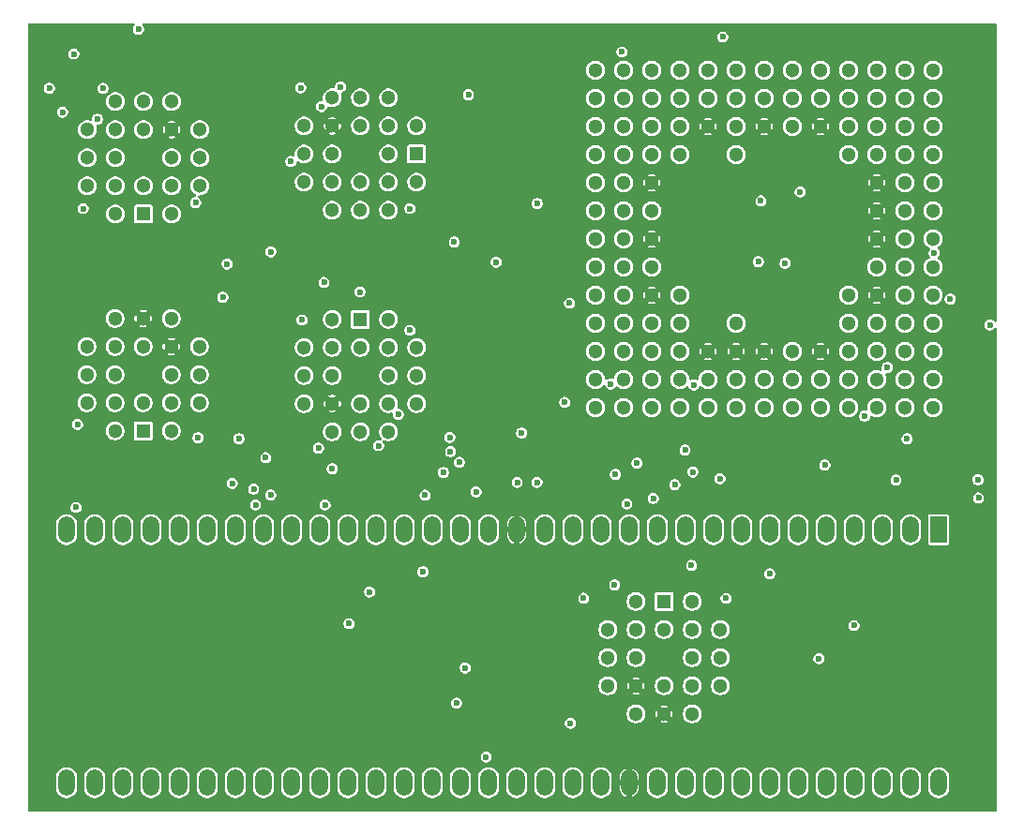
<source format=gbr>
%TF.GenerationSoftware,KiCad,Pcbnew,9.0.2+dfsg-1*%
%TF.CreationDate,2025-12-26T17:01:31-05:00*%
%TF.ProjectId,polyphloisboisterous030,706f6c79-7068-46c6-9f69-73626f697374,rev?*%
%TF.SameCoordinates,Original*%
%TF.FileFunction,Copper,L2,Inr*%
%TF.FilePolarity,Positive*%
%FSLAX46Y46*%
G04 Gerber Fmt 4.6, Leading zero omitted, Abs format (unit mm)*
G04 Created by KiCad (PCBNEW 9.0.2+dfsg-1) date 2025-12-26 17:01:31*
%MOMM*%
%LPD*%
G01*
G04 APERTURE LIST*
%TA.AperFunction,ComponentPad*%
%ADD10C,1.300000*%
%TD*%
%TA.AperFunction,ComponentPad*%
%ADD11R,1.300000X1.300000*%
%TD*%
%TA.AperFunction,ComponentPad*%
%ADD12R,1.500000X2.400000*%
%TD*%
%TA.AperFunction,ComponentPad*%
%ADD13O,1.500000X2.400000*%
%TD*%
%TA.AperFunction,ViaPad*%
%ADD14C,0.600000*%
%TD*%
G04 APERTURE END LIST*
D10*
%TO.N,/{slash}BR_30*%
%TO.C,U1*%
X160760000Y-63980000D03*
%TO.N,/A0*%
X160760000Y-61440000D03*
%TO.N,unconnected-(U1A-A30-PadA3)*%
X160760000Y-58900000D03*
%TO.N,unconnected-(U1A-A28-PadA4)*%
X160760000Y-56360000D03*
%TO.N,unconnected-(U1A-A26-PadA5)*%
X160760000Y-53820000D03*
%TO.N,unconnected-(U1A-A24-PadA6)*%
X160760000Y-51280000D03*
%TO.N,/A23*%
X160760000Y-48740000D03*
%TO.N,/A21*%
X160760000Y-46200000D03*
%TO.N,/A19*%
X160760000Y-43660000D03*
%TO.N,/A17*%
X160760000Y-41120000D03*
%TO.N,/A15*%
X160760000Y-38580000D03*
%TO.N,/A13*%
X160760000Y-36040000D03*
%TO.N,/A10*%
X160760000Y-33500000D03*
%TO.N,unconnected-(U1A-RMC-PadB1)*%
X163300000Y-63980000D03*
%TO.N,unconnected-(U1A-BG-PadB2)*%
X163300000Y-61440000D03*
%TO.N,unconnected-(U1A-A31-PadB3)*%
X163300000Y-58900000D03*
%TO.N,unconnected-(U1A-A29-PadB4)*%
X163300000Y-56360000D03*
%TO.N,unconnected-(U1A-A27-PadB5)*%
X163300000Y-53820000D03*
%TO.N,unconnected-(U1A-A25-PadB6)*%
X163300000Y-51280000D03*
%TO.N,/A22*%
X163300000Y-48740000D03*
%TO.N,/A20*%
X163300000Y-46200000D03*
%TO.N,/A16*%
X163300000Y-43660000D03*
%TO.N,/A14*%
X163300000Y-41120000D03*
%TO.N,/A12*%
X163300000Y-38580000D03*
%TO.N,/A8*%
X163300000Y-36040000D03*
%TO.N,/A7*%
X163300000Y-33500000D03*
%TO.N,/FC1*%
X165840000Y-63980000D03*
%TO.N,unconnected-(U1A-CIOUT-PadC2)*%
X165840000Y-61440000D03*
%TO.N,/{slash}BGACK_30*%
X165840000Y-58900000D03*
%TO.N,/A1*%
X165840000Y-56360000D03*
%TO.N,GND*%
X165840000Y-53820000D03*
%TO.N,VCC*%
X165840000Y-51280000D03*
%TO.N,GND*%
X165840000Y-48740000D03*
%TO.N,/A18*%
X165840000Y-46200000D03*
%TO.N,GND*%
X165840000Y-43660000D03*
%TO.N,/A11*%
X165840000Y-41120000D03*
%TO.N,/A9*%
X165840000Y-38580000D03*
%TO.N,/A5*%
X165840000Y-36040000D03*
%TO.N,/A4*%
X165840000Y-33500000D03*
%TO.N,/FC2*%
X168380000Y-63980000D03*
%TO.N,/FC0*%
X168380000Y-61440000D03*
%TO.N,unconnected-(U1A-OCS-PadD3)*%
X168380000Y-58900000D03*
%TO.N,VCC*%
X168380000Y-56360000D03*
%TO.N,unconnected-(U1A-NC-PadD5)*%
X168380000Y-53820000D03*
%TO.N,VCC*%
X168380000Y-41120000D03*
%TO.N,/A6*%
X168380000Y-38580000D03*
%TO.N,/A3*%
X168380000Y-36040000D03*
%TO.N,/A2*%
X168380000Y-33500000D03*
%TO.N,/CLK_30*%
X170920000Y-63980000D03*
%TO.N,/AVEC*%
X170920000Y-61440000D03*
%TO.N,GND*%
X170920000Y-58900000D03*
X170920000Y-38580000D03*
%TO.N,unconnected-(U1A-NC-PadE12)*%
X170920000Y-36040000D03*
%TO.N,unconnected-(U1A-IPEND-PadE13)*%
X170920000Y-33500000D03*
%TO.N,/{slash}DSACK0*%
X173460000Y-63980000D03*
%TO.N,VCC*%
X173460000Y-61440000D03*
%TO.N,GND*%
X173460000Y-58900000D03*
%TO.N,unconnected-(U1A-NC-PadF4)*%
X173460000Y-56360000D03*
%TO.N,unconnected-(U1A-NC-PadF10)*%
X173460000Y-41120000D03*
%TO.N,VCC*%
X173460000Y-38580000D03*
%TO.N,/{slash}RESET_30*%
X173460000Y-36040000D03*
%TO.N,/{slash}MMUDIS*%
X173460000Y-33500000D03*
%TO.N,/{slash}STERM*%
X176000000Y-63980000D03*
%TO.N,/{slash}DSACK1*%
X176000000Y-61440000D03*
%TO.N,GND*%
X176000000Y-58900000D03*
X176000000Y-38580000D03*
%TO.N,/{slash}IPL2*%
X176000000Y-36040000D03*
%TO.N,/{slash}IPL1*%
X176000000Y-33500000D03*
%TO.N,/{slash}BERR_30*%
X178540000Y-63980000D03*
%TO.N,/{slash}HALT_30*%
X178540000Y-61440000D03*
%TO.N,VCC*%
X178540000Y-58900000D03*
X178540000Y-38580000D03*
%TO.N,/CDIS*%
X178540000Y-36040000D03*
%TO.N,/{slash}IPL0*%
X178540000Y-33500000D03*
%TO.N,/{slash}CBACK*%
X181080000Y-63980000D03*
%TO.N,/{slash}AS_30*%
X181080000Y-61440000D03*
%TO.N,GND*%
X181080000Y-58900000D03*
X181080000Y-38580000D03*
%TO.N,unconnected-(U1A-STATUS-PadJ12)*%
X181080000Y-36040000D03*
%TO.N,unconnected-(U1A-REFILL-PadJ13)*%
X181080000Y-33500000D03*
%TO.N,unconnected-(U1A-CBREQ-PadK1)*%
X183620000Y-63980000D03*
%TO.N,/{slash}DS_30*%
X183620000Y-61440000D03*
%TO.N,/SIZ1*%
X183620000Y-58900000D03*
%TO.N,VCC*%
X183620000Y-56360000D03*
%TO.N,unconnected-(U1A-NC-PadK5)*%
X183620000Y-53820000D03*
%TO.N,VCC*%
X183620000Y-41120000D03*
%TO.N,/D5*%
X183620000Y-38580000D03*
%TO.N,/D1*%
X183620000Y-36040000D03*
%TO.N,/D0*%
X183620000Y-33500000D03*
%TO.N,/{slash}CIIN*%
X186160000Y-63980000D03*
%TO.N,/SIZ0*%
X186160000Y-61440000D03*
%TO.N,/{slash}R{slash}W*%
X186160000Y-58900000D03*
%TO.N,/D30*%
X186160000Y-56360000D03*
%TO.N,GND*%
X186160000Y-53820000D03*
%TO.N,VCC*%
X186160000Y-51280000D03*
%TO.N,GND*%
X186160000Y-48740000D03*
X186160000Y-46200000D03*
X186160000Y-43660000D03*
%TO.N,/D10*%
X186160000Y-41120000D03*
%TO.N,/D7*%
X186160000Y-38580000D03*
%TO.N,/D4*%
X186160000Y-36040000D03*
%TO.N,/D2*%
X186160000Y-33500000D03*
%TO.N,unconnected-(U1A-DBEN-PadM1)*%
X188700000Y-63980000D03*
%TO.N,/ECS*%
X188700000Y-61440000D03*
%TO.N,/D29*%
X188700000Y-58900000D03*
%TO.N,/D27*%
X188700000Y-56360000D03*
%TO.N,/D24*%
X188700000Y-53820000D03*
%TO.N,/D22*%
X188700000Y-51280000D03*
%TO.N,/D20*%
X188700000Y-48740000D03*
%TO.N,/D17*%
X188700000Y-46200000D03*
%TO.N,/D14*%
X188700000Y-43660000D03*
%TO.N,/D12*%
X188700000Y-41120000D03*
%TO.N,/D9*%
X188700000Y-38580000D03*
%TO.N,/D6*%
X188700000Y-36040000D03*
%TO.N,/D3*%
X188700000Y-33500000D03*
%TO.N,/D31*%
X191240000Y-63980000D03*
%TO.N,/D28*%
X191240000Y-61440000D03*
%TO.N,/D26*%
X191240000Y-58900000D03*
%TO.N,/D25*%
X191240000Y-56360000D03*
%TO.N,/D23*%
X191240000Y-53820000D03*
%TO.N,/D21*%
X191240000Y-51280000D03*
%TO.N,/D19*%
X191240000Y-48740000D03*
%TO.N,/D18*%
X191240000Y-46200000D03*
%TO.N,/D16*%
X191240000Y-43660000D03*
%TO.N,/D15*%
X191240000Y-41120000D03*
%TO.N,/D13*%
X191240000Y-38580000D03*
%TO.N,/D11*%
X191240000Y-36040000D03*
%TO.N,/D8*%
X191240000Y-33500000D03*
%TD*%
D11*
%TO.N,unconnected-(U7-CLK-Pad1)*%
%TO.C,U7*%
X119960000Y-46500000D03*
D10*
%TO.N,unconnected-(U7-I1-Pad2)*%
X119960000Y-43960000D03*
%TO.N,/C8M.PDS*%
X122500000Y-46500000D03*
%TO.N,Net-(U7-I3)*%
X125040000Y-43960000D03*
%TO.N,Net-(U7-I4)*%
X122500000Y-43960000D03*
%TO.N,Net-(U7-I5)*%
X125040000Y-41420000D03*
%TO.N,unconnected-(U7-I6-Pad7)*%
X122500000Y-41420000D03*
%TO.N,unconnected-(U7-I7-Pad8)*%
X125040000Y-38880000D03*
%TO.N,unconnected-(U7-I8-Pad9)*%
X122500000Y-36340000D03*
%TO.N,GND*%
X122500000Y-38880000D03*
%TO.N,unconnected-(U7-OE-Pad11)*%
X119960000Y-36340000D03*
%TO.N,unconnected-(U7-O8-Pad12)*%
X119960000Y-38880000D03*
%TO.N,/C16M*%
X117420000Y-36340000D03*
%TO.N,Net-(U7-I5)*%
X114880000Y-38880000D03*
%TO.N,Net-(U7-I4)*%
X117420000Y-38880000D03*
%TO.N,Net-(U7-I3)*%
X114880000Y-41420000D03*
%TO.N,unconnected-(U7-O3-Pad17)*%
X117420000Y-41420000D03*
%TO.N,unconnected-(U7-O2-Pad18)*%
X114880000Y-43960000D03*
%TO.N,unconnected-(U7-O1-Pad19)*%
X117420000Y-46500000D03*
%TO.N,VCC*%
X117420000Y-43960000D03*
%TD*%
D11*
%TO.N,/C8M.PDS*%
%TO.C,U5*%
X166960000Y-81500000D03*
D10*
%TO.N,/{slash}AS_00*%
X166960000Y-84040000D03*
%TO.N,/SIZ1*%
X164420000Y-81500000D03*
%TO.N,/SIZ0*%
X161880000Y-84040000D03*
%TO.N,/{slash}R{slash}W*%
X164420000Y-84040000D03*
%TO.N,/{slash}IPL2*%
X161880000Y-86580000D03*
%TO.N,/{slash}CIIN*%
X164420000Y-86580000D03*
%TO.N,/A22*%
X161880000Y-89120000D03*
%TO.N,/A0*%
X164420000Y-91660000D03*
%TO.N,GND*%
X164420000Y-89120000D03*
X166960000Y-91660000D03*
%TO.N,/{slash}RESET_00*%
X166960000Y-89120000D03*
%TO.N,/{slash}RESET_30*%
X169500000Y-91660000D03*
%TO.N,unconnected-(U5-O6-Pad14)*%
X172040000Y-89120000D03*
%TO.N,unconnected-(U5-O5-Pad15)*%
X169500000Y-89120000D03*
%TO.N,/{slash}BR_00*%
X172040000Y-86580000D03*
%TO.N,/N$7*%
X169500000Y-86580000D03*
%TO.N,/{slash}UDS*%
X172040000Y-84040000D03*
%TO.N,/{slash}LDS*%
X169500000Y-81500000D03*
%TO.N,VCC*%
X169500000Y-84040000D03*
%TD*%
D11*
%TO.N,/SM_CLK16*%
%TO.C,U4*%
X139540000Y-56000000D03*
D10*
%TO.N,/NOFC*%
X139540000Y-58540000D03*
%TO.N,/C8M.PDS*%
X137000000Y-56000000D03*
%TO.N,/{slash}AS_30*%
X134460000Y-58540000D03*
%TO.N,/{slash}DTACK_SYS+EX*%
X137000000Y-58540000D03*
%TO.N,/{slash}VPA*%
X134460000Y-61080000D03*
%TO.N,/E*%
X137000000Y-61080000D03*
%TO.N,/{slash}R{slash}W*%
X134460000Y-63620000D03*
%TO.N,/{slash}RESET_30*%
X137000000Y-66160000D03*
%TO.N,GND*%
X137000000Y-63620000D03*
%TO.N,/N$7*%
X139540000Y-66160000D03*
%TO.N,/{slash}DSACK1*%
X139540000Y-63620000D03*
%TO.N,/P2.A17*%
X142080000Y-66160000D03*
%TO.N,unconnected-(U4-O6-Pad14)*%
X144620000Y-63620000D03*
%TO.N,unconnected-(U4-O5-Pad15)*%
X142080000Y-63620000D03*
%TO.N,/{slash}VMA*%
X144620000Y-61080000D03*
%TO.N,unconnected-(U4-O3-Pad17)*%
X142080000Y-61080000D03*
%TO.N,/{slash}AS_00*%
X144620000Y-58540000D03*
%TO.N,/N$1*%
X142080000Y-56000000D03*
%TO.N,VCC*%
X142080000Y-58540000D03*
%TD*%
D11*
%TO.N,/A23*%
%TO.C,U3*%
X144620000Y-41080000D03*
D10*
%TO.N,/A22*%
X142080000Y-41080000D03*
%TO.N,/A21*%
X144620000Y-38540000D03*
%TO.N,/A20*%
X142080000Y-36000000D03*
%TO.N,/A19*%
X142080000Y-38540000D03*
%TO.N,/FC0*%
X139540000Y-36000000D03*
%TO.N,/FC1*%
X139540000Y-38540000D03*
%TO.N,/FC2*%
X137000000Y-36000000D03*
%TO.N,/{slash}DTACK*%
X134460000Y-38540000D03*
%TO.N,GND*%
X137000000Y-38540000D03*
%TO.N,/P3.B10*%
X134460000Y-41080000D03*
%TO.N,/{slash}SCC.RW.DEC*%
X137000000Y-41080000D03*
%TO.N,/{slash}EXT.DTK*%
X134460000Y-43620000D03*
%TO.N,unconnected-(U3-O6-Pad14)*%
X137000000Y-46160000D03*
%TO.N,/{slash}DTACK_SYS+EX*%
X137000000Y-43620000D03*
%TO.N,/{slash}CIIN*%
X139540000Y-46160000D03*
%TO.N,/AVEC*%
X139540000Y-43620000D03*
%TO.N,/{slash}FPUCS*%
X142080000Y-46160000D03*
%TO.N,/NOFC*%
X144620000Y-43620000D03*
%TO.N,VCC*%
X142080000Y-43620000D03*
%TD*%
D11*
%TO.N,/C8M.PDS*%
%TO.C,U6*%
X119920000Y-66080000D03*
D10*
%TO.N,/C16M*%
X119920000Y-63540000D03*
%TO.N,/E*%
X122460000Y-66080000D03*
%TO.N,/{slash}AS_00*%
X125000000Y-63540000D03*
%TO.N,/{slash}AS_30*%
X122460000Y-63540000D03*
%TO.N,/{slash}FPUCS*%
X125000000Y-61000000D03*
%TO.N,/FPUSENSE*%
X122460000Y-61000000D03*
%TO.N,/{slash}RESET_30*%
X125000000Y-58460000D03*
%TO.N,/{slash}SCC.RW.DEC*%
X122460000Y-55920000D03*
%TO.N,GND*%
X122460000Y-58460000D03*
X119920000Y-55920000D03*
%TO.N,/N$1*%
X119920000Y-58460000D03*
%TO.N,/{slash}BERR_30*%
X117380000Y-55920000D03*
%TO.N,/CDIS*%
X114840000Y-58460000D03*
%TO.N,unconnected-(U6-O5-Pad15)*%
X117380000Y-58460000D03*
%TO.N,unconnected-(U6-O4-Pad16)*%
X114840000Y-61000000D03*
%TO.N,unconnected-(U6-O3-Pad17)*%
X117380000Y-61000000D03*
%TO.N,/SM_CLK16*%
X114840000Y-63540000D03*
%TO.N,/CLK_30*%
X117380000Y-66080000D03*
%TO.N,VCC*%
X117380000Y-63540000D03*
%TD*%
D12*
%TO.N,/D20*%
%TO.C,IC1*%
X191740000Y-75000000D03*
D13*
%TO.N,/D19*%
X189200000Y-75000000D03*
%TO.N,/D18*%
X186660000Y-75000000D03*
%TO.N,/D17*%
X184120000Y-75000000D03*
%TO.N,/D16*%
X181580000Y-75000000D03*
%TO.N,/{slash}AS_00*%
X179040000Y-75000000D03*
%TO.N,/{slash}UDS*%
X176500000Y-75000000D03*
%TO.N,/{slash}LDS*%
X173960000Y-75000000D03*
%TO.N,/{slash}R{slash}W*%
X171420000Y-75000000D03*
%TO.N,/{slash}DTACK*%
X168880000Y-75000000D03*
%TO.N,unconnected-(IC1A-BG-Pad11)*%
X166340000Y-75000000D03*
%TO.N,unconnected-(IC1A-BGACK-Pad12)*%
X163800000Y-75000000D03*
%TO.N,/{slash}BR_00*%
X161260000Y-75000000D03*
%TO.N,VCC*%
X158720000Y-75000000D03*
%TO.N,/C8M.PDS*%
X156180000Y-75000000D03*
%TO.N,GND*%
X153640000Y-75000000D03*
%TO.N,unconnected-(IC1A-HALT-Pad17)*%
X151100000Y-75000000D03*
%TO.N,/{slash}RESET_00*%
X148560000Y-75000000D03*
%TO.N,/{slash}VMA*%
X146020000Y-75000000D03*
%TO.N,/E*%
X143480000Y-75000000D03*
%TO.N,/{slash}VPA*%
X140940000Y-75000000D03*
%TO.N,unconnected-(IC1A-BERR-Pad22)*%
X138400000Y-75000000D03*
%TO.N,/{slash}IPL2*%
X135860000Y-75000000D03*
%TO.N,/{slash}IPL1*%
X133320000Y-75000000D03*
%TO.N,/{slash}IPL0*%
X130780000Y-75000000D03*
%TO.N,/FC2*%
X128240000Y-75000000D03*
%TO.N,/FC1*%
X125700000Y-75000000D03*
%TO.N,/FC0*%
X123160000Y-75000000D03*
%TO.N,/A1*%
X120620000Y-75000000D03*
%TO.N,/A2*%
X118080000Y-75000000D03*
%TO.N,/A3*%
X115540000Y-75000000D03*
%TO.N,/A4*%
X113000000Y-75000000D03*
%TO.N,/A5*%
X113000000Y-97860000D03*
%TO.N,/A6*%
X115540000Y-97860000D03*
%TO.N,/A7*%
X118080000Y-97860000D03*
%TO.N,/A8*%
X120620000Y-97860000D03*
%TO.N,/A9*%
X123160000Y-97860000D03*
%TO.N,/A10*%
X125700000Y-97860000D03*
%TO.N,/A11*%
X128240000Y-97860000D03*
%TO.N,/A12*%
X130780000Y-97860000D03*
%TO.N,/A13*%
X133320000Y-97860000D03*
%TO.N,/A14*%
X135860000Y-97860000D03*
%TO.N,/A15*%
X138400000Y-97860000D03*
%TO.N,/A16*%
X140940000Y-97860000D03*
%TO.N,/A17*%
X143480000Y-97860000D03*
%TO.N,/A18*%
X146020000Y-97860000D03*
%TO.N,/A19*%
X148560000Y-97860000D03*
%TO.N,/A20*%
X151100000Y-97860000D03*
%TO.N,VCC*%
X153640000Y-97860000D03*
%TO.N,/A21*%
X156180000Y-97860000D03*
%TO.N,/A22*%
X158720000Y-97860000D03*
%TO.N,/A23*%
X161260000Y-97860000D03*
%TO.N,GND*%
X163800000Y-97860000D03*
%TO.N,/D31*%
X166340000Y-97860000D03*
%TO.N,/D30*%
X168880000Y-97860000D03*
%TO.N,/D29*%
X171420000Y-97860000D03*
%TO.N,/D28*%
X173960000Y-97860000D03*
%TO.N,/D27*%
X176500000Y-97860000D03*
%TO.N,/D26*%
X179040000Y-97860000D03*
%TO.N,/D25*%
X181580000Y-97860000D03*
%TO.N,/D24*%
X184120000Y-97860000D03*
%TO.N,/D23*%
X186660000Y-97860000D03*
%TO.N,/D22*%
X189200000Y-97860000D03*
%TO.N,/D21*%
X191740000Y-97860000D03*
%TD*%
D14*
%TO.N,GND*%
X170418702Y-51394200D03*
X114000000Y-52250000D03*
X144000000Y-51500000D03*
X137000000Y-51000000D03*
X176500000Y-85000000D03*
X187900000Y-67400000D03*
X114000000Y-71500000D03*
%TO.N,VCC*%
X164500000Y-69000000D03*
X114000000Y-65500000D03*
X131000000Y-68500000D03*
X114500000Y-46000000D03*
X176500000Y-79000000D03*
X144000000Y-46000000D03*
X172000000Y-70400000D03*
X127500000Y-51000000D03*
X172250000Y-30500000D03*
X187900000Y-70525000D03*
X144000000Y-57000000D03*
X179250000Y-44500000D03*
X133250000Y-41750000D03*
X175700000Y-45300000D03*
%TO.N,/{slash}AS_00*%
X142969300Y-64613700D03*
X145181500Y-78818500D03*
%TO.N,/A9*%
X147602900Y-66673900D03*
X149294200Y-35709200D03*
X128575400Y-66784300D03*
%TO.N,/A12*%
X141175600Y-67419400D03*
X154084200Y-66275200D03*
%TO.N,/A6*%
X115793700Y-37929900D03*
%TO.N,/A5*%
X163147465Y-31852535D03*
X113658400Y-32029500D03*
%TO.N,/D24*%
X196380500Y-56512200D03*
%TO.N,/A21*%
X150891400Y-95546500D03*
%TO.N,/{slash}R{slash}W*%
X136350000Y-72775000D03*
%TO.N,/A8*%
X137744900Y-34999900D03*
%TO.N,/A18*%
X159696400Y-81196400D03*
X158500000Y-92500000D03*
X162496000Y-80000000D03*
%TO.N,/{slash}DTACK*%
X175473500Y-50794200D03*
%TO.N,/D23*%
X192791000Y-54171700D03*
%TO.N,/A16*%
X155496100Y-45545500D03*
%TO.N,/C8M.PDS*%
X136250000Y-52675002D03*
%TO.N,/D22*%
X191344700Y-50010000D03*
%TO.N,/D16*%
X195304900Y-70500000D03*
%TO.N,/{slash}BR_00*%
X172557300Y-81212000D03*
%TO.N,/{slash}RESET_00*%
X149000000Y-87500000D03*
%TO.N,/D31*%
X169437200Y-78231000D03*
%TO.N,/FC0*%
X127114100Y-54000000D03*
X139500000Y-53532900D03*
%TO.N,/A7*%
X116300300Y-35139700D03*
%TO.N,/A11*%
X130071700Y-72780500D03*
X163598600Y-72697200D03*
%TO.N,/{slash}IPL1*%
X134146500Y-35083500D03*
%TO.N,/A19*%
X153691400Y-70736300D03*
X155480300Y-70736300D03*
%TO.N,/D29*%
X187102500Y-60352000D03*
%TO.N,/A3*%
X112645500Y-37291700D03*
X113864800Y-73000000D03*
%TO.N,/A13*%
X136025600Y-36778000D03*
%TO.N,/A10*%
X148218300Y-90683200D03*
%TO.N,/A14*%
X145382300Y-71894200D03*
X165979000Y-72193200D03*
%TO.N,/FC2*%
X129901000Y-71349200D03*
X167933400Y-70945000D03*
%TO.N,/FC1*%
X147036300Y-69832400D03*
X127972200Y-70816000D03*
X147676400Y-67961100D03*
%TO.N,/D28*%
X185066600Y-64743800D03*
%TO.N,/{slash}IPL0*%
X177882500Y-50931800D03*
X149986600Y-71598500D03*
X151798800Y-50837800D03*
X131443900Y-71879000D03*
%TO.N,/D18*%
X195352450Y-72147550D03*
%TO.N,/A1*%
X157978600Y-63500500D03*
X124876400Y-66706600D03*
X158419900Y-54543600D03*
%TO.N,/A4*%
X111456600Y-35123100D03*
%TO.N,/{slash}RESET_30*%
X138500000Y-83500000D03*
X169550100Y-69799900D03*
X134260600Y-56069100D03*
X137000000Y-69500000D03*
%TO.N,/P2.A17*%
X135754400Y-67634300D03*
%TO.N,/CDIS*%
X119500000Y-29792900D03*
%TO.N,/{slash}BGACK_30*%
X169650000Y-61922800D03*
X168851000Y-67809500D03*
%TO.N,/{slash}BERR_30*%
X162559600Y-70008200D03*
X162135300Y-61839900D03*
%TO.N,/{slash}CIIN*%
X180943300Y-86661000D03*
X181477200Y-69169300D03*
X148476400Y-68926700D03*
X148014200Y-49018400D03*
%TO.N,/SIZ0*%
X188892000Y-66800000D03*
X184109000Y-83672100D03*
%TO.N,/{slash}FPUCS*%
X131449000Y-49904400D03*
%TO.N,/{slash}SCC.RW.DEC*%
X124661900Y-45460400D03*
%TO.N,/N$7*%
X140358800Y-80641200D03*
%TD*%
%TA.AperFunction,Conductor*%
%TO.N,GND*%
G36*
X119102263Y-29270185D02*
G01*
X119148018Y-29322989D01*
X119157962Y-29392147D01*
X119128937Y-29455703D01*
X119122905Y-29462181D01*
X119099502Y-29485583D01*
X119099500Y-29485586D01*
X119033608Y-29599712D01*
X118999500Y-29727008D01*
X118999500Y-29858791D01*
X119033608Y-29986087D01*
X119061045Y-30033608D01*
X119099500Y-30100214D01*
X119192686Y-30193400D01*
X119306814Y-30259292D01*
X119434108Y-30293400D01*
X119434110Y-30293400D01*
X119565890Y-30293400D01*
X119565892Y-30293400D01*
X119693186Y-30259292D01*
X119807314Y-30193400D01*
X119900500Y-30100214D01*
X119966392Y-29986086D01*
X120000500Y-29858792D01*
X120000500Y-29727008D01*
X119966392Y-29599714D01*
X119900500Y-29485586D01*
X119877095Y-29462181D01*
X119843610Y-29400858D01*
X119848594Y-29331166D01*
X119890466Y-29275233D01*
X119955930Y-29250816D01*
X119964776Y-29250500D01*
X196875500Y-29250500D01*
X196942539Y-29270185D01*
X196988294Y-29322989D01*
X196999500Y-29374500D01*
X196999500Y-56124349D01*
X196979815Y-56191388D01*
X196927011Y-56237143D01*
X196857853Y-56247087D01*
X196794297Y-56218062D01*
X196787030Y-56210349D01*
X196786747Y-56210633D01*
X196687816Y-56111702D01*
X196687814Y-56111700D01*
X196623198Y-56074394D01*
X196573687Y-56045808D01*
X196510039Y-56028754D01*
X196446392Y-56011700D01*
X196314608Y-56011700D01*
X196187312Y-56045808D01*
X196073186Y-56111700D01*
X196073183Y-56111702D01*
X195980002Y-56204883D01*
X195980000Y-56204886D01*
X195914108Y-56319012D01*
X195880000Y-56446308D01*
X195880000Y-56578091D01*
X195914108Y-56705387D01*
X195932832Y-56737817D01*
X195980000Y-56819514D01*
X196073186Y-56912700D01*
X196187314Y-56978592D01*
X196314608Y-57012700D01*
X196314610Y-57012700D01*
X196446390Y-57012700D01*
X196446392Y-57012700D01*
X196573686Y-56978592D01*
X196687814Y-56912700D01*
X196781000Y-56819514D01*
X196781000Y-56819513D01*
X196786747Y-56813767D01*
X196788931Y-56815951D01*
X196833514Y-56783374D01*
X196903259Y-56779197D01*
X196964190Y-56813389D01*
X196996963Y-56875096D01*
X196999500Y-56900050D01*
X196999500Y-100375500D01*
X196979815Y-100442539D01*
X196927011Y-100488294D01*
X196875500Y-100499500D01*
X109624500Y-100499500D01*
X109557461Y-100479815D01*
X109511706Y-100427011D01*
X109500500Y-100375500D01*
X109500500Y-97316379D01*
X112049500Y-97316379D01*
X112049500Y-98403620D01*
X112086025Y-98587243D01*
X112086027Y-98587251D01*
X112157676Y-98760228D01*
X112157681Y-98760237D01*
X112261697Y-98915907D01*
X112261700Y-98915911D01*
X112394088Y-99048299D01*
X112394092Y-99048302D01*
X112549762Y-99152318D01*
X112549771Y-99152323D01*
X112588956Y-99168554D01*
X112722749Y-99223973D01*
X112906379Y-99260499D01*
X112906383Y-99260500D01*
X112906384Y-99260500D01*
X113093617Y-99260500D01*
X113093618Y-99260499D01*
X113277251Y-99223973D01*
X113450231Y-99152322D01*
X113605908Y-99048302D01*
X113738302Y-98915908D01*
X113842322Y-98760231D01*
X113913973Y-98587251D01*
X113950500Y-98403616D01*
X113950500Y-97316384D01*
X113950499Y-97316379D01*
X114589500Y-97316379D01*
X114589500Y-98403620D01*
X114626025Y-98587243D01*
X114626027Y-98587251D01*
X114697676Y-98760228D01*
X114697681Y-98760237D01*
X114801697Y-98915907D01*
X114801700Y-98915911D01*
X114934088Y-99048299D01*
X114934092Y-99048302D01*
X115089762Y-99152318D01*
X115089771Y-99152323D01*
X115128956Y-99168554D01*
X115262749Y-99223973D01*
X115446379Y-99260499D01*
X115446383Y-99260500D01*
X115446384Y-99260500D01*
X115633617Y-99260500D01*
X115633618Y-99260499D01*
X115817251Y-99223973D01*
X115990231Y-99152322D01*
X116145908Y-99048302D01*
X116278302Y-98915908D01*
X116382322Y-98760231D01*
X116453973Y-98587251D01*
X116490500Y-98403616D01*
X116490500Y-97316384D01*
X116490499Y-97316379D01*
X117129500Y-97316379D01*
X117129500Y-98403620D01*
X117166025Y-98587243D01*
X117166027Y-98587251D01*
X117237676Y-98760228D01*
X117237681Y-98760237D01*
X117341697Y-98915907D01*
X117341700Y-98915911D01*
X117474088Y-99048299D01*
X117474092Y-99048302D01*
X117629762Y-99152318D01*
X117629771Y-99152323D01*
X117668956Y-99168554D01*
X117802749Y-99223973D01*
X117986379Y-99260499D01*
X117986383Y-99260500D01*
X117986384Y-99260500D01*
X118173617Y-99260500D01*
X118173618Y-99260499D01*
X118357251Y-99223973D01*
X118530231Y-99152322D01*
X118685908Y-99048302D01*
X118818302Y-98915908D01*
X118922322Y-98760231D01*
X118993973Y-98587251D01*
X119030500Y-98403616D01*
X119030500Y-97316384D01*
X119030499Y-97316379D01*
X119669500Y-97316379D01*
X119669500Y-98403620D01*
X119706025Y-98587243D01*
X119706027Y-98587251D01*
X119777676Y-98760228D01*
X119777681Y-98760237D01*
X119881697Y-98915907D01*
X119881700Y-98915911D01*
X120014088Y-99048299D01*
X120014092Y-99048302D01*
X120169762Y-99152318D01*
X120169771Y-99152323D01*
X120208956Y-99168554D01*
X120342749Y-99223973D01*
X120526379Y-99260499D01*
X120526383Y-99260500D01*
X120526384Y-99260500D01*
X120713617Y-99260500D01*
X120713618Y-99260499D01*
X120897251Y-99223973D01*
X121070231Y-99152322D01*
X121225908Y-99048302D01*
X121358302Y-98915908D01*
X121462322Y-98760231D01*
X121533973Y-98587251D01*
X121570500Y-98403616D01*
X121570500Y-97316384D01*
X121570499Y-97316379D01*
X122209500Y-97316379D01*
X122209500Y-98403620D01*
X122246025Y-98587243D01*
X122246027Y-98587251D01*
X122317676Y-98760228D01*
X122317681Y-98760237D01*
X122421697Y-98915907D01*
X122421700Y-98915911D01*
X122554088Y-99048299D01*
X122554092Y-99048302D01*
X122709762Y-99152318D01*
X122709771Y-99152323D01*
X122748956Y-99168554D01*
X122882749Y-99223973D01*
X123066379Y-99260499D01*
X123066383Y-99260500D01*
X123066384Y-99260500D01*
X123253617Y-99260500D01*
X123253618Y-99260499D01*
X123437251Y-99223973D01*
X123610231Y-99152322D01*
X123765908Y-99048302D01*
X123898302Y-98915908D01*
X124002322Y-98760231D01*
X124073973Y-98587251D01*
X124110500Y-98403616D01*
X124110500Y-97316384D01*
X124110499Y-97316379D01*
X124749500Y-97316379D01*
X124749500Y-98403620D01*
X124786025Y-98587243D01*
X124786027Y-98587251D01*
X124857676Y-98760228D01*
X124857681Y-98760237D01*
X124961697Y-98915907D01*
X124961700Y-98915911D01*
X125094088Y-99048299D01*
X125094092Y-99048302D01*
X125249762Y-99152318D01*
X125249771Y-99152323D01*
X125288956Y-99168554D01*
X125422749Y-99223973D01*
X125606379Y-99260499D01*
X125606383Y-99260500D01*
X125606384Y-99260500D01*
X125793617Y-99260500D01*
X125793618Y-99260499D01*
X125977251Y-99223973D01*
X126150231Y-99152322D01*
X126305908Y-99048302D01*
X126438302Y-98915908D01*
X126542322Y-98760231D01*
X126613973Y-98587251D01*
X126650500Y-98403616D01*
X126650500Y-97316384D01*
X126650499Y-97316379D01*
X127289500Y-97316379D01*
X127289500Y-98403620D01*
X127326025Y-98587243D01*
X127326027Y-98587251D01*
X127397676Y-98760228D01*
X127397681Y-98760237D01*
X127501697Y-98915907D01*
X127501700Y-98915911D01*
X127634088Y-99048299D01*
X127634092Y-99048302D01*
X127789762Y-99152318D01*
X127789771Y-99152323D01*
X127828956Y-99168554D01*
X127962749Y-99223973D01*
X128146379Y-99260499D01*
X128146383Y-99260500D01*
X128146384Y-99260500D01*
X128333617Y-99260500D01*
X128333618Y-99260499D01*
X128517251Y-99223973D01*
X128690231Y-99152322D01*
X128845908Y-99048302D01*
X128978302Y-98915908D01*
X129082322Y-98760231D01*
X129153973Y-98587251D01*
X129190500Y-98403616D01*
X129190500Y-97316384D01*
X129190499Y-97316379D01*
X129829500Y-97316379D01*
X129829500Y-98403620D01*
X129866025Y-98587243D01*
X129866027Y-98587251D01*
X129937676Y-98760228D01*
X129937681Y-98760237D01*
X130041697Y-98915907D01*
X130041700Y-98915911D01*
X130174088Y-99048299D01*
X130174092Y-99048302D01*
X130329762Y-99152318D01*
X130329771Y-99152323D01*
X130368956Y-99168554D01*
X130502749Y-99223973D01*
X130686379Y-99260499D01*
X130686383Y-99260500D01*
X130686384Y-99260500D01*
X130873617Y-99260500D01*
X130873618Y-99260499D01*
X131057251Y-99223973D01*
X131230231Y-99152322D01*
X131385908Y-99048302D01*
X131518302Y-98915908D01*
X131622322Y-98760231D01*
X131693973Y-98587251D01*
X131730500Y-98403616D01*
X131730500Y-97316384D01*
X131730499Y-97316379D01*
X132369500Y-97316379D01*
X132369500Y-98403620D01*
X132406025Y-98587243D01*
X132406027Y-98587251D01*
X132477676Y-98760228D01*
X132477681Y-98760237D01*
X132581697Y-98915907D01*
X132581700Y-98915911D01*
X132714088Y-99048299D01*
X132714092Y-99048302D01*
X132869762Y-99152318D01*
X132869771Y-99152323D01*
X132908956Y-99168554D01*
X133042749Y-99223973D01*
X133226379Y-99260499D01*
X133226383Y-99260500D01*
X133226384Y-99260500D01*
X133413617Y-99260500D01*
X133413618Y-99260499D01*
X133597251Y-99223973D01*
X133770231Y-99152322D01*
X133925908Y-99048302D01*
X134058302Y-98915908D01*
X134162322Y-98760231D01*
X134233973Y-98587251D01*
X134270500Y-98403616D01*
X134270500Y-97316384D01*
X134270499Y-97316379D01*
X134909500Y-97316379D01*
X134909500Y-98403620D01*
X134946025Y-98587243D01*
X134946027Y-98587251D01*
X135017676Y-98760228D01*
X135017681Y-98760237D01*
X135121697Y-98915907D01*
X135121700Y-98915911D01*
X135254088Y-99048299D01*
X135254092Y-99048302D01*
X135409762Y-99152318D01*
X135409771Y-99152323D01*
X135448956Y-99168554D01*
X135582749Y-99223973D01*
X135766379Y-99260499D01*
X135766383Y-99260500D01*
X135766384Y-99260500D01*
X135953617Y-99260500D01*
X135953618Y-99260499D01*
X136137251Y-99223973D01*
X136310231Y-99152322D01*
X136465908Y-99048302D01*
X136598302Y-98915908D01*
X136702322Y-98760231D01*
X136773973Y-98587251D01*
X136810500Y-98403616D01*
X136810500Y-97316384D01*
X136810499Y-97316379D01*
X137449500Y-97316379D01*
X137449500Y-98403620D01*
X137486025Y-98587243D01*
X137486027Y-98587251D01*
X137557676Y-98760228D01*
X137557681Y-98760237D01*
X137661697Y-98915907D01*
X137661700Y-98915911D01*
X137794088Y-99048299D01*
X137794092Y-99048302D01*
X137949762Y-99152318D01*
X137949771Y-99152323D01*
X137988956Y-99168554D01*
X138122749Y-99223973D01*
X138306379Y-99260499D01*
X138306383Y-99260500D01*
X138306384Y-99260500D01*
X138493617Y-99260500D01*
X138493618Y-99260499D01*
X138677251Y-99223973D01*
X138850231Y-99152322D01*
X139005908Y-99048302D01*
X139138302Y-98915908D01*
X139242322Y-98760231D01*
X139313973Y-98587251D01*
X139350500Y-98403616D01*
X139350500Y-97316384D01*
X139350499Y-97316379D01*
X139989500Y-97316379D01*
X139989500Y-98403620D01*
X140026025Y-98587243D01*
X140026027Y-98587251D01*
X140097676Y-98760228D01*
X140097681Y-98760237D01*
X140201697Y-98915907D01*
X140201700Y-98915911D01*
X140334088Y-99048299D01*
X140334092Y-99048302D01*
X140489762Y-99152318D01*
X140489771Y-99152323D01*
X140528956Y-99168554D01*
X140662749Y-99223973D01*
X140846379Y-99260499D01*
X140846383Y-99260500D01*
X140846384Y-99260500D01*
X141033617Y-99260500D01*
X141033618Y-99260499D01*
X141217251Y-99223973D01*
X141390231Y-99152322D01*
X141545908Y-99048302D01*
X141678302Y-98915908D01*
X141782322Y-98760231D01*
X141853973Y-98587251D01*
X141890500Y-98403616D01*
X141890500Y-97316384D01*
X141890499Y-97316379D01*
X142529500Y-97316379D01*
X142529500Y-98403620D01*
X142566025Y-98587243D01*
X142566027Y-98587251D01*
X142637676Y-98760228D01*
X142637681Y-98760237D01*
X142741697Y-98915907D01*
X142741700Y-98915911D01*
X142874088Y-99048299D01*
X142874092Y-99048302D01*
X143029762Y-99152318D01*
X143029771Y-99152323D01*
X143068956Y-99168554D01*
X143202749Y-99223973D01*
X143386379Y-99260499D01*
X143386383Y-99260500D01*
X143386384Y-99260500D01*
X143573617Y-99260500D01*
X143573618Y-99260499D01*
X143757251Y-99223973D01*
X143930231Y-99152322D01*
X144085908Y-99048302D01*
X144218302Y-98915908D01*
X144322322Y-98760231D01*
X144393973Y-98587251D01*
X144430500Y-98403616D01*
X144430500Y-97316384D01*
X144430499Y-97316379D01*
X145069500Y-97316379D01*
X145069500Y-98403620D01*
X145106025Y-98587243D01*
X145106027Y-98587251D01*
X145177676Y-98760228D01*
X145177681Y-98760237D01*
X145281697Y-98915907D01*
X145281700Y-98915911D01*
X145414088Y-99048299D01*
X145414092Y-99048302D01*
X145569762Y-99152318D01*
X145569771Y-99152323D01*
X145608956Y-99168554D01*
X145742749Y-99223973D01*
X145926379Y-99260499D01*
X145926383Y-99260500D01*
X145926384Y-99260500D01*
X146113617Y-99260500D01*
X146113618Y-99260499D01*
X146297251Y-99223973D01*
X146470231Y-99152322D01*
X146625908Y-99048302D01*
X146758302Y-98915908D01*
X146862322Y-98760231D01*
X146933973Y-98587251D01*
X146970500Y-98403616D01*
X146970500Y-97316384D01*
X146970499Y-97316379D01*
X147609500Y-97316379D01*
X147609500Y-98403620D01*
X147646025Y-98587243D01*
X147646027Y-98587251D01*
X147717676Y-98760228D01*
X147717681Y-98760237D01*
X147821697Y-98915907D01*
X147821700Y-98915911D01*
X147954088Y-99048299D01*
X147954092Y-99048302D01*
X148109762Y-99152318D01*
X148109771Y-99152323D01*
X148148956Y-99168554D01*
X148282749Y-99223973D01*
X148466379Y-99260499D01*
X148466383Y-99260500D01*
X148466384Y-99260500D01*
X148653617Y-99260500D01*
X148653618Y-99260499D01*
X148837251Y-99223973D01*
X149010231Y-99152322D01*
X149165908Y-99048302D01*
X149298302Y-98915908D01*
X149402322Y-98760231D01*
X149473973Y-98587251D01*
X149510500Y-98403616D01*
X149510500Y-97316384D01*
X149510499Y-97316379D01*
X150149500Y-97316379D01*
X150149500Y-98403620D01*
X150186025Y-98587243D01*
X150186027Y-98587251D01*
X150257676Y-98760228D01*
X150257681Y-98760237D01*
X150361697Y-98915907D01*
X150361700Y-98915911D01*
X150494088Y-99048299D01*
X150494092Y-99048302D01*
X150649762Y-99152318D01*
X150649771Y-99152323D01*
X150688956Y-99168554D01*
X150822749Y-99223973D01*
X151006379Y-99260499D01*
X151006383Y-99260500D01*
X151006384Y-99260500D01*
X151193617Y-99260500D01*
X151193618Y-99260499D01*
X151377251Y-99223973D01*
X151550231Y-99152322D01*
X151705908Y-99048302D01*
X151838302Y-98915908D01*
X151942322Y-98760231D01*
X152013973Y-98587251D01*
X152050500Y-98403616D01*
X152050500Y-97316384D01*
X152050499Y-97316379D01*
X152689500Y-97316379D01*
X152689500Y-98403620D01*
X152726025Y-98587243D01*
X152726027Y-98587251D01*
X152797676Y-98760228D01*
X152797681Y-98760237D01*
X152901697Y-98915907D01*
X152901700Y-98915911D01*
X153034088Y-99048299D01*
X153034092Y-99048302D01*
X153189762Y-99152318D01*
X153189771Y-99152323D01*
X153228956Y-99168554D01*
X153362749Y-99223973D01*
X153546379Y-99260499D01*
X153546383Y-99260500D01*
X153546384Y-99260500D01*
X153733617Y-99260500D01*
X153733618Y-99260499D01*
X153917251Y-99223973D01*
X154090231Y-99152322D01*
X154245908Y-99048302D01*
X154378302Y-98915908D01*
X154482322Y-98760231D01*
X154553973Y-98587251D01*
X154590500Y-98403616D01*
X154590500Y-97316384D01*
X154590499Y-97316379D01*
X155229500Y-97316379D01*
X155229500Y-98403620D01*
X155266025Y-98587243D01*
X155266027Y-98587251D01*
X155337676Y-98760228D01*
X155337681Y-98760237D01*
X155441697Y-98915907D01*
X155441700Y-98915911D01*
X155574088Y-99048299D01*
X155574092Y-99048302D01*
X155729762Y-99152318D01*
X155729771Y-99152323D01*
X155768956Y-99168554D01*
X155902749Y-99223973D01*
X156086379Y-99260499D01*
X156086383Y-99260500D01*
X156086384Y-99260500D01*
X156273617Y-99260500D01*
X156273618Y-99260499D01*
X156457251Y-99223973D01*
X156630231Y-99152322D01*
X156785908Y-99048302D01*
X156918302Y-98915908D01*
X157022322Y-98760231D01*
X157093973Y-98587251D01*
X157130500Y-98403616D01*
X157130500Y-97316384D01*
X157130499Y-97316379D01*
X157769500Y-97316379D01*
X157769500Y-98403620D01*
X157806025Y-98587243D01*
X157806027Y-98587251D01*
X157877676Y-98760228D01*
X157877681Y-98760237D01*
X157981697Y-98915907D01*
X157981700Y-98915911D01*
X158114088Y-99048299D01*
X158114092Y-99048302D01*
X158269762Y-99152318D01*
X158269771Y-99152323D01*
X158308956Y-99168554D01*
X158442749Y-99223973D01*
X158626379Y-99260499D01*
X158626383Y-99260500D01*
X158626384Y-99260500D01*
X158813617Y-99260500D01*
X158813618Y-99260499D01*
X158997251Y-99223973D01*
X159170231Y-99152322D01*
X159325908Y-99048302D01*
X159458302Y-98915908D01*
X159562322Y-98760231D01*
X159633973Y-98587251D01*
X159670500Y-98403616D01*
X159670500Y-97316384D01*
X159670499Y-97316379D01*
X160309500Y-97316379D01*
X160309500Y-98403620D01*
X160346025Y-98587243D01*
X160346027Y-98587251D01*
X160417676Y-98760228D01*
X160417681Y-98760237D01*
X160521697Y-98915907D01*
X160521700Y-98915911D01*
X160654088Y-99048299D01*
X160654092Y-99048302D01*
X160809762Y-99152318D01*
X160809771Y-99152323D01*
X160848956Y-99168554D01*
X160982749Y-99223973D01*
X161166379Y-99260499D01*
X161166383Y-99260500D01*
X161166384Y-99260500D01*
X161353617Y-99260500D01*
X161353618Y-99260499D01*
X161537251Y-99223973D01*
X161710231Y-99152322D01*
X161865908Y-99048302D01*
X161998302Y-98915908D01*
X162102322Y-98760231D01*
X162173973Y-98587251D01*
X162210500Y-98403616D01*
X162210500Y-98396379D01*
X162922999Y-98396379D01*
X162956701Y-98565805D01*
X162956704Y-98565815D01*
X163022809Y-98725408D01*
X163022816Y-98725421D01*
X163118789Y-98869054D01*
X163118792Y-98869058D01*
X163240941Y-98991207D01*
X163240945Y-98991210D01*
X163384578Y-99087183D01*
X163384591Y-99087190D01*
X163544182Y-99153294D01*
X163544188Y-99153296D01*
X163550000Y-99154451D01*
X163550000Y-98175686D01*
X163554394Y-98180080D01*
X163645606Y-98232741D01*
X163747339Y-98260000D01*
X163852661Y-98260000D01*
X163954394Y-98232741D01*
X164045606Y-98180080D01*
X164050000Y-98175686D01*
X164050000Y-99154451D01*
X164055811Y-99153296D01*
X164055817Y-99153294D01*
X164215408Y-99087190D01*
X164215421Y-99087183D01*
X164359054Y-98991210D01*
X164359058Y-98991207D01*
X164481207Y-98869058D01*
X164481210Y-98869054D01*
X164577183Y-98725421D01*
X164577190Y-98725408D01*
X164643295Y-98565815D01*
X164643298Y-98565805D01*
X164677000Y-98396379D01*
X164677000Y-98110000D01*
X164115686Y-98110000D01*
X164120080Y-98105606D01*
X164172741Y-98014394D01*
X164200000Y-97912661D01*
X164200000Y-97807339D01*
X164172741Y-97705606D01*
X164120080Y-97614394D01*
X164115686Y-97610000D01*
X164677000Y-97610000D01*
X164677000Y-97323623D01*
X164676999Y-97323617D01*
X164675559Y-97316379D01*
X165389500Y-97316379D01*
X165389500Y-98403620D01*
X165426025Y-98587243D01*
X165426027Y-98587251D01*
X165497676Y-98760228D01*
X165497681Y-98760237D01*
X165601697Y-98915907D01*
X165601700Y-98915911D01*
X165734088Y-99048299D01*
X165734092Y-99048302D01*
X165889762Y-99152318D01*
X165889771Y-99152323D01*
X165928956Y-99168554D01*
X166062749Y-99223973D01*
X166246379Y-99260499D01*
X166246383Y-99260500D01*
X166246384Y-99260500D01*
X166433617Y-99260500D01*
X166433618Y-99260499D01*
X166617251Y-99223973D01*
X166790231Y-99152322D01*
X166945908Y-99048302D01*
X167078302Y-98915908D01*
X167182322Y-98760231D01*
X167253973Y-98587251D01*
X167290500Y-98403616D01*
X167290500Y-97316384D01*
X167290499Y-97316379D01*
X167929500Y-97316379D01*
X167929500Y-98403620D01*
X167966025Y-98587243D01*
X167966027Y-98587251D01*
X168037676Y-98760228D01*
X168037681Y-98760237D01*
X168141697Y-98915907D01*
X168141700Y-98915911D01*
X168274088Y-99048299D01*
X168274092Y-99048302D01*
X168429762Y-99152318D01*
X168429771Y-99152323D01*
X168468956Y-99168554D01*
X168602749Y-99223973D01*
X168786379Y-99260499D01*
X168786383Y-99260500D01*
X168786384Y-99260500D01*
X168973617Y-99260500D01*
X168973618Y-99260499D01*
X169157251Y-99223973D01*
X169330231Y-99152322D01*
X169485908Y-99048302D01*
X169618302Y-98915908D01*
X169722322Y-98760231D01*
X169793973Y-98587251D01*
X169830500Y-98403616D01*
X169830500Y-97316384D01*
X169830499Y-97316379D01*
X170469500Y-97316379D01*
X170469500Y-98403620D01*
X170506025Y-98587243D01*
X170506027Y-98587251D01*
X170577676Y-98760228D01*
X170577681Y-98760237D01*
X170681697Y-98915907D01*
X170681700Y-98915911D01*
X170814088Y-99048299D01*
X170814092Y-99048302D01*
X170969762Y-99152318D01*
X170969771Y-99152323D01*
X171008956Y-99168554D01*
X171142749Y-99223973D01*
X171326379Y-99260499D01*
X171326383Y-99260500D01*
X171326384Y-99260500D01*
X171513617Y-99260500D01*
X171513618Y-99260499D01*
X171697251Y-99223973D01*
X171870231Y-99152322D01*
X172025908Y-99048302D01*
X172158302Y-98915908D01*
X172262322Y-98760231D01*
X172333973Y-98587251D01*
X172370500Y-98403616D01*
X172370500Y-97316384D01*
X172370499Y-97316379D01*
X173009500Y-97316379D01*
X173009500Y-98403620D01*
X173046025Y-98587243D01*
X173046027Y-98587251D01*
X173117676Y-98760228D01*
X173117681Y-98760237D01*
X173221697Y-98915907D01*
X173221700Y-98915911D01*
X173354088Y-99048299D01*
X173354092Y-99048302D01*
X173509762Y-99152318D01*
X173509771Y-99152323D01*
X173548956Y-99168554D01*
X173682749Y-99223973D01*
X173866379Y-99260499D01*
X173866383Y-99260500D01*
X173866384Y-99260500D01*
X174053617Y-99260500D01*
X174053618Y-99260499D01*
X174237251Y-99223973D01*
X174410231Y-99152322D01*
X174565908Y-99048302D01*
X174698302Y-98915908D01*
X174802322Y-98760231D01*
X174873973Y-98587251D01*
X174910500Y-98403616D01*
X174910500Y-97316384D01*
X174910499Y-97316379D01*
X175549500Y-97316379D01*
X175549500Y-98403620D01*
X175586025Y-98587243D01*
X175586027Y-98587251D01*
X175657676Y-98760228D01*
X175657681Y-98760237D01*
X175761697Y-98915907D01*
X175761700Y-98915911D01*
X175894088Y-99048299D01*
X175894092Y-99048302D01*
X176049762Y-99152318D01*
X176049771Y-99152323D01*
X176088956Y-99168554D01*
X176222749Y-99223973D01*
X176406379Y-99260499D01*
X176406383Y-99260500D01*
X176406384Y-99260500D01*
X176593617Y-99260500D01*
X176593618Y-99260499D01*
X176777251Y-99223973D01*
X176950231Y-99152322D01*
X177105908Y-99048302D01*
X177238302Y-98915908D01*
X177342322Y-98760231D01*
X177413973Y-98587251D01*
X177450500Y-98403616D01*
X177450500Y-97316384D01*
X177450499Y-97316379D01*
X178089500Y-97316379D01*
X178089500Y-98403620D01*
X178126025Y-98587243D01*
X178126027Y-98587251D01*
X178197676Y-98760228D01*
X178197681Y-98760237D01*
X178301697Y-98915907D01*
X178301700Y-98915911D01*
X178434088Y-99048299D01*
X178434092Y-99048302D01*
X178589762Y-99152318D01*
X178589771Y-99152323D01*
X178628956Y-99168554D01*
X178762749Y-99223973D01*
X178946379Y-99260499D01*
X178946383Y-99260500D01*
X178946384Y-99260500D01*
X179133617Y-99260500D01*
X179133618Y-99260499D01*
X179317251Y-99223973D01*
X179490231Y-99152322D01*
X179645908Y-99048302D01*
X179778302Y-98915908D01*
X179882322Y-98760231D01*
X179953973Y-98587251D01*
X179990500Y-98403616D01*
X179990500Y-97316384D01*
X179990499Y-97316379D01*
X180629500Y-97316379D01*
X180629500Y-98403620D01*
X180666025Y-98587243D01*
X180666027Y-98587251D01*
X180737676Y-98760228D01*
X180737681Y-98760237D01*
X180841697Y-98915907D01*
X180841700Y-98915911D01*
X180974088Y-99048299D01*
X180974092Y-99048302D01*
X181129762Y-99152318D01*
X181129771Y-99152323D01*
X181168956Y-99168554D01*
X181302749Y-99223973D01*
X181486379Y-99260499D01*
X181486383Y-99260500D01*
X181486384Y-99260500D01*
X181673617Y-99260500D01*
X181673618Y-99260499D01*
X181857251Y-99223973D01*
X182030231Y-99152322D01*
X182185908Y-99048302D01*
X182318302Y-98915908D01*
X182422322Y-98760231D01*
X182493973Y-98587251D01*
X182530500Y-98403616D01*
X182530500Y-97316384D01*
X182530499Y-97316379D01*
X183169500Y-97316379D01*
X183169500Y-98403620D01*
X183206025Y-98587243D01*
X183206027Y-98587251D01*
X183277676Y-98760228D01*
X183277681Y-98760237D01*
X183381697Y-98915907D01*
X183381700Y-98915911D01*
X183514088Y-99048299D01*
X183514092Y-99048302D01*
X183669762Y-99152318D01*
X183669771Y-99152323D01*
X183708956Y-99168554D01*
X183842749Y-99223973D01*
X184026379Y-99260499D01*
X184026383Y-99260500D01*
X184026384Y-99260500D01*
X184213617Y-99260500D01*
X184213618Y-99260499D01*
X184397251Y-99223973D01*
X184570231Y-99152322D01*
X184725908Y-99048302D01*
X184858302Y-98915908D01*
X184962322Y-98760231D01*
X185033973Y-98587251D01*
X185070500Y-98403616D01*
X185070500Y-97316384D01*
X185070499Y-97316379D01*
X185709500Y-97316379D01*
X185709500Y-98403620D01*
X185746025Y-98587243D01*
X185746027Y-98587251D01*
X185817676Y-98760228D01*
X185817681Y-98760237D01*
X185921697Y-98915907D01*
X185921700Y-98915911D01*
X186054088Y-99048299D01*
X186054092Y-99048302D01*
X186209762Y-99152318D01*
X186209771Y-99152323D01*
X186248956Y-99168554D01*
X186382749Y-99223973D01*
X186566379Y-99260499D01*
X186566383Y-99260500D01*
X186566384Y-99260500D01*
X186753617Y-99260500D01*
X186753618Y-99260499D01*
X186937251Y-99223973D01*
X187110231Y-99152322D01*
X187265908Y-99048302D01*
X187398302Y-98915908D01*
X187502322Y-98760231D01*
X187573973Y-98587251D01*
X187610500Y-98403616D01*
X187610500Y-97316384D01*
X187610499Y-97316379D01*
X188249500Y-97316379D01*
X188249500Y-98403620D01*
X188286025Y-98587243D01*
X188286027Y-98587251D01*
X188357676Y-98760228D01*
X188357681Y-98760237D01*
X188461697Y-98915907D01*
X188461700Y-98915911D01*
X188594088Y-99048299D01*
X188594092Y-99048302D01*
X188749762Y-99152318D01*
X188749771Y-99152323D01*
X188788956Y-99168554D01*
X188922749Y-99223973D01*
X189106379Y-99260499D01*
X189106383Y-99260500D01*
X189106384Y-99260500D01*
X189293617Y-99260500D01*
X189293618Y-99260499D01*
X189477251Y-99223973D01*
X189650231Y-99152322D01*
X189805908Y-99048302D01*
X189938302Y-98915908D01*
X190042322Y-98760231D01*
X190113973Y-98587251D01*
X190150500Y-98403616D01*
X190150500Y-97316384D01*
X190150499Y-97316379D01*
X190789500Y-97316379D01*
X190789500Y-98403620D01*
X190826025Y-98587243D01*
X190826027Y-98587251D01*
X190897676Y-98760228D01*
X190897681Y-98760237D01*
X191001697Y-98915907D01*
X191001700Y-98915911D01*
X191134088Y-99048299D01*
X191134092Y-99048302D01*
X191289762Y-99152318D01*
X191289771Y-99152323D01*
X191328956Y-99168554D01*
X191462749Y-99223973D01*
X191646379Y-99260499D01*
X191646383Y-99260500D01*
X191646384Y-99260500D01*
X191833617Y-99260500D01*
X191833618Y-99260499D01*
X192017251Y-99223973D01*
X192190231Y-99152322D01*
X192345908Y-99048302D01*
X192478302Y-98915908D01*
X192582322Y-98760231D01*
X192653973Y-98587251D01*
X192690500Y-98403616D01*
X192690500Y-97316384D01*
X192653973Y-97132749D01*
X192582322Y-96959769D01*
X192582321Y-96959768D01*
X192582318Y-96959762D01*
X192478302Y-96804092D01*
X192478299Y-96804088D01*
X192345911Y-96671700D01*
X192345907Y-96671697D01*
X192190237Y-96567681D01*
X192190228Y-96567676D01*
X192017251Y-96496027D01*
X192017243Y-96496025D01*
X191833620Y-96459500D01*
X191833616Y-96459500D01*
X191646384Y-96459500D01*
X191646379Y-96459500D01*
X191462756Y-96496025D01*
X191462748Y-96496027D01*
X191289771Y-96567676D01*
X191289762Y-96567681D01*
X191134092Y-96671697D01*
X191134088Y-96671700D01*
X191001700Y-96804088D01*
X191001697Y-96804092D01*
X190897681Y-96959762D01*
X190897676Y-96959771D01*
X190826027Y-97132748D01*
X190826025Y-97132756D01*
X190789500Y-97316379D01*
X190150499Y-97316379D01*
X190113973Y-97132749D01*
X190042322Y-96959769D01*
X190042321Y-96959768D01*
X190042318Y-96959762D01*
X189938302Y-96804092D01*
X189938299Y-96804088D01*
X189805911Y-96671700D01*
X189805907Y-96671697D01*
X189650237Y-96567681D01*
X189650228Y-96567676D01*
X189477251Y-96496027D01*
X189477243Y-96496025D01*
X189293620Y-96459500D01*
X189293616Y-96459500D01*
X189106384Y-96459500D01*
X189106379Y-96459500D01*
X188922756Y-96496025D01*
X188922748Y-96496027D01*
X188749771Y-96567676D01*
X188749762Y-96567681D01*
X188594092Y-96671697D01*
X188594088Y-96671700D01*
X188461700Y-96804088D01*
X188461697Y-96804092D01*
X188357681Y-96959762D01*
X188357676Y-96959771D01*
X188286027Y-97132748D01*
X188286025Y-97132756D01*
X188249500Y-97316379D01*
X187610499Y-97316379D01*
X187573973Y-97132749D01*
X187502322Y-96959769D01*
X187502321Y-96959768D01*
X187502318Y-96959762D01*
X187398302Y-96804092D01*
X187398299Y-96804088D01*
X187265911Y-96671700D01*
X187265907Y-96671697D01*
X187110237Y-96567681D01*
X187110228Y-96567676D01*
X186937251Y-96496027D01*
X186937243Y-96496025D01*
X186753620Y-96459500D01*
X186753616Y-96459500D01*
X186566384Y-96459500D01*
X186566379Y-96459500D01*
X186382756Y-96496025D01*
X186382748Y-96496027D01*
X186209771Y-96567676D01*
X186209762Y-96567681D01*
X186054092Y-96671697D01*
X186054088Y-96671700D01*
X185921700Y-96804088D01*
X185921697Y-96804092D01*
X185817681Y-96959762D01*
X185817676Y-96959771D01*
X185746027Y-97132748D01*
X185746025Y-97132756D01*
X185709500Y-97316379D01*
X185070499Y-97316379D01*
X185033973Y-97132749D01*
X184962322Y-96959769D01*
X184962321Y-96959768D01*
X184962318Y-96959762D01*
X184858302Y-96804092D01*
X184858299Y-96804088D01*
X184725911Y-96671700D01*
X184725907Y-96671697D01*
X184570237Y-96567681D01*
X184570228Y-96567676D01*
X184397251Y-96496027D01*
X184397243Y-96496025D01*
X184213620Y-96459500D01*
X184213616Y-96459500D01*
X184026384Y-96459500D01*
X184026379Y-96459500D01*
X183842756Y-96496025D01*
X183842748Y-96496027D01*
X183669771Y-96567676D01*
X183669762Y-96567681D01*
X183514092Y-96671697D01*
X183514088Y-96671700D01*
X183381700Y-96804088D01*
X183381697Y-96804092D01*
X183277681Y-96959762D01*
X183277676Y-96959771D01*
X183206027Y-97132748D01*
X183206025Y-97132756D01*
X183169500Y-97316379D01*
X182530499Y-97316379D01*
X182493973Y-97132749D01*
X182422322Y-96959769D01*
X182422321Y-96959768D01*
X182422318Y-96959762D01*
X182318302Y-96804092D01*
X182318299Y-96804088D01*
X182185911Y-96671700D01*
X182185907Y-96671697D01*
X182030237Y-96567681D01*
X182030228Y-96567676D01*
X181857251Y-96496027D01*
X181857243Y-96496025D01*
X181673620Y-96459500D01*
X181673616Y-96459500D01*
X181486384Y-96459500D01*
X181486379Y-96459500D01*
X181302756Y-96496025D01*
X181302748Y-96496027D01*
X181129771Y-96567676D01*
X181129762Y-96567681D01*
X180974092Y-96671697D01*
X180974088Y-96671700D01*
X180841700Y-96804088D01*
X180841697Y-96804092D01*
X180737681Y-96959762D01*
X180737676Y-96959771D01*
X180666027Y-97132748D01*
X180666025Y-97132756D01*
X180629500Y-97316379D01*
X179990499Y-97316379D01*
X179953973Y-97132749D01*
X179882322Y-96959769D01*
X179882321Y-96959768D01*
X179882318Y-96959762D01*
X179778302Y-96804092D01*
X179778299Y-96804088D01*
X179645911Y-96671700D01*
X179645907Y-96671697D01*
X179490237Y-96567681D01*
X179490228Y-96567676D01*
X179317251Y-96496027D01*
X179317243Y-96496025D01*
X179133620Y-96459500D01*
X179133616Y-96459500D01*
X178946384Y-96459500D01*
X178946379Y-96459500D01*
X178762756Y-96496025D01*
X178762748Y-96496027D01*
X178589771Y-96567676D01*
X178589762Y-96567681D01*
X178434092Y-96671697D01*
X178434088Y-96671700D01*
X178301700Y-96804088D01*
X178301697Y-96804092D01*
X178197681Y-96959762D01*
X178197676Y-96959771D01*
X178126027Y-97132748D01*
X178126025Y-97132756D01*
X178089500Y-97316379D01*
X177450499Y-97316379D01*
X177413973Y-97132749D01*
X177342322Y-96959769D01*
X177342321Y-96959768D01*
X177342318Y-96959762D01*
X177238302Y-96804092D01*
X177238299Y-96804088D01*
X177105911Y-96671700D01*
X177105907Y-96671697D01*
X176950237Y-96567681D01*
X176950228Y-96567676D01*
X176777251Y-96496027D01*
X176777243Y-96496025D01*
X176593620Y-96459500D01*
X176593616Y-96459500D01*
X176406384Y-96459500D01*
X176406379Y-96459500D01*
X176222756Y-96496025D01*
X176222748Y-96496027D01*
X176049771Y-96567676D01*
X176049762Y-96567681D01*
X175894092Y-96671697D01*
X175894088Y-96671700D01*
X175761700Y-96804088D01*
X175761697Y-96804092D01*
X175657681Y-96959762D01*
X175657676Y-96959771D01*
X175586027Y-97132748D01*
X175586025Y-97132756D01*
X175549500Y-97316379D01*
X174910499Y-97316379D01*
X174873973Y-97132749D01*
X174802322Y-96959769D01*
X174802321Y-96959768D01*
X174802318Y-96959762D01*
X174698302Y-96804092D01*
X174698299Y-96804088D01*
X174565911Y-96671700D01*
X174565907Y-96671697D01*
X174410237Y-96567681D01*
X174410228Y-96567676D01*
X174237251Y-96496027D01*
X174237243Y-96496025D01*
X174053620Y-96459500D01*
X174053616Y-96459500D01*
X173866384Y-96459500D01*
X173866379Y-96459500D01*
X173682756Y-96496025D01*
X173682748Y-96496027D01*
X173509771Y-96567676D01*
X173509762Y-96567681D01*
X173354092Y-96671697D01*
X173354088Y-96671700D01*
X173221700Y-96804088D01*
X173221697Y-96804092D01*
X173117681Y-96959762D01*
X173117676Y-96959771D01*
X173046027Y-97132748D01*
X173046025Y-97132756D01*
X173009500Y-97316379D01*
X172370499Y-97316379D01*
X172333973Y-97132749D01*
X172262322Y-96959769D01*
X172262321Y-96959768D01*
X172262318Y-96959762D01*
X172158302Y-96804092D01*
X172158299Y-96804088D01*
X172025911Y-96671700D01*
X172025907Y-96671697D01*
X171870237Y-96567681D01*
X171870228Y-96567676D01*
X171697251Y-96496027D01*
X171697243Y-96496025D01*
X171513620Y-96459500D01*
X171513616Y-96459500D01*
X171326384Y-96459500D01*
X171326379Y-96459500D01*
X171142756Y-96496025D01*
X171142748Y-96496027D01*
X170969771Y-96567676D01*
X170969762Y-96567681D01*
X170814092Y-96671697D01*
X170814088Y-96671700D01*
X170681700Y-96804088D01*
X170681697Y-96804092D01*
X170577681Y-96959762D01*
X170577676Y-96959771D01*
X170506027Y-97132748D01*
X170506025Y-97132756D01*
X170469500Y-97316379D01*
X169830499Y-97316379D01*
X169793973Y-97132749D01*
X169722322Y-96959769D01*
X169722321Y-96959768D01*
X169722318Y-96959762D01*
X169618302Y-96804092D01*
X169618299Y-96804088D01*
X169485911Y-96671700D01*
X169485907Y-96671697D01*
X169330237Y-96567681D01*
X169330228Y-96567676D01*
X169157251Y-96496027D01*
X169157243Y-96496025D01*
X168973620Y-96459500D01*
X168973616Y-96459500D01*
X168786384Y-96459500D01*
X168786379Y-96459500D01*
X168602756Y-96496025D01*
X168602748Y-96496027D01*
X168429771Y-96567676D01*
X168429762Y-96567681D01*
X168274092Y-96671697D01*
X168274088Y-96671700D01*
X168141700Y-96804088D01*
X168141697Y-96804092D01*
X168037681Y-96959762D01*
X168037676Y-96959771D01*
X167966027Y-97132748D01*
X167966025Y-97132756D01*
X167929500Y-97316379D01*
X167290499Y-97316379D01*
X167253973Y-97132749D01*
X167182322Y-96959769D01*
X167182321Y-96959768D01*
X167182318Y-96959762D01*
X167078302Y-96804092D01*
X167078299Y-96804088D01*
X166945911Y-96671700D01*
X166945907Y-96671697D01*
X166790237Y-96567681D01*
X166790228Y-96567676D01*
X166617251Y-96496027D01*
X166617243Y-96496025D01*
X166433620Y-96459500D01*
X166433616Y-96459500D01*
X166246384Y-96459500D01*
X166246379Y-96459500D01*
X166062756Y-96496025D01*
X166062748Y-96496027D01*
X165889771Y-96567676D01*
X165889762Y-96567681D01*
X165734092Y-96671697D01*
X165734088Y-96671700D01*
X165601700Y-96804088D01*
X165601697Y-96804092D01*
X165497681Y-96959762D01*
X165497676Y-96959771D01*
X165426027Y-97132748D01*
X165426025Y-97132756D01*
X165389500Y-97316379D01*
X164675559Y-97316379D01*
X164643298Y-97154194D01*
X164643295Y-97154184D01*
X164577190Y-96994591D01*
X164577183Y-96994578D01*
X164481210Y-96850945D01*
X164481207Y-96850941D01*
X164359058Y-96728792D01*
X164359054Y-96728789D01*
X164215421Y-96632816D01*
X164215408Y-96632809D01*
X164055815Y-96566704D01*
X164050000Y-96565547D01*
X164050000Y-97544314D01*
X164045606Y-97539920D01*
X163954394Y-97487259D01*
X163852661Y-97460000D01*
X163747339Y-97460000D01*
X163645606Y-97487259D01*
X163554394Y-97539920D01*
X163550000Y-97544314D01*
X163550000Y-96565547D01*
X163544184Y-96566704D01*
X163384591Y-96632809D01*
X163384578Y-96632816D01*
X163240945Y-96728789D01*
X163240941Y-96728792D01*
X163118792Y-96850941D01*
X163118789Y-96850945D01*
X163022816Y-96994578D01*
X163022809Y-96994591D01*
X162956704Y-97154184D01*
X162956701Y-97154194D01*
X162923000Y-97323620D01*
X162923000Y-97610000D01*
X163484314Y-97610000D01*
X163479920Y-97614394D01*
X163427259Y-97705606D01*
X163400000Y-97807339D01*
X163400000Y-97912661D01*
X163427259Y-98014394D01*
X163479920Y-98105606D01*
X163484314Y-98110000D01*
X162923000Y-98110000D01*
X162923000Y-98396379D01*
X162922999Y-98396379D01*
X162210500Y-98396379D01*
X162210500Y-97316384D01*
X162173973Y-97132749D01*
X162102322Y-96959769D01*
X162102321Y-96959768D01*
X162102318Y-96959762D01*
X161998302Y-96804092D01*
X161998299Y-96804088D01*
X161865911Y-96671700D01*
X161865907Y-96671697D01*
X161710237Y-96567681D01*
X161710228Y-96567676D01*
X161537251Y-96496027D01*
X161537243Y-96496025D01*
X161353620Y-96459500D01*
X161353616Y-96459500D01*
X161166384Y-96459500D01*
X161166379Y-96459500D01*
X160982756Y-96496025D01*
X160982748Y-96496027D01*
X160809771Y-96567676D01*
X160809762Y-96567681D01*
X160654092Y-96671697D01*
X160654088Y-96671700D01*
X160521700Y-96804088D01*
X160521697Y-96804092D01*
X160417681Y-96959762D01*
X160417676Y-96959771D01*
X160346027Y-97132748D01*
X160346025Y-97132756D01*
X160309500Y-97316379D01*
X159670499Y-97316379D01*
X159633973Y-97132749D01*
X159562322Y-96959769D01*
X159562321Y-96959768D01*
X159562318Y-96959762D01*
X159458302Y-96804092D01*
X159458299Y-96804088D01*
X159325911Y-96671700D01*
X159325907Y-96671697D01*
X159170237Y-96567681D01*
X159170228Y-96567676D01*
X158997251Y-96496027D01*
X158997243Y-96496025D01*
X158813620Y-96459500D01*
X158813616Y-96459500D01*
X158626384Y-96459500D01*
X158626379Y-96459500D01*
X158442756Y-96496025D01*
X158442748Y-96496027D01*
X158269771Y-96567676D01*
X158269762Y-96567681D01*
X158114092Y-96671697D01*
X158114088Y-96671700D01*
X157981700Y-96804088D01*
X157981697Y-96804092D01*
X157877681Y-96959762D01*
X157877676Y-96959771D01*
X157806027Y-97132748D01*
X157806025Y-97132756D01*
X157769500Y-97316379D01*
X157130499Y-97316379D01*
X157093973Y-97132749D01*
X157022322Y-96959769D01*
X157022321Y-96959768D01*
X157022318Y-96959762D01*
X156918302Y-96804092D01*
X156918299Y-96804088D01*
X156785911Y-96671700D01*
X156785907Y-96671697D01*
X156630237Y-96567681D01*
X156630228Y-96567676D01*
X156457251Y-96496027D01*
X156457243Y-96496025D01*
X156273620Y-96459500D01*
X156273616Y-96459500D01*
X156086384Y-96459500D01*
X156086379Y-96459500D01*
X155902756Y-96496025D01*
X155902748Y-96496027D01*
X155729771Y-96567676D01*
X155729762Y-96567681D01*
X155574092Y-96671697D01*
X155574088Y-96671700D01*
X155441700Y-96804088D01*
X155441697Y-96804092D01*
X155337681Y-96959762D01*
X155337676Y-96959771D01*
X155266027Y-97132748D01*
X155266025Y-97132756D01*
X155229500Y-97316379D01*
X154590499Y-97316379D01*
X154553973Y-97132749D01*
X154482322Y-96959769D01*
X154482321Y-96959768D01*
X154482318Y-96959762D01*
X154378302Y-96804092D01*
X154378299Y-96804088D01*
X154245911Y-96671700D01*
X154245907Y-96671697D01*
X154090237Y-96567681D01*
X154090228Y-96567676D01*
X153917251Y-96496027D01*
X153917243Y-96496025D01*
X153733620Y-96459500D01*
X153733616Y-96459500D01*
X153546384Y-96459500D01*
X153546379Y-96459500D01*
X153362756Y-96496025D01*
X153362748Y-96496027D01*
X153189771Y-96567676D01*
X153189762Y-96567681D01*
X153034092Y-96671697D01*
X153034088Y-96671700D01*
X152901700Y-96804088D01*
X152901697Y-96804092D01*
X152797681Y-96959762D01*
X152797676Y-96959771D01*
X152726027Y-97132748D01*
X152726025Y-97132756D01*
X152689500Y-97316379D01*
X152050499Y-97316379D01*
X152013973Y-97132749D01*
X151942322Y-96959769D01*
X151942321Y-96959768D01*
X151942318Y-96959762D01*
X151838302Y-96804092D01*
X151838299Y-96804088D01*
X151705911Y-96671700D01*
X151705907Y-96671697D01*
X151550237Y-96567681D01*
X151550228Y-96567676D01*
X151377251Y-96496027D01*
X151377243Y-96496025D01*
X151193620Y-96459500D01*
X151193616Y-96459500D01*
X151006384Y-96459500D01*
X151006379Y-96459500D01*
X150822756Y-96496025D01*
X150822748Y-96496027D01*
X150649771Y-96567676D01*
X150649762Y-96567681D01*
X150494092Y-96671697D01*
X150494088Y-96671700D01*
X150361700Y-96804088D01*
X150361697Y-96804092D01*
X150257681Y-96959762D01*
X150257676Y-96959771D01*
X150186027Y-97132748D01*
X150186025Y-97132756D01*
X150149500Y-97316379D01*
X149510499Y-97316379D01*
X149473973Y-97132749D01*
X149402322Y-96959769D01*
X149402321Y-96959768D01*
X149402318Y-96959762D01*
X149298302Y-96804092D01*
X149298299Y-96804088D01*
X149165911Y-96671700D01*
X149165907Y-96671697D01*
X149010237Y-96567681D01*
X149010228Y-96567676D01*
X148837251Y-96496027D01*
X148837243Y-96496025D01*
X148653620Y-96459500D01*
X148653616Y-96459500D01*
X148466384Y-96459500D01*
X148466379Y-96459500D01*
X148282756Y-96496025D01*
X148282748Y-96496027D01*
X148109771Y-96567676D01*
X148109762Y-96567681D01*
X147954092Y-96671697D01*
X147954088Y-96671700D01*
X147821700Y-96804088D01*
X147821697Y-96804092D01*
X147717681Y-96959762D01*
X147717676Y-96959771D01*
X147646027Y-97132748D01*
X147646025Y-97132756D01*
X147609500Y-97316379D01*
X146970499Y-97316379D01*
X146933973Y-97132749D01*
X146862322Y-96959769D01*
X146862321Y-96959768D01*
X146862318Y-96959762D01*
X146758302Y-96804092D01*
X146758299Y-96804088D01*
X146625911Y-96671700D01*
X146625907Y-96671697D01*
X146470237Y-96567681D01*
X146470228Y-96567676D01*
X146297251Y-96496027D01*
X146297243Y-96496025D01*
X146113620Y-96459500D01*
X146113616Y-96459500D01*
X145926384Y-96459500D01*
X145926379Y-96459500D01*
X145742756Y-96496025D01*
X145742748Y-96496027D01*
X145569771Y-96567676D01*
X145569762Y-96567681D01*
X145414092Y-96671697D01*
X145414088Y-96671700D01*
X145281700Y-96804088D01*
X145281697Y-96804092D01*
X145177681Y-96959762D01*
X145177676Y-96959771D01*
X145106027Y-97132748D01*
X145106025Y-97132756D01*
X145069500Y-97316379D01*
X144430499Y-97316379D01*
X144393973Y-97132749D01*
X144322322Y-96959769D01*
X144322321Y-96959768D01*
X144322318Y-96959762D01*
X144218302Y-96804092D01*
X144218299Y-96804088D01*
X144085911Y-96671700D01*
X144085907Y-96671697D01*
X143930237Y-96567681D01*
X143930228Y-96567676D01*
X143757251Y-96496027D01*
X143757243Y-96496025D01*
X143573620Y-96459500D01*
X143573616Y-96459500D01*
X143386384Y-96459500D01*
X143386379Y-96459500D01*
X143202756Y-96496025D01*
X143202748Y-96496027D01*
X143029771Y-96567676D01*
X143029762Y-96567681D01*
X142874092Y-96671697D01*
X142874088Y-96671700D01*
X142741700Y-96804088D01*
X142741697Y-96804092D01*
X142637681Y-96959762D01*
X142637676Y-96959771D01*
X142566027Y-97132748D01*
X142566025Y-97132756D01*
X142529500Y-97316379D01*
X141890499Y-97316379D01*
X141853973Y-97132749D01*
X141782322Y-96959769D01*
X141782321Y-96959768D01*
X141782318Y-96959762D01*
X141678302Y-96804092D01*
X141678299Y-96804088D01*
X141545911Y-96671700D01*
X141545907Y-96671697D01*
X141390237Y-96567681D01*
X141390228Y-96567676D01*
X141217251Y-96496027D01*
X141217243Y-96496025D01*
X141033620Y-96459500D01*
X141033616Y-96459500D01*
X140846384Y-96459500D01*
X140846379Y-96459500D01*
X140662756Y-96496025D01*
X140662748Y-96496027D01*
X140489771Y-96567676D01*
X140489762Y-96567681D01*
X140334092Y-96671697D01*
X140334088Y-96671700D01*
X140201700Y-96804088D01*
X140201697Y-96804092D01*
X140097681Y-96959762D01*
X140097676Y-96959771D01*
X140026027Y-97132748D01*
X140026025Y-97132756D01*
X139989500Y-97316379D01*
X139350499Y-97316379D01*
X139313973Y-97132749D01*
X139242322Y-96959769D01*
X139242321Y-96959768D01*
X139242318Y-96959762D01*
X139138302Y-96804092D01*
X139138299Y-96804088D01*
X139005911Y-96671700D01*
X139005907Y-96671697D01*
X138850237Y-96567681D01*
X138850228Y-96567676D01*
X138677251Y-96496027D01*
X138677243Y-96496025D01*
X138493620Y-96459500D01*
X138493616Y-96459500D01*
X138306384Y-96459500D01*
X138306379Y-96459500D01*
X138122756Y-96496025D01*
X138122748Y-96496027D01*
X137949771Y-96567676D01*
X137949762Y-96567681D01*
X137794092Y-96671697D01*
X137794088Y-96671700D01*
X137661700Y-96804088D01*
X137661697Y-96804092D01*
X137557681Y-96959762D01*
X137557676Y-96959771D01*
X137486027Y-97132748D01*
X137486025Y-97132756D01*
X137449500Y-97316379D01*
X136810499Y-97316379D01*
X136773973Y-97132749D01*
X136702322Y-96959769D01*
X136702321Y-96959768D01*
X136702318Y-96959762D01*
X136598302Y-96804092D01*
X136598299Y-96804088D01*
X136465911Y-96671700D01*
X136465907Y-96671697D01*
X136310237Y-96567681D01*
X136310228Y-96567676D01*
X136137251Y-96496027D01*
X136137243Y-96496025D01*
X135953620Y-96459500D01*
X135953616Y-96459500D01*
X135766384Y-96459500D01*
X135766379Y-96459500D01*
X135582756Y-96496025D01*
X135582748Y-96496027D01*
X135409771Y-96567676D01*
X135409762Y-96567681D01*
X135254092Y-96671697D01*
X135254088Y-96671700D01*
X135121700Y-96804088D01*
X135121697Y-96804092D01*
X135017681Y-96959762D01*
X135017676Y-96959771D01*
X134946027Y-97132748D01*
X134946025Y-97132756D01*
X134909500Y-97316379D01*
X134270499Y-97316379D01*
X134233973Y-97132749D01*
X134162322Y-96959769D01*
X134162321Y-96959768D01*
X134162318Y-96959762D01*
X134058302Y-96804092D01*
X134058299Y-96804088D01*
X133925911Y-96671700D01*
X133925907Y-96671697D01*
X133770237Y-96567681D01*
X133770228Y-96567676D01*
X133597251Y-96496027D01*
X133597243Y-96496025D01*
X133413620Y-96459500D01*
X133413616Y-96459500D01*
X133226384Y-96459500D01*
X133226379Y-96459500D01*
X133042756Y-96496025D01*
X133042748Y-96496027D01*
X132869771Y-96567676D01*
X132869762Y-96567681D01*
X132714092Y-96671697D01*
X132714088Y-96671700D01*
X132581700Y-96804088D01*
X132581697Y-96804092D01*
X132477681Y-96959762D01*
X132477676Y-96959771D01*
X132406027Y-97132748D01*
X132406025Y-97132756D01*
X132369500Y-97316379D01*
X131730499Y-97316379D01*
X131693973Y-97132749D01*
X131622322Y-96959769D01*
X131622321Y-96959768D01*
X131622318Y-96959762D01*
X131518302Y-96804092D01*
X131518299Y-96804088D01*
X131385911Y-96671700D01*
X131385907Y-96671697D01*
X131230237Y-96567681D01*
X131230228Y-96567676D01*
X131057251Y-96496027D01*
X131057243Y-96496025D01*
X130873620Y-96459500D01*
X130873616Y-96459500D01*
X130686384Y-96459500D01*
X130686379Y-96459500D01*
X130502756Y-96496025D01*
X130502748Y-96496027D01*
X130329771Y-96567676D01*
X130329762Y-96567681D01*
X130174092Y-96671697D01*
X130174088Y-96671700D01*
X130041700Y-96804088D01*
X130041697Y-96804092D01*
X129937681Y-96959762D01*
X129937676Y-96959771D01*
X129866027Y-97132748D01*
X129866025Y-97132756D01*
X129829500Y-97316379D01*
X129190499Y-97316379D01*
X129153973Y-97132749D01*
X129082322Y-96959769D01*
X129082321Y-96959768D01*
X129082318Y-96959762D01*
X128978302Y-96804092D01*
X128978299Y-96804088D01*
X128845911Y-96671700D01*
X128845907Y-96671697D01*
X128690237Y-96567681D01*
X128690228Y-96567676D01*
X128517251Y-96496027D01*
X128517243Y-96496025D01*
X128333620Y-96459500D01*
X128333616Y-96459500D01*
X128146384Y-96459500D01*
X128146379Y-96459500D01*
X127962756Y-96496025D01*
X127962748Y-96496027D01*
X127789771Y-96567676D01*
X127789762Y-96567681D01*
X127634092Y-96671697D01*
X127634088Y-96671700D01*
X127501700Y-96804088D01*
X127501697Y-96804092D01*
X127397681Y-96959762D01*
X127397676Y-96959771D01*
X127326027Y-97132748D01*
X127326025Y-97132756D01*
X127289500Y-97316379D01*
X126650499Y-97316379D01*
X126613973Y-97132749D01*
X126542322Y-96959769D01*
X126542321Y-96959768D01*
X126542318Y-96959762D01*
X126438302Y-96804092D01*
X126438299Y-96804088D01*
X126305911Y-96671700D01*
X126305907Y-96671697D01*
X126150237Y-96567681D01*
X126150228Y-96567676D01*
X125977251Y-96496027D01*
X125977243Y-96496025D01*
X125793620Y-96459500D01*
X125793616Y-96459500D01*
X125606384Y-96459500D01*
X125606379Y-96459500D01*
X125422756Y-96496025D01*
X125422748Y-96496027D01*
X125249771Y-96567676D01*
X125249762Y-96567681D01*
X125094092Y-96671697D01*
X125094088Y-96671700D01*
X124961700Y-96804088D01*
X124961697Y-96804092D01*
X124857681Y-96959762D01*
X124857676Y-96959771D01*
X124786027Y-97132748D01*
X124786025Y-97132756D01*
X124749500Y-97316379D01*
X124110499Y-97316379D01*
X124073973Y-97132749D01*
X124002322Y-96959769D01*
X124002321Y-96959768D01*
X124002318Y-96959762D01*
X123898302Y-96804092D01*
X123898299Y-96804088D01*
X123765911Y-96671700D01*
X123765907Y-96671697D01*
X123610237Y-96567681D01*
X123610228Y-96567676D01*
X123437251Y-96496027D01*
X123437243Y-96496025D01*
X123253620Y-96459500D01*
X123253616Y-96459500D01*
X123066384Y-96459500D01*
X123066379Y-96459500D01*
X122882756Y-96496025D01*
X122882748Y-96496027D01*
X122709771Y-96567676D01*
X122709762Y-96567681D01*
X122554092Y-96671697D01*
X122554088Y-96671700D01*
X122421700Y-96804088D01*
X122421697Y-96804092D01*
X122317681Y-96959762D01*
X122317676Y-96959771D01*
X122246027Y-97132748D01*
X122246025Y-97132756D01*
X122209500Y-97316379D01*
X121570499Y-97316379D01*
X121533973Y-97132749D01*
X121462322Y-96959769D01*
X121462321Y-96959768D01*
X121462318Y-96959762D01*
X121358302Y-96804092D01*
X121358299Y-96804088D01*
X121225911Y-96671700D01*
X121225907Y-96671697D01*
X121070237Y-96567681D01*
X121070228Y-96567676D01*
X120897251Y-96496027D01*
X120897243Y-96496025D01*
X120713620Y-96459500D01*
X120713616Y-96459500D01*
X120526384Y-96459500D01*
X120526379Y-96459500D01*
X120342756Y-96496025D01*
X120342748Y-96496027D01*
X120169771Y-96567676D01*
X120169762Y-96567681D01*
X120014092Y-96671697D01*
X120014088Y-96671700D01*
X119881700Y-96804088D01*
X119881697Y-96804092D01*
X119777681Y-96959762D01*
X119777676Y-96959771D01*
X119706027Y-97132748D01*
X119706025Y-97132756D01*
X119669500Y-97316379D01*
X119030499Y-97316379D01*
X118993973Y-97132749D01*
X118922322Y-96959769D01*
X118922321Y-96959768D01*
X118922318Y-96959762D01*
X118818302Y-96804092D01*
X118818299Y-96804088D01*
X118685911Y-96671700D01*
X118685907Y-96671697D01*
X118530237Y-96567681D01*
X118530228Y-96567676D01*
X118357251Y-96496027D01*
X118357243Y-96496025D01*
X118173620Y-96459500D01*
X118173616Y-96459500D01*
X117986384Y-96459500D01*
X117986379Y-96459500D01*
X117802756Y-96496025D01*
X117802748Y-96496027D01*
X117629771Y-96567676D01*
X117629762Y-96567681D01*
X117474092Y-96671697D01*
X117474088Y-96671700D01*
X117341700Y-96804088D01*
X117341697Y-96804092D01*
X117237681Y-96959762D01*
X117237676Y-96959771D01*
X117166027Y-97132748D01*
X117166025Y-97132756D01*
X117129500Y-97316379D01*
X116490499Y-97316379D01*
X116453973Y-97132749D01*
X116382322Y-96959769D01*
X116382321Y-96959768D01*
X116382318Y-96959762D01*
X116278302Y-96804092D01*
X116278299Y-96804088D01*
X116145911Y-96671700D01*
X116145907Y-96671697D01*
X115990237Y-96567681D01*
X115990228Y-96567676D01*
X115817251Y-96496027D01*
X115817243Y-96496025D01*
X115633620Y-96459500D01*
X115633616Y-96459500D01*
X115446384Y-96459500D01*
X115446379Y-96459500D01*
X115262756Y-96496025D01*
X115262748Y-96496027D01*
X115089771Y-96567676D01*
X115089762Y-96567681D01*
X114934092Y-96671697D01*
X114934088Y-96671700D01*
X114801700Y-96804088D01*
X114801697Y-96804092D01*
X114697681Y-96959762D01*
X114697676Y-96959771D01*
X114626027Y-97132748D01*
X114626025Y-97132756D01*
X114589500Y-97316379D01*
X113950499Y-97316379D01*
X113913973Y-97132749D01*
X113842322Y-96959769D01*
X113842321Y-96959768D01*
X113842318Y-96959762D01*
X113738302Y-96804092D01*
X113738299Y-96804088D01*
X113605911Y-96671700D01*
X113605907Y-96671697D01*
X113450237Y-96567681D01*
X113450228Y-96567676D01*
X113277251Y-96496027D01*
X113277243Y-96496025D01*
X113093620Y-96459500D01*
X113093616Y-96459500D01*
X112906384Y-96459500D01*
X112906379Y-96459500D01*
X112722756Y-96496025D01*
X112722748Y-96496027D01*
X112549771Y-96567676D01*
X112549762Y-96567681D01*
X112394092Y-96671697D01*
X112394088Y-96671700D01*
X112261700Y-96804088D01*
X112261697Y-96804092D01*
X112157681Y-96959762D01*
X112157676Y-96959771D01*
X112086027Y-97132748D01*
X112086025Y-97132756D01*
X112049500Y-97316379D01*
X109500500Y-97316379D01*
X109500500Y-95480608D01*
X150390900Y-95480608D01*
X150390900Y-95612391D01*
X150425008Y-95739687D01*
X150457954Y-95796750D01*
X150490900Y-95853814D01*
X150584086Y-95947000D01*
X150698214Y-96012892D01*
X150825508Y-96047000D01*
X150825510Y-96047000D01*
X150957290Y-96047000D01*
X150957292Y-96047000D01*
X151084586Y-96012892D01*
X151198714Y-95947000D01*
X151291900Y-95853814D01*
X151357792Y-95739686D01*
X151391900Y-95612392D01*
X151391900Y-95480608D01*
X151357792Y-95353314D01*
X151291900Y-95239186D01*
X151198714Y-95146000D01*
X151141650Y-95113054D01*
X151084587Y-95080108D01*
X151020939Y-95063054D01*
X150957292Y-95046000D01*
X150825508Y-95046000D01*
X150698212Y-95080108D01*
X150584086Y-95146000D01*
X150584083Y-95146002D01*
X150490902Y-95239183D01*
X150490900Y-95239186D01*
X150425008Y-95353312D01*
X150390900Y-95480608D01*
X109500500Y-95480608D01*
X109500500Y-92434108D01*
X157999500Y-92434108D01*
X157999500Y-92565891D01*
X158033608Y-92693187D01*
X158066554Y-92750250D01*
X158099500Y-92807314D01*
X158192686Y-92900500D01*
X158306814Y-92966392D01*
X158434108Y-93000500D01*
X158434110Y-93000500D01*
X158565890Y-93000500D01*
X158565892Y-93000500D01*
X158693186Y-92966392D01*
X158807314Y-92900500D01*
X158900500Y-92807314D01*
X158966392Y-92693186D01*
X159000500Y-92565892D01*
X159000500Y-92434108D01*
X158966392Y-92306814D01*
X158900500Y-92192686D01*
X158807314Y-92099500D01*
X158738898Y-92060000D01*
X158693187Y-92033608D01*
X158618343Y-92013554D01*
X158565892Y-91999500D01*
X158434108Y-91999500D01*
X158306812Y-92033608D01*
X158192686Y-92099500D01*
X158192683Y-92099502D01*
X158099502Y-92192683D01*
X158099500Y-92192686D01*
X158033608Y-92306812D01*
X157999500Y-92434108D01*
X109500500Y-92434108D01*
X109500500Y-91576228D01*
X163569500Y-91576228D01*
X163569500Y-91743771D01*
X163602182Y-91908074D01*
X163602184Y-91908082D01*
X163666295Y-92062860D01*
X163759373Y-92202162D01*
X163877837Y-92320626D01*
X163970494Y-92382537D01*
X164017137Y-92413703D01*
X164171918Y-92477816D01*
X164336228Y-92510499D01*
X164336232Y-92510500D01*
X164336233Y-92510500D01*
X164503768Y-92510500D01*
X164503769Y-92510499D01*
X164668082Y-92477816D01*
X164822863Y-92413703D01*
X164962162Y-92320626D01*
X164975976Y-92306812D01*
X165053041Y-92229748D01*
X165080623Y-92202165D01*
X165080626Y-92202162D01*
X165086960Y-92192683D01*
X165173703Y-92062863D01*
X165237816Y-91908082D01*
X165270500Y-91743767D01*
X165270500Y-91583467D01*
X166183000Y-91583467D01*
X166183000Y-91736532D01*
X166212857Y-91886634D01*
X166212858Y-91886637D01*
X166261755Y-92004689D01*
X166560000Y-91706445D01*
X166560000Y-91712661D01*
X166587259Y-91814394D01*
X166639920Y-91905606D01*
X166714394Y-91980080D01*
X166805606Y-92032741D01*
X166907339Y-92060000D01*
X166913554Y-92060000D01*
X166615308Y-92358243D01*
X166733354Y-92407139D01*
X166733364Y-92407142D01*
X166883467Y-92436999D01*
X166883471Y-92437000D01*
X167036529Y-92437000D01*
X167036532Y-92436999D01*
X167186635Y-92407142D01*
X167186643Y-92407140D01*
X167304690Y-92358243D01*
X167006447Y-92060000D01*
X167012661Y-92060000D01*
X167114394Y-92032741D01*
X167205606Y-91980080D01*
X167280080Y-91905606D01*
X167332741Y-91814394D01*
X167360000Y-91712661D01*
X167360000Y-91706447D01*
X167658243Y-92004690D01*
X167707140Y-91886643D01*
X167707142Y-91886635D01*
X167736999Y-91736532D01*
X167737000Y-91736529D01*
X167737000Y-91583472D01*
X167736999Y-91583466D01*
X167735559Y-91576228D01*
X168649500Y-91576228D01*
X168649500Y-91743771D01*
X168682182Y-91908074D01*
X168682184Y-91908082D01*
X168746295Y-92062860D01*
X168839373Y-92202162D01*
X168957837Y-92320626D01*
X169050494Y-92382537D01*
X169097137Y-92413703D01*
X169251918Y-92477816D01*
X169416228Y-92510499D01*
X169416232Y-92510500D01*
X169416233Y-92510500D01*
X169583768Y-92510500D01*
X169583769Y-92510499D01*
X169748082Y-92477816D01*
X169902863Y-92413703D01*
X170042162Y-92320626D01*
X170160626Y-92202162D01*
X170253703Y-92062863D01*
X170317816Y-91908082D01*
X170350500Y-91743767D01*
X170350500Y-91576233D01*
X170317816Y-91411918D01*
X170253703Y-91257137D01*
X170204633Y-91183699D01*
X170160626Y-91117837D01*
X170042162Y-90999373D01*
X169902860Y-90906295D01*
X169748082Y-90842184D01*
X169748074Y-90842182D01*
X169583771Y-90809500D01*
X169583767Y-90809500D01*
X169416233Y-90809500D01*
X169416228Y-90809500D01*
X169251925Y-90842182D01*
X169251917Y-90842184D01*
X169097139Y-90906295D01*
X168957837Y-90999373D01*
X168839373Y-91117837D01*
X168746295Y-91257139D01*
X168682184Y-91411917D01*
X168682182Y-91411925D01*
X168649500Y-91576228D01*
X167735559Y-91576228D01*
X167707142Y-91433364D01*
X167707139Y-91433354D01*
X167658243Y-91315308D01*
X167360000Y-91613552D01*
X167360000Y-91607339D01*
X167332741Y-91505606D01*
X167280080Y-91414394D01*
X167205606Y-91339920D01*
X167114394Y-91287259D01*
X167012661Y-91260000D01*
X167006447Y-91260000D01*
X167304689Y-90961755D01*
X167186637Y-90912858D01*
X167186634Y-90912857D01*
X167036532Y-90883000D01*
X166883467Y-90883000D01*
X166733362Y-90912857D01*
X166733346Y-90912862D01*
X166615309Y-90961754D01*
X166615309Y-90961755D01*
X166913554Y-91260000D01*
X166907339Y-91260000D01*
X166805606Y-91287259D01*
X166714394Y-91339920D01*
X166639920Y-91414394D01*
X166587259Y-91505606D01*
X166560000Y-91607339D01*
X166560000Y-91613554D01*
X166261755Y-91315309D01*
X166261754Y-91315309D01*
X166212862Y-91433346D01*
X166212857Y-91433362D01*
X166183000Y-91583467D01*
X165270500Y-91583467D01*
X165270500Y-91576233D01*
X165237816Y-91411918D01*
X165173703Y-91257137D01*
X165124633Y-91183699D01*
X165080626Y-91117837D01*
X164962162Y-90999373D01*
X164822860Y-90906295D01*
X164668082Y-90842184D01*
X164668074Y-90842182D01*
X164503771Y-90809500D01*
X164503767Y-90809500D01*
X164336233Y-90809500D01*
X164336228Y-90809500D01*
X164171925Y-90842182D01*
X164171917Y-90842184D01*
X164017139Y-90906295D01*
X163877837Y-90999373D01*
X163759373Y-91117837D01*
X163666295Y-91257139D01*
X163602184Y-91411917D01*
X163602182Y-91411925D01*
X163569500Y-91576228D01*
X109500500Y-91576228D01*
X109500500Y-90617308D01*
X147717800Y-90617308D01*
X147717800Y-90749091D01*
X147751908Y-90876387D01*
X147772965Y-90912858D01*
X147817800Y-90990514D01*
X147910986Y-91083700D01*
X148025114Y-91149592D01*
X148152408Y-91183700D01*
X148152410Y-91183700D01*
X148284190Y-91183700D01*
X148284192Y-91183700D01*
X148411486Y-91149592D01*
X148525614Y-91083700D01*
X148618800Y-90990514D01*
X148684692Y-90876386D01*
X148718800Y-90749092D01*
X148718800Y-90617308D01*
X148684692Y-90490014D01*
X148618800Y-90375886D01*
X148525614Y-90282700D01*
X148468550Y-90249754D01*
X148411487Y-90216808D01*
X148347839Y-90199754D01*
X148284192Y-90182700D01*
X148152408Y-90182700D01*
X148025112Y-90216808D01*
X147910986Y-90282700D01*
X147910983Y-90282702D01*
X147817802Y-90375883D01*
X147817800Y-90375886D01*
X147751908Y-90490012D01*
X147717800Y-90617308D01*
X109500500Y-90617308D01*
X109500500Y-89036228D01*
X161029500Y-89036228D01*
X161029500Y-89203771D01*
X161062182Y-89368074D01*
X161062184Y-89368082D01*
X161126295Y-89522860D01*
X161219373Y-89662162D01*
X161337837Y-89780626D01*
X161430494Y-89842537D01*
X161477137Y-89873703D01*
X161631918Y-89937816D01*
X161796228Y-89970499D01*
X161796232Y-89970500D01*
X161796233Y-89970500D01*
X161963768Y-89970500D01*
X161963769Y-89970499D01*
X162128082Y-89937816D01*
X162282863Y-89873703D01*
X162422162Y-89780626D01*
X162422165Y-89780623D01*
X162513041Y-89689748D01*
X162540623Y-89662165D01*
X162540626Y-89662162D01*
X162633703Y-89522863D01*
X162697816Y-89368082D01*
X162730500Y-89203767D01*
X162730500Y-89043467D01*
X163643000Y-89043467D01*
X163643000Y-89196532D01*
X163672857Y-89346634D01*
X163672858Y-89346637D01*
X163721755Y-89464689D01*
X164020000Y-89166445D01*
X164020000Y-89172661D01*
X164047259Y-89274394D01*
X164099920Y-89365606D01*
X164174394Y-89440080D01*
X164265606Y-89492741D01*
X164367339Y-89520000D01*
X164373554Y-89520000D01*
X164075308Y-89818243D01*
X164193354Y-89867139D01*
X164193364Y-89867142D01*
X164343467Y-89896999D01*
X164343471Y-89897000D01*
X164496529Y-89897000D01*
X164496532Y-89896999D01*
X164646635Y-89867142D01*
X164646643Y-89867140D01*
X164764690Y-89818243D01*
X164466447Y-89520000D01*
X164472661Y-89520000D01*
X164574394Y-89492741D01*
X164665606Y-89440080D01*
X164740080Y-89365606D01*
X164792741Y-89274394D01*
X164820000Y-89172661D01*
X164820000Y-89166446D01*
X165118243Y-89464690D01*
X165167140Y-89346643D01*
X165167142Y-89346635D01*
X165196999Y-89196532D01*
X165197000Y-89196529D01*
X165197000Y-89043472D01*
X165196999Y-89043466D01*
X165195559Y-89036228D01*
X166109500Y-89036228D01*
X166109500Y-89203771D01*
X166142182Y-89368074D01*
X166142184Y-89368082D01*
X166206295Y-89522860D01*
X166299373Y-89662162D01*
X166417837Y-89780626D01*
X166510494Y-89842537D01*
X166557137Y-89873703D01*
X166711918Y-89937816D01*
X166876228Y-89970499D01*
X166876232Y-89970500D01*
X166876233Y-89970500D01*
X167043768Y-89970500D01*
X167043769Y-89970499D01*
X167208082Y-89937816D01*
X167362863Y-89873703D01*
X167502162Y-89780626D01*
X167620626Y-89662162D01*
X167713703Y-89522863D01*
X167777816Y-89368082D01*
X167810500Y-89203767D01*
X167810500Y-89036233D01*
X167810499Y-89036228D01*
X168649500Y-89036228D01*
X168649500Y-89203771D01*
X168682182Y-89368074D01*
X168682184Y-89368082D01*
X168746295Y-89522860D01*
X168839373Y-89662162D01*
X168957837Y-89780626D01*
X169050494Y-89842537D01*
X169097137Y-89873703D01*
X169251918Y-89937816D01*
X169416228Y-89970499D01*
X169416232Y-89970500D01*
X169416233Y-89970500D01*
X169583768Y-89970500D01*
X169583769Y-89970499D01*
X169748082Y-89937816D01*
X169902863Y-89873703D01*
X170042162Y-89780626D01*
X170160626Y-89662162D01*
X170253703Y-89522863D01*
X170317816Y-89368082D01*
X170350500Y-89203767D01*
X170350500Y-89036233D01*
X170350499Y-89036228D01*
X171189500Y-89036228D01*
X171189500Y-89203771D01*
X171222182Y-89368074D01*
X171222184Y-89368082D01*
X171286295Y-89522860D01*
X171379373Y-89662162D01*
X171497837Y-89780626D01*
X171590494Y-89842537D01*
X171637137Y-89873703D01*
X171791918Y-89937816D01*
X171956228Y-89970499D01*
X171956232Y-89970500D01*
X171956233Y-89970500D01*
X172123768Y-89970500D01*
X172123769Y-89970499D01*
X172288082Y-89937816D01*
X172442863Y-89873703D01*
X172582162Y-89780626D01*
X172700626Y-89662162D01*
X172793703Y-89522863D01*
X172857816Y-89368082D01*
X172890500Y-89203767D01*
X172890500Y-89036233D01*
X172857816Y-88871918D01*
X172793703Y-88717137D01*
X172762537Y-88670494D01*
X172700626Y-88577837D01*
X172582162Y-88459373D01*
X172442860Y-88366295D01*
X172288082Y-88302184D01*
X172288074Y-88302182D01*
X172123771Y-88269500D01*
X172123767Y-88269500D01*
X171956233Y-88269500D01*
X171956228Y-88269500D01*
X171791925Y-88302182D01*
X171791917Y-88302184D01*
X171637139Y-88366295D01*
X171497837Y-88459373D01*
X171379373Y-88577837D01*
X171286295Y-88717139D01*
X171222184Y-88871917D01*
X171222182Y-88871925D01*
X171189500Y-89036228D01*
X170350499Y-89036228D01*
X170317816Y-88871918D01*
X170253703Y-88717137D01*
X170222537Y-88670494D01*
X170160626Y-88577837D01*
X170042162Y-88459373D01*
X169902860Y-88366295D01*
X169748082Y-88302184D01*
X169748074Y-88302182D01*
X169583771Y-88269500D01*
X169583767Y-88269500D01*
X169416233Y-88269500D01*
X169416228Y-88269500D01*
X169251925Y-88302182D01*
X169251917Y-88302184D01*
X169097139Y-88366295D01*
X168957837Y-88459373D01*
X168839373Y-88577837D01*
X168746295Y-88717139D01*
X168682184Y-88871917D01*
X168682182Y-88871925D01*
X168649500Y-89036228D01*
X167810499Y-89036228D01*
X167777816Y-88871918D01*
X167713703Y-88717137D01*
X167682537Y-88670494D01*
X167620626Y-88577837D01*
X167502162Y-88459373D01*
X167362860Y-88366295D01*
X167208082Y-88302184D01*
X167208074Y-88302182D01*
X167043771Y-88269500D01*
X167043767Y-88269500D01*
X166876233Y-88269500D01*
X166876228Y-88269500D01*
X166711925Y-88302182D01*
X166711917Y-88302184D01*
X166557139Y-88366295D01*
X166417837Y-88459373D01*
X166299373Y-88577837D01*
X166206295Y-88717139D01*
X166142184Y-88871917D01*
X166142182Y-88871925D01*
X166109500Y-89036228D01*
X165195559Y-89036228D01*
X165167142Y-88893364D01*
X165167139Y-88893354D01*
X165118243Y-88775308D01*
X164820000Y-89073552D01*
X164820000Y-89067339D01*
X164792741Y-88965606D01*
X164740080Y-88874394D01*
X164665606Y-88799920D01*
X164574394Y-88747259D01*
X164472661Y-88720000D01*
X164466447Y-88720000D01*
X164764689Y-88421755D01*
X164646637Y-88372858D01*
X164646634Y-88372857D01*
X164496532Y-88343000D01*
X164343467Y-88343000D01*
X164193362Y-88372857D01*
X164193346Y-88372862D01*
X164075309Y-88421754D01*
X164075309Y-88421755D01*
X164373554Y-88720000D01*
X164367339Y-88720000D01*
X164265606Y-88747259D01*
X164174394Y-88799920D01*
X164099920Y-88874394D01*
X164047259Y-88965606D01*
X164020000Y-89067339D01*
X164020000Y-89073554D01*
X163721755Y-88775309D01*
X163721754Y-88775309D01*
X163672862Y-88893346D01*
X163672857Y-88893362D01*
X163643000Y-89043467D01*
X162730500Y-89043467D01*
X162730500Y-89036233D01*
X162697816Y-88871918D01*
X162633703Y-88717137D01*
X162602537Y-88670494D01*
X162540626Y-88577837D01*
X162422162Y-88459373D01*
X162282860Y-88366295D01*
X162128082Y-88302184D01*
X162128074Y-88302182D01*
X161963771Y-88269500D01*
X161963767Y-88269500D01*
X161796233Y-88269500D01*
X161796228Y-88269500D01*
X161631925Y-88302182D01*
X161631917Y-88302184D01*
X161477139Y-88366295D01*
X161337837Y-88459373D01*
X161219373Y-88577837D01*
X161126295Y-88717139D01*
X161062184Y-88871917D01*
X161062182Y-88871925D01*
X161029500Y-89036228D01*
X109500500Y-89036228D01*
X109500500Y-87434108D01*
X148499500Y-87434108D01*
X148499500Y-87565891D01*
X148533608Y-87693187D01*
X148566554Y-87750250D01*
X148599500Y-87807314D01*
X148692686Y-87900500D01*
X148806814Y-87966392D01*
X148934108Y-88000500D01*
X148934110Y-88000500D01*
X149065890Y-88000500D01*
X149065892Y-88000500D01*
X149193186Y-87966392D01*
X149307314Y-87900500D01*
X149400500Y-87807314D01*
X149466392Y-87693186D01*
X149500500Y-87565892D01*
X149500500Y-87434108D01*
X149466392Y-87306814D01*
X149400500Y-87192686D01*
X149307314Y-87099500D01*
X149241491Y-87061497D01*
X149193187Y-87033608D01*
X149129539Y-87016554D01*
X149065892Y-86999500D01*
X148934108Y-86999500D01*
X148806812Y-87033608D01*
X148692686Y-87099500D01*
X148692683Y-87099502D01*
X148599502Y-87192683D01*
X148599500Y-87192686D01*
X148533608Y-87306812D01*
X148499500Y-87434108D01*
X109500500Y-87434108D01*
X109500500Y-86496228D01*
X161029500Y-86496228D01*
X161029500Y-86663771D01*
X161062182Y-86828074D01*
X161062184Y-86828082D01*
X161126295Y-86982860D01*
X161219373Y-87122162D01*
X161337837Y-87240626D01*
X161430494Y-87302537D01*
X161477137Y-87333703D01*
X161631918Y-87397816D01*
X161796228Y-87430499D01*
X161796232Y-87430500D01*
X161796233Y-87430500D01*
X161963768Y-87430500D01*
X161963769Y-87430499D01*
X162128082Y-87397816D01*
X162282863Y-87333703D01*
X162422162Y-87240626D01*
X162540626Y-87122162D01*
X162633703Y-86982863D01*
X162697816Y-86828082D01*
X162730500Y-86663767D01*
X162730500Y-86496233D01*
X162730499Y-86496228D01*
X163569500Y-86496228D01*
X163569500Y-86663771D01*
X163602182Y-86828074D01*
X163602184Y-86828082D01*
X163666295Y-86982860D01*
X163759373Y-87122162D01*
X163877837Y-87240626D01*
X163970494Y-87302537D01*
X164017137Y-87333703D01*
X164171918Y-87397816D01*
X164336228Y-87430499D01*
X164336232Y-87430500D01*
X164336233Y-87430500D01*
X164503768Y-87430500D01*
X164503769Y-87430499D01*
X164668082Y-87397816D01*
X164822863Y-87333703D01*
X164962162Y-87240626D01*
X165080626Y-87122162D01*
X165173703Y-86982863D01*
X165237816Y-86828082D01*
X165270500Y-86663767D01*
X165270500Y-86496233D01*
X165270499Y-86496228D01*
X168649500Y-86496228D01*
X168649500Y-86663771D01*
X168682182Y-86828074D01*
X168682184Y-86828082D01*
X168746295Y-86982860D01*
X168839373Y-87122162D01*
X168957837Y-87240626D01*
X169050494Y-87302537D01*
X169097137Y-87333703D01*
X169251918Y-87397816D01*
X169416228Y-87430499D01*
X169416232Y-87430500D01*
X169416233Y-87430500D01*
X169583768Y-87430500D01*
X169583769Y-87430499D01*
X169748082Y-87397816D01*
X169902863Y-87333703D01*
X170042162Y-87240626D01*
X170160626Y-87122162D01*
X170253703Y-86982863D01*
X170317816Y-86828082D01*
X170350500Y-86663767D01*
X170350500Y-86496233D01*
X170350499Y-86496228D01*
X171189500Y-86496228D01*
X171189500Y-86663771D01*
X171222182Y-86828074D01*
X171222184Y-86828082D01*
X171286295Y-86982860D01*
X171379373Y-87122162D01*
X171497837Y-87240626D01*
X171590494Y-87302537D01*
X171637137Y-87333703D01*
X171791918Y-87397816D01*
X171956228Y-87430499D01*
X171956232Y-87430500D01*
X171956233Y-87430500D01*
X172123768Y-87430500D01*
X172123769Y-87430499D01*
X172288082Y-87397816D01*
X172442863Y-87333703D01*
X172582162Y-87240626D01*
X172700626Y-87122162D01*
X172793703Y-86982863D01*
X172857816Y-86828082D01*
X172890500Y-86663767D01*
X172890500Y-86595108D01*
X180442800Y-86595108D01*
X180442800Y-86726891D01*
X180476908Y-86854187D01*
X180509854Y-86911250D01*
X180542800Y-86968314D01*
X180635986Y-87061500D01*
X180750114Y-87127392D01*
X180877408Y-87161500D01*
X180877410Y-87161500D01*
X181009190Y-87161500D01*
X181009192Y-87161500D01*
X181136486Y-87127392D01*
X181250614Y-87061500D01*
X181343800Y-86968314D01*
X181409692Y-86854186D01*
X181443800Y-86726892D01*
X181443800Y-86595108D01*
X181409692Y-86467814D01*
X181343800Y-86353686D01*
X181250614Y-86260500D01*
X181193550Y-86227554D01*
X181136487Y-86194608D01*
X181071283Y-86177137D01*
X181009192Y-86160500D01*
X180877408Y-86160500D01*
X180750112Y-86194608D01*
X180635986Y-86260500D01*
X180635983Y-86260502D01*
X180542802Y-86353683D01*
X180542800Y-86353686D01*
X180476908Y-86467812D01*
X180442800Y-86595108D01*
X172890500Y-86595108D01*
X172890500Y-86496233D01*
X172857816Y-86331918D01*
X172793703Y-86177137D01*
X172762537Y-86130494D01*
X172700626Y-86037837D01*
X172582162Y-85919373D01*
X172442860Y-85826295D01*
X172288082Y-85762184D01*
X172288074Y-85762182D01*
X172123771Y-85729500D01*
X172123767Y-85729500D01*
X171956233Y-85729500D01*
X171956228Y-85729500D01*
X171791925Y-85762182D01*
X171791917Y-85762184D01*
X171637139Y-85826295D01*
X171497837Y-85919373D01*
X171379373Y-86037837D01*
X171286295Y-86177139D01*
X171222184Y-86331917D01*
X171222182Y-86331925D01*
X171189500Y-86496228D01*
X170350499Y-86496228D01*
X170317816Y-86331918D01*
X170253703Y-86177137D01*
X170222537Y-86130494D01*
X170160626Y-86037837D01*
X170042162Y-85919373D01*
X169902860Y-85826295D01*
X169748082Y-85762184D01*
X169748074Y-85762182D01*
X169583771Y-85729500D01*
X169583767Y-85729500D01*
X169416233Y-85729500D01*
X169416228Y-85729500D01*
X169251925Y-85762182D01*
X169251917Y-85762184D01*
X169097139Y-85826295D01*
X168957837Y-85919373D01*
X168839373Y-86037837D01*
X168746295Y-86177139D01*
X168682184Y-86331917D01*
X168682182Y-86331925D01*
X168649500Y-86496228D01*
X165270499Y-86496228D01*
X165237816Y-86331918D01*
X165173703Y-86177137D01*
X165142537Y-86130494D01*
X165080626Y-86037837D01*
X164962162Y-85919373D01*
X164822860Y-85826295D01*
X164668082Y-85762184D01*
X164668074Y-85762182D01*
X164503771Y-85729500D01*
X164503767Y-85729500D01*
X164336233Y-85729500D01*
X164336228Y-85729500D01*
X164171925Y-85762182D01*
X164171917Y-85762184D01*
X164017139Y-85826295D01*
X163877837Y-85919373D01*
X163759373Y-86037837D01*
X163666295Y-86177139D01*
X163602184Y-86331917D01*
X163602182Y-86331925D01*
X163569500Y-86496228D01*
X162730499Y-86496228D01*
X162697816Y-86331918D01*
X162633703Y-86177137D01*
X162602537Y-86130494D01*
X162540626Y-86037837D01*
X162422162Y-85919373D01*
X162282860Y-85826295D01*
X162128082Y-85762184D01*
X162128074Y-85762182D01*
X161963771Y-85729500D01*
X161963767Y-85729500D01*
X161796233Y-85729500D01*
X161796228Y-85729500D01*
X161631925Y-85762182D01*
X161631917Y-85762184D01*
X161477139Y-85826295D01*
X161337837Y-85919373D01*
X161219373Y-86037837D01*
X161126295Y-86177139D01*
X161062184Y-86331917D01*
X161062182Y-86331925D01*
X161029500Y-86496228D01*
X109500500Y-86496228D01*
X109500500Y-83434108D01*
X137999500Y-83434108D01*
X137999500Y-83565891D01*
X138033608Y-83693187D01*
X138059476Y-83737990D01*
X138099500Y-83807314D01*
X138192686Y-83900500D01*
X138306814Y-83966392D01*
X138434108Y-84000500D01*
X138434110Y-84000500D01*
X138565890Y-84000500D01*
X138565892Y-84000500D01*
X138693186Y-83966392D01*
X138710791Y-83956228D01*
X161029500Y-83956228D01*
X161029500Y-84123771D01*
X161062182Y-84288074D01*
X161062184Y-84288082D01*
X161126295Y-84442860D01*
X161219373Y-84582162D01*
X161337837Y-84700626D01*
X161430494Y-84762537D01*
X161477137Y-84793703D01*
X161631918Y-84857816D01*
X161796228Y-84890499D01*
X161796232Y-84890500D01*
X161796233Y-84890500D01*
X161963768Y-84890500D01*
X161963769Y-84890499D01*
X162128082Y-84857816D01*
X162282863Y-84793703D01*
X162422162Y-84700626D01*
X162540626Y-84582162D01*
X162633703Y-84442863D01*
X162697816Y-84288082D01*
X162730500Y-84123767D01*
X162730500Y-83956233D01*
X162730499Y-83956228D01*
X163569500Y-83956228D01*
X163569500Y-84123771D01*
X163602182Y-84288074D01*
X163602184Y-84288082D01*
X163666295Y-84442860D01*
X163759373Y-84582162D01*
X163877837Y-84700626D01*
X163970494Y-84762537D01*
X164017137Y-84793703D01*
X164171918Y-84857816D01*
X164336228Y-84890499D01*
X164336232Y-84890500D01*
X164336233Y-84890500D01*
X164503768Y-84890500D01*
X164503769Y-84890499D01*
X164668082Y-84857816D01*
X164822863Y-84793703D01*
X164962162Y-84700626D01*
X165080626Y-84582162D01*
X165173703Y-84442863D01*
X165237816Y-84288082D01*
X165270500Y-84123767D01*
X165270500Y-83956233D01*
X165270499Y-83956228D01*
X166109500Y-83956228D01*
X166109500Y-84123771D01*
X166142182Y-84288074D01*
X166142184Y-84288082D01*
X166206295Y-84442860D01*
X166299373Y-84582162D01*
X166417837Y-84700626D01*
X166510494Y-84762537D01*
X166557137Y-84793703D01*
X166711918Y-84857816D01*
X166876228Y-84890499D01*
X166876232Y-84890500D01*
X166876233Y-84890500D01*
X167043768Y-84890500D01*
X167043769Y-84890499D01*
X167208082Y-84857816D01*
X167362863Y-84793703D01*
X167502162Y-84700626D01*
X167620626Y-84582162D01*
X167713703Y-84442863D01*
X167777816Y-84288082D01*
X167810500Y-84123767D01*
X167810500Y-83956233D01*
X167810499Y-83956228D01*
X168649500Y-83956228D01*
X168649500Y-84123771D01*
X168682182Y-84288074D01*
X168682184Y-84288082D01*
X168746295Y-84442860D01*
X168839373Y-84582162D01*
X168957837Y-84700626D01*
X169050494Y-84762537D01*
X169097137Y-84793703D01*
X169251918Y-84857816D01*
X169416228Y-84890499D01*
X169416232Y-84890500D01*
X169416233Y-84890500D01*
X169583768Y-84890500D01*
X169583769Y-84890499D01*
X169748082Y-84857816D01*
X169902863Y-84793703D01*
X170042162Y-84700626D01*
X170160626Y-84582162D01*
X170253703Y-84442863D01*
X170317816Y-84288082D01*
X170350500Y-84123767D01*
X170350500Y-83956233D01*
X170350499Y-83956228D01*
X171189500Y-83956228D01*
X171189500Y-84123771D01*
X171222182Y-84288074D01*
X171222184Y-84288082D01*
X171286295Y-84442860D01*
X171379373Y-84582162D01*
X171497837Y-84700626D01*
X171590494Y-84762537D01*
X171637137Y-84793703D01*
X171791918Y-84857816D01*
X171956228Y-84890499D01*
X171956232Y-84890500D01*
X171956233Y-84890500D01*
X172123768Y-84890500D01*
X172123769Y-84890499D01*
X172288082Y-84857816D01*
X172442863Y-84793703D01*
X172582162Y-84700626D01*
X172700626Y-84582162D01*
X172793703Y-84442863D01*
X172857816Y-84288082D01*
X172890500Y-84123767D01*
X172890500Y-83956233D01*
X172857816Y-83791918D01*
X172793703Y-83637137D01*
X172773037Y-83606208D01*
X183608500Y-83606208D01*
X183608500Y-83737991D01*
X183642608Y-83865287D01*
X183662937Y-83900497D01*
X183708500Y-83979414D01*
X183801686Y-84072600D01*
X183915814Y-84138492D01*
X184043108Y-84172600D01*
X184043110Y-84172600D01*
X184174890Y-84172600D01*
X184174892Y-84172600D01*
X184302186Y-84138492D01*
X184416314Y-84072600D01*
X184509500Y-83979414D01*
X184575392Y-83865286D01*
X184609500Y-83737992D01*
X184609500Y-83606208D01*
X184575392Y-83478914D01*
X184509500Y-83364786D01*
X184416314Y-83271600D01*
X184359250Y-83238654D01*
X184302187Y-83205708D01*
X184238539Y-83188654D01*
X184174892Y-83171600D01*
X184043108Y-83171600D01*
X183915812Y-83205708D01*
X183801686Y-83271600D01*
X183801683Y-83271602D01*
X183708502Y-83364783D01*
X183708500Y-83364786D01*
X183642608Y-83478912D01*
X183608500Y-83606208D01*
X172773037Y-83606208D01*
X172762537Y-83590494D01*
X172700626Y-83497837D01*
X172582162Y-83379373D01*
X172442860Y-83286295D01*
X172288082Y-83222184D01*
X172288074Y-83222182D01*
X172123771Y-83189500D01*
X172123767Y-83189500D01*
X171956233Y-83189500D01*
X171956228Y-83189500D01*
X171791925Y-83222182D01*
X171791917Y-83222184D01*
X171637139Y-83286295D01*
X171497837Y-83379373D01*
X171379373Y-83497837D01*
X171286295Y-83637139D01*
X171222184Y-83791917D01*
X171222182Y-83791925D01*
X171189500Y-83956228D01*
X170350499Y-83956228D01*
X170317816Y-83791918D01*
X170253703Y-83637137D01*
X170222537Y-83590494D01*
X170160626Y-83497837D01*
X170042162Y-83379373D01*
X169902860Y-83286295D01*
X169748082Y-83222184D01*
X169748074Y-83222182D01*
X169583771Y-83189500D01*
X169583767Y-83189500D01*
X169416233Y-83189500D01*
X169416228Y-83189500D01*
X169251925Y-83222182D01*
X169251917Y-83222184D01*
X169097139Y-83286295D01*
X168957837Y-83379373D01*
X168839373Y-83497837D01*
X168746295Y-83637139D01*
X168682184Y-83791917D01*
X168682182Y-83791925D01*
X168649500Y-83956228D01*
X167810499Y-83956228D01*
X167777816Y-83791918D01*
X167713703Y-83637137D01*
X167682537Y-83590494D01*
X167620626Y-83497837D01*
X167502162Y-83379373D01*
X167362860Y-83286295D01*
X167208082Y-83222184D01*
X167208074Y-83222182D01*
X167043771Y-83189500D01*
X167043767Y-83189500D01*
X166876233Y-83189500D01*
X166876228Y-83189500D01*
X166711925Y-83222182D01*
X166711917Y-83222184D01*
X166557139Y-83286295D01*
X166417837Y-83379373D01*
X166299373Y-83497837D01*
X166206295Y-83637139D01*
X166142184Y-83791917D01*
X166142182Y-83791925D01*
X166109500Y-83956228D01*
X165270499Y-83956228D01*
X165237816Y-83791918D01*
X165173703Y-83637137D01*
X165142537Y-83590494D01*
X165080626Y-83497837D01*
X164962162Y-83379373D01*
X164822860Y-83286295D01*
X164668082Y-83222184D01*
X164668074Y-83222182D01*
X164503771Y-83189500D01*
X164503767Y-83189500D01*
X164336233Y-83189500D01*
X164336228Y-83189500D01*
X164171925Y-83222182D01*
X164171917Y-83222184D01*
X164017139Y-83286295D01*
X163877837Y-83379373D01*
X163759373Y-83497837D01*
X163666295Y-83637139D01*
X163602184Y-83791917D01*
X163602182Y-83791925D01*
X163569500Y-83956228D01*
X162730499Y-83956228D01*
X162697816Y-83791918D01*
X162633703Y-83637137D01*
X162602537Y-83590494D01*
X162540626Y-83497837D01*
X162422162Y-83379373D01*
X162282860Y-83286295D01*
X162128082Y-83222184D01*
X162128074Y-83222182D01*
X161963771Y-83189500D01*
X161963767Y-83189500D01*
X161796233Y-83189500D01*
X161796228Y-83189500D01*
X161631925Y-83222182D01*
X161631917Y-83222184D01*
X161477139Y-83286295D01*
X161337837Y-83379373D01*
X161219373Y-83497837D01*
X161126295Y-83637139D01*
X161062184Y-83791917D01*
X161062182Y-83791925D01*
X161029500Y-83956228D01*
X138710791Y-83956228D01*
X138807314Y-83900500D01*
X138900500Y-83807314D01*
X138966392Y-83693186D01*
X139000500Y-83565892D01*
X139000500Y-83434108D01*
X138966392Y-83306814D01*
X138900500Y-83192686D01*
X138807314Y-83099500D01*
X138750250Y-83066554D01*
X138693187Y-83033608D01*
X138629539Y-83016554D01*
X138565892Y-82999500D01*
X138434108Y-82999500D01*
X138306812Y-83033608D01*
X138192686Y-83099500D01*
X138192683Y-83099502D01*
X138099502Y-83192683D01*
X138099500Y-83192686D01*
X138033608Y-83306812D01*
X137999500Y-83434108D01*
X109500500Y-83434108D01*
X109500500Y-80575308D01*
X139858300Y-80575308D01*
X139858300Y-80707091D01*
X139892408Y-80834387D01*
X139923987Y-80889083D01*
X139958300Y-80948514D01*
X140051486Y-81041700D01*
X140165614Y-81107592D01*
X140292908Y-81141700D01*
X140292910Y-81141700D01*
X140424690Y-81141700D01*
X140424692Y-81141700D01*
X140466462Y-81130508D01*
X159195900Y-81130508D01*
X159195900Y-81262292D01*
X159200080Y-81277891D01*
X159230008Y-81389587D01*
X159262954Y-81446650D01*
X159295900Y-81503714D01*
X159389086Y-81596900D01*
X159503214Y-81662792D01*
X159630508Y-81696900D01*
X159630510Y-81696900D01*
X159762290Y-81696900D01*
X159762292Y-81696900D01*
X159889586Y-81662792D01*
X160003714Y-81596900D01*
X160096900Y-81503714D01*
X160147410Y-81416228D01*
X163569500Y-81416228D01*
X163569500Y-81583771D01*
X163602182Y-81748074D01*
X163602184Y-81748082D01*
X163666295Y-81902860D01*
X163759373Y-82042162D01*
X163877837Y-82160626D01*
X163970494Y-82222537D01*
X164017137Y-82253703D01*
X164171918Y-82317816D01*
X164336228Y-82350499D01*
X164336232Y-82350500D01*
X164336233Y-82350500D01*
X164503768Y-82350500D01*
X164503769Y-82350499D01*
X164668082Y-82317816D01*
X164822863Y-82253703D01*
X164962162Y-82160626D01*
X165080626Y-82042162D01*
X165173703Y-81902863D01*
X165237816Y-81748082D01*
X165270500Y-81583767D01*
X165270500Y-81416233D01*
X165237816Y-81251918D01*
X165173703Y-81097137D01*
X165121368Y-81018812D01*
X165080626Y-80957837D01*
X164962162Y-80839373D01*
X164948504Y-80830247D01*
X166109500Y-80830247D01*
X166109500Y-82169752D01*
X166121131Y-82228229D01*
X166121132Y-82228230D01*
X166165447Y-82294552D01*
X166231769Y-82338867D01*
X166231770Y-82338868D01*
X166290247Y-82350499D01*
X166290250Y-82350500D01*
X166290252Y-82350500D01*
X167629750Y-82350500D01*
X167629751Y-82350499D01*
X167644568Y-82347552D01*
X167688229Y-82338868D01*
X167688229Y-82338867D01*
X167688231Y-82338867D01*
X167754552Y-82294552D01*
X167798867Y-82228231D01*
X167798867Y-82228229D01*
X167798868Y-82228229D01*
X167810499Y-82169752D01*
X167810500Y-82169750D01*
X167810500Y-81416228D01*
X168649500Y-81416228D01*
X168649500Y-81583771D01*
X168682182Y-81748074D01*
X168682184Y-81748082D01*
X168746295Y-81902860D01*
X168839373Y-82042162D01*
X168957837Y-82160626D01*
X169050494Y-82222537D01*
X169097137Y-82253703D01*
X169251918Y-82317816D01*
X169416228Y-82350499D01*
X169416232Y-82350500D01*
X169416233Y-82350500D01*
X169583768Y-82350500D01*
X169583769Y-82350499D01*
X169748082Y-82317816D01*
X169902863Y-82253703D01*
X170042162Y-82160626D01*
X170160626Y-82042162D01*
X170253703Y-81902863D01*
X170317816Y-81748082D01*
X170350500Y-81583767D01*
X170350500Y-81416233D01*
X170317816Y-81251918D01*
X170273988Y-81146108D01*
X172056800Y-81146108D01*
X172056800Y-81277891D01*
X172090908Y-81405187D01*
X172097283Y-81416228D01*
X172156800Y-81519314D01*
X172249986Y-81612500D01*
X172364114Y-81678392D01*
X172491408Y-81712500D01*
X172491410Y-81712500D01*
X172623190Y-81712500D01*
X172623192Y-81712500D01*
X172750486Y-81678392D01*
X172864614Y-81612500D01*
X172957800Y-81519314D01*
X173023692Y-81405186D01*
X173057800Y-81277892D01*
X173057800Y-81146108D01*
X173023692Y-81018814D01*
X172957800Y-80904686D01*
X172864614Y-80811500D01*
X172795798Y-80771769D01*
X172750487Y-80745608D01*
X172686839Y-80728554D01*
X172623192Y-80711500D01*
X172491408Y-80711500D01*
X172364112Y-80745608D01*
X172249986Y-80811500D01*
X172249983Y-80811502D01*
X172156802Y-80904683D01*
X172156800Y-80904686D01*
X172090908Y-81018812D01*
X172056800Y-81146108D01*
X170273988Y-81146108D01*
X170253703Y-81097137D01*
X170201368Y-81018812D01*
X170160626Y-80957837D01*
X170042162Y-80839373D01*
X169902860Y-80746295D01*
X169748082Y-80682184D01*
X169748074Y-80682182D01*
X169583771Y-80649500D01*
X169583767Y-80649500D01*
X169416233Y-80649500D01*
X169416228Y-80649500D01*
X169251925Y-80682182D01*
X169251917Y-80682184D01*
X169097139Y-80746295D01*
X168957837Y-80839373D01*
X168839373Y-80957837D01*
X168746295Y-81097139D01*
X168682184Y-81251917D01*
X168682182Y-81251925D01*
X168649500Y-81416228D01*
X167810500Y-81416228D01*
X167810500Y-80830249D01*
X167810499Y-80830247D01*
X167798868Y-80771770D01*
X167798867Y-80771769D01*
X167754552Y-80705447D01*
X167688230Y-80661132D01*
X167688229Y-80661131D01*
X167629752Y-80649500D01*
X167629748Y-80649500D01*
X166290252Y-80649500D01*
X166290247Y-80649500D01*
X166231770Y-80661131D01*
X166231769Y-80661132D01*
X166165447Y-80705447D01*
X166121132Y-80771769D01*
X166121131Y-80771770D01*
X166109500Y-80830247D01*
X164948504Y-80830247D01*
X164822860Y-80746295D01*
X164668082Y-80682184D01*
X164668074Y-80682182D01*
X164503771Y-80649500D01*
X164503767Y-80649500D01*
X164336233Y-80649500D01*
X164336228Y-80649500D01*
X164171925Y-80682182D01*
X164171917Y-80682184D01*
X164017139Y-80746295D01*
X163877837Y-80839373D01*
X163759373Y-80957837D01*
X163666295Y-81097139D01*
X163602184Y-81251917D01*
X163602182Y-81251925D01*
X163569500Y-81416228D01*
X160147410Y-81416228D01*
X160162792Y-81389586D01*
X160196900Y-81262292D01*
X160196900Y-81130508D01*
X160162792Y-81003214D01*
X160096900Y-80889086D01*
X160003714Y-80795900D01*
X159946650Y-80762954D01*
X159889587Y-80730008D01*
X159825939Y-80712954D01*
X159762292Y-80695900D01*
X159630508Y-80695900D01*
X159503212Y-80730008D01*
X159389086Y-80795900D01*
X159389083Y-80795902D01*
X159295902Y-80889083D01*
X159295900Y-80889086D01*
X159230008Y-81003212D01*
X159202040Y-81107592D01*
X159195900Y-81130508D01*
X140466462Y-81130508D01*
X140551986Y-81107592D01*
X140666114Y-81041700D01*
X140759300Y-80948514D01*
X140825192Y-80834386D01*
X140859300Y-80707092D01*
X140859300Y-80575308D01*
X140825192Y-80448014D01*
X140759300Y-80333886D01*
X140666114Y-80240700D01*
X140609050Y-80207754D01*
X140551987Y-80174808D01*
X140488339Y-80157754D01*
X140424692Y-80140700D01*
X140292908Y-80140700D01*
X140165612Y-80174808D01*
X140051486Y-80240700D01*
X140051483Y-80240702D01*
X139958302Y-80333883D01*
X139958300Y-80333886D01*
X139892408Y-80448012D01*
X139858300Y-80575308D01*
X109500500Y-80575308D01*
X109500500Y-79934108D01*
X161995500Y-79934108D01*
X161995500Y-80065891D01*
X162029608Y-80193187D01*
X162057040Y-80240700D01*
X162095500Y-80307314D01*
X162188686Y-80400500D01*
X162302814Y-80466392D01*
X162430108Y-80500500D01*
X162430110Y-80500500D01*
X162561890Y-80500500D01*
X162561892Y-80500500D01*
X162689186Y-80466392D01*
X162803314Y-80400500D01*
X162896500Y-80307314D01*
X162962392Y-80193186D01*
X162996500Y-80065892D01*
X162996500Y-79934108D01*
X162962392Y-79806814D01*
X162896500Y-79692686D01*
X162803314Y-79599500D01*
X162746250Y-79566554D01*
X162689187Y-79533608D01*
X162625539Y-79516554D01*
X162561892Y-79499500D01*
X162430108Y-79499500D01*
X162302812Y-79533608D01*
X162188686Y-79599500D01*
X162188683Y-79599502D01*
X162095502Y-79692683D01*
X162095500Y-79692686D01*
X162029608Y-79806812D01*
X161995500Y-79934108D01*
X109500500Y-79934108D01*
X109500500Y-78752608D01*
X144681000Y-78752608D01*
X144681000Y-78884392D01*
X144694321Y-78934108D01*
X144715108Y-79011687D01*
X144746403Y-79065890D01*
X144781000Y-79125814D01*
X144874186Y-79219000D01*
X144988314Y-79284892D01*
X145115608Y-79319000D01*
X145115610Y-79319000D01*
X145247390Y-79319000D01*
X145247392Y-79319000D01*
X145374686Y-79284892D01*
X145488814Y-79219000D01*
X145582000Y-79125814D01*
X145647892Y-79011686D01*
X145668679Y-78934108D01*
X175999500Y-78934108D01*
X175999500Y-79065891D01*
X176033608Y-79193187D01*
X176066554Y-79250250D01*
X176099500Y-79307314D01*
X176192686Y-79400500D01*
X176306814Y-79466392D01*
X176434108Y-79500500D01*
X176434110Y-79500500D01*
X176565890Y-79500500D01*
X176565892Y-79500500D01*
X176693186Y-79466392D01*
X176807314Y-79400500D01*
X176900500Y-79307314D01*
X176966392Y-79193186D01*
X177000500Y-79065892D01*
X177000500Y-78934108D01*
X176966392Y-78806814D01*
X176900500Y-78692686D01*
X176807314Y-78599500D01*
X176750250Y-78566554D01*
X176693187Y-78533608D01*
X176609494Y-78511183D01*
X176565892Y-78499500D01*
X176434108Y-78499500D01*
X176306812Y-78533608D01*
X176192686Y-78599500D01*
X176192683Y-78599502D01*
X176099502Y-78692683D01*
X176099500Y-78692686D01*
X176033608Y-78806812D01*
X175999500Y-78934108D01*
X145668679Y-78934108D01*
X145682000Y-78884392D01*
X145682000Y-78752608D01*
X145647892Y-78625314D01*
X145582000Y-78511186D01*
X145488814Y-78418000D01*
X145431750Y-78385054D01*
X145374687Y-78352108D01*
X145311039Y-78335054D01*
X145247392Y-78318000D01*
X145115608Y-78318000D01*
X144988312Y-78352108D01*
X144874186Y-78418000D01*
X144874183Y-78418002D01*
X144781002Y-78511183D01*
X144781000Y-78511186D01*
X144715108Y-78625312D01*
X144697056Y-78692686D01*
X144681000Y-78752608D01*
X109500500Y-78752608D01*
X109500500Y-78165108D01*
X168936700Y-78165108D01*
X168936700Y-78296891D01*
X168970808Y-78424187D01*
X169003754Y-78481250D01*
X169036700Y-78538314D01*
X169129886Y-78631500D01*
X169244014Y-78697392D01*
X169371308Y-78731500D01*
X169371310Y-78731500D01*
X169503090Y-78731500D01*
X169503092Y-78731500D01*
X169630386Y-78697392D01*
X169744514Y-78631500D01*
X169837700Y-78538314D01*
X169903592Y-78424186D01*
X169937700Y-78296892D01*
X169937700Y-78165108D01*
X169903592Y-78037814D01*
X169837700Y-77923686D01*
X169744514Y-77830500D01*
X169687450Y-77797554D01*
X169630387Y-77764608D01*
X169566739Y-77747554D01*
X169503092Y-77730500D01*
X169371308Y-77730500D01*
X169244012Y-77764608D01*
X169129886Y-77830500D01*
X169129883Y-77830502D01*
X169036702Y-77923683D01*
X169036700Y-77923686D01*
X168970808Y-78037812D01*
X168936700Y-78165108D01*
X109500500Y-78165108D01*
X109500500Y-74456379D01*
X112049500Y-74456379D01*
X112049500Y-75543620D01*
X112086025Y-75727243D01*
X112086027Y-75727251D01*
X112157676Y-75900228D01*
X112157681Y-75900237D01*
X112261697Y-76055907D01*
X112261700Y-76055911D01*
X112394088Y-76188299D01*
X112394092Y-76188302D01*
X112549762Y-76292318D01*
X112549771Y-76292323D01*
X112588956Y-76308554D01*
X112722749Y-76363973D01*
X112847901Y-76388867D01*
X112906379Y-76400499D01*
X112906383Y-76400500D01*
X112906384Y-76400500D01*
X113093617Y-76400500D01*
X113093618Y-76400499D01*
X113277251Y-76363973D01*
X113450231Y-76292322D01*
X113605908Y-76188302D01*
X113738302Y-76055908D01*
X113842322Y-75900231D01*
X113913973Y-75727251D01*
X113950500Y-75543616D01*
X113950500Y-74456384D01*
X113950499Y-74456379D01*
X114589500Y-74456379D01*
X114589500Y-75543620D01*
X114626025Y-75727243D01*
X114626027Y-75727251D01*
X114697676Y-75900228D01*
X114697681Y-75900237D01*
X114801697Y-76055907D01*
X114801700Y-76055911D01*
X114934088Y-76188299D01*
X114934092Y-76188302D01*
X115089762Y-76292318D01*
X115089771Y-76292323D01*
X115128956Y-76308554D01*
X115262749Y-76363973D01*
X115387901Y-76388867D01*
X115446379Y-76400499D01*
X115446383Y-76400500D01*
X115446384Y-76400500D01*
X115633617Y-76400500D01*
X115633618Y-76400499D01*
X115817251Y-76363973D01*
X115990231Y-76292322D01*
X116145908Y-76188302D01*
X116278302Y-76055908D01*
X116382322Y-75900231D01*
X116453973Y-75727251D01*
X116490500Y-75543616D01*
X116490500Y-74456384D01*
X116490499Y-74456379D01*
X117129500Y-74456379D01*
X117129500Y-75543620D01*
X117166025Y-75727243D01*
X117166027Y-75727251D01*
X117237676Y-75900228D01*
X117237681Y-75900237D01*
X117341697Y-76055907D01*
X117341700Y-76055911D01*
X117474088Y-76188299D01*
X117474092Y-76188302D01*
X117629762Y-76292318D01*
X117629771Y-76292323D01*
X117668956Y-76308554D01*
X117802749Y-76363973D01*
X117927901Y-76388867D01*
X117986379Y-76400499D01*
X117986383Y-76400500D01*
X117986384Y-76400500D01*
X118173617Y-76400500D01*
X118173618Y-76400499D01*
X118357251Y-76363973D01*
X118530231Y-76292322D01*
X118685908Y-76188302D01*
X118818302Y-76055908D01*
X118922322Y-75900231D01*
X118993973Y-75727251D01*
X119030500Y-75543616D01*
X119030500Y-74456384D01*
X119030499Y-74456379D01*
X119669500Y-74456379D01*
X119669500Y-75543620D01*
X119706025Y-75727243D01*
X119706027Y-75727251D01*
X119777676Y-75900228D01*
X119777681Y-75900237D01*
X119881697Y-76055907D01*
X119881700Y-76055911D01*
X120014088Y-76188299D01*
X120014092Y-76188302D01*
X120169762Y-76292318D01*
X120169771Y-76292323D01*
X120208956Y-76308554D01*
X120342749Y-76363973D01*
X120467901Y-76388867D01*
X120526379Y-76400499D01*
X120526383Y-76400500D01*
X120526384Y-76400500D01*
X120713617Y-76400500D01*
X120713618Y-76400499D01*
X120897251Y-76363973D01*
X121070231Y-76292322D01*
X121225908Y-76188302D01*
X121358302Y-76055908D01*
X121462322Y-75900231D01*
X121533973Y-75727251D01*
X121570500Y-75543616D01*
X121570500Y-74456384D01*
X121570499Y-74456379D01*
X122209500Y-74456379D01*
X122209500Y-75543620D01*
X122246025Y-75727243D01*
X122246027Y-75727251D01*
X122317676Y-75900228D01*
X122317681Y-75900237D01*
X122421697Y-76055907D01*
X122421700Y-76055911D01*
X122554088Y-76188299D01*
X122554092Y-76188302D01*
X122709762Y-76292318D01*
X122709771Y-76292323D01*
X122748956Y-76308554D01*
X122882749Y-76363973D01*
X123007901Y-76388867D01*
X123066379Y-76400499D01*
X123066383Y-76400500D01*
X123066384Y-76400500D01*
X123253617Y-76400500D01*
X123253618Y-76400499D01*
X123437251Y-76363973D01*
X123610231Y-76292322D01*
X123765908Y-76188302D01*
X123898302Y-76055908D01*
X124002322Y-75900231D01*
X124073973Y-75727251D01*
X124110500Y-75543616D01*
X124110500Y-74456384D01*
X124110499Y-74456379D01*
X124749500Y-74456379D01*
X124749500Y-75543620D01*
X124786025Y-75727243D01*
X124786027Y-75727251D01*
X124857676Y-75900228D01*
X124857681Y-75900237D01*
X124961697Y-76055907D01*
X124961700Y-76055911D01*
X125094088Y-76188299D01*
X125094092Y-76188302D01*
X125249762Y-76292318D01*
X125249771Y-76292323D01*
X125288956Y-76308554D01*
X125422749Y-76363973D01*
X125547901Y-76388867D01*
X125606379Y-76400499D01*
X125606383Y-76400500D01*
X125606384Y-76400500D01*
X125793617Y-76400500D01*
X125793618Y-76400499D01*
X125977251Y-76363973D01*
X126150231Y-76292322D01*
X126305908Y-76188302D01*
X126438302Y-76055908D01*
X126542322Y-75900231D01*
X126613973Y-75727251D01*
X126650500Y-75543616D01*
X126650500Y-74456384D01*
X126650499Y-74456379D01*
X127289500Y-74456379D01*
X127289500Y-75543620D01*
X127326025Y-75727243D01*
X127326027Y-75727251D01*
X127397676Y-75900228D01*
X127397681Y-75900237D01*
X127501697Y-76055907D01*
X127501700Y-76055911D01*
X127634088Y-76188299D01*
X127634092Y-76188302D01*
X127789762Y-76292318D01*
X127789771Y-76292323D01*
X127828956Y-76308554D01*
X127962749Y-76363973D01*
X128087901Y-76388867D01*
X128146379Y-76400499D01*
X128146383Y-76400500D01*
X128146384Y-76400500D01*
X128333617Y-76400500D01*
X128333618Y-76400499D01*
X128517251Y-76363973D01*
X128690231Y-76292322D01*
X128845908Y-76188302D01*
X128978302Y-76055908D01*
X129082322Y-75900231D01*
X129153973Y-75727251D01*
X129190500Y-75543616D01*
X129190500Y-74456384D01*
X129190499Y-74456379D01*
X129829500Y-74456379D01*
X129829500Y-75543620D01*
X129866025Y-75727243D01*
X129866027Y-75727251D01*
X129937676Y-75900228D01*
X129937681Y-75900237D01*
X130041697Y-76055907D01*
X130041700Y-76055911D01*
X130174088Y-76188299D01*
X130174092Y-76188302D01*
X130329762Y-76292318D01*
X130329771Y-76292323D01*
X130368956Y-76308554D01*
X130502749Y-76363973D01*
X130627901Y-76388867D01*
X130686379Y-76400499D01*
X130686383Y-76400500D01*
X130686384Y-76400500D01*
X130873617Y-76400500D01*
X130873618Y-76400499D01*
X131057251Y-76363973D01*
X131230231Y-76292322D01*
X131385908Y-76188302D01*
X131518302Y-76055908D01*
X131622322Y-75900231D01*
X131693973Y-75727251D01*
X131730500Y-75543616D01*
X131730500Y-74456384D01*
X131730499Y-74456379D01*
X132369500Y-74456379D01*
X132369500Y-75543620D01*
X132406025Y-75727243D01*
X132406027Y-75727251D01*
X132477676Y-75900228D01*
X132477681Y-75900237D01*
X132581697Y-76055907D01*
X132581700Y-76055911D01*
X132714088Y-76188299D01*
X132714092Y-76188302D01*
X132869762Y-76292318D01*
X132869771Y-76292323D01*
X132908956Y-76308554D01*
X133042749Y-76363973D01*
X133167901Y-76388867D01*
X133226379Y-76400499D01*
X133226383Y-76400500D01*
X133226384Y-76400500D01*
X133413617Y-76400500D01*
X133413618Y-76400499D01*
X133597251Y-76363973D01*
X133770231Y-76292322D01*
X133925908Y-76188302D01*
X134058302Y-76055908D01*
X134162322Y-75900231D01*
X134233973Y-75727251D01*
X134270500Y-75543616D01*
X134270500Y-74456384D01*
X134270499Y-74456379D01*
X134909500Y-74456379D01*
X134909500Y-75543620D01*
X134946025Y-75727243D01*
X134946027Y-75727251D01*
X135017676Y-75900228D01*
X135017681Y-75900237D01*
X135121697Y-76055907D01*
X135121700Y-76055911D01*
X135254088Y-76188299D01*
X135254092Y-76188302D01*
X135409762Y-76292318D01*
X135409771Y-76292323D01*
X135448956Y-76308554D01*
X135582749Y-76363973D01*
X135707901Y-76388867D01*
X135766379Y-76400499D01*
X135766383Y-76400500D01*
X135766384Y-76400500D01*
X135953617Y-76400500D01*
X135953618Y-76400499D01*
X136137251Y-76363973D01*
X136310231Y-76292322D01*
X136465908Y-76188302D01*
X136598302Y-76055908D01*
X136702322Y-75900231D01*
X136773973Y-75727251D01*
X136810500Y-75543616D01*
X136810500Y-74456384D01*
X136810499Y-74456379D01*
X137449500Y-74456379D01*
X137449500Y-75543620D01*
X137486025Y-75727243D01*
X137486027Y-75727251D01*
X137557676Y-75900228D01*
X137557681Y-75900237D01*
X137661697Y-76055907D01*
X137661700Y-76055911D01*
X137794088Y-76188299D01*
X137794092Y-76188302D01*
X137949762Y-76292318D01*
X137949771Y-76292323D01*
X137988956Y-76308554D01*
X138122749Y-76363973D01*
X138247901Y-76388867D01*
X138306379Y-76400499D01*
X138306383Y-76400500D01*
X138306384Y-76400500D01*
X138493617Y-76400500D01*
X138493618Y-76400499D01*
X138677251Y-76363973D01*
X138850231Y-76292322D01*
X139005908Y-76188302D01*
X139138302Y-76055908D01*
X139242322Y-75900231D01*
X139313973Y-75727251D01*
X139350500Y-75543616D01*
X139350500Y-74456384D01*
X139350499Y-74456379D01*
X139989500Y-74456379D01*
X139989500Y-75543620D01*
X140026025Y-75727243D01*
X140026027Y-75727251D01*
X140097676Y-75900228D01*
X140097681Y-75900237D01*
X140201697Y-76055907D01*
X140201700Y-76055911D01*
X140334088Y-76188299D01*
X140334092Y-76188302D01*
X140489762Y-76292318D01*
X140489771Y-76292323D01*
X140528956Y-76308554D01*
X140662749Y-76363973D01*
X140787901Y-76388867D01*
X140846379Y-76400499D01*
X140846383Y-76400500D01*
X140846384Y-76400500D01*
X141033617Y-76400500D01*
X141033618Y-76400499D01*
X141217251Y-76363973D01*
X141390231Y-76292322D01*
X141545908Y-76188302D01*
X141678302Y-76055908D01*
X141782322Y-75900231D01*
X141853973Y-75727251D01*
X141890500Y-75543616D01*
X141890500Y-74456384D01*
X141890499Y-74456379D01*
X142529500Y-74456379D01*
X142529500Y-75543620D01*
X142566025Y-75727243D01*
X142566027Y-75727251D01*
X142637676Y-75900228D01*
X142637681Y-75900237D01*
X142741697Y-76055907D01*
X142741700Y-76055911D01*
X142874088Y-76188299D01*
X142874092Y-76188302D01*
X143029762Y-76292318D01*
X143029771Y-76292323D01*
X143068956Y-76308554D01*
X143202749Y-76363973D01*
X143327901Y-76388867D01*
X143386379Y-76400499D01*
X143386383Y-76400500D01*
X143386384Y-76400500D01*
X143573617Y-76400500D01*
X143573618Y-76400499D01*
X143757251Y-76363973D01*
X143930231Y-76292322D01*
X144085908Y-76188302D01*
X144218302Y-76055908D01*
X144322322Y-75900231D01*
X144393973Y-75727251D01*
X144430500Y-75543616D01*
X144430500Y-74456384D01*
X144430499Y-74456379D01*
X145069500Y-74456379D01*
X145069500Y-75543620D01*
X145106025Y-75727243D01*
X145106027Y-75727251D01*
X145177676Y-75900228D01*
X145177681Y-75900237D01*
X145281697Y-76055907D01*
X145281700Y-76055911D01*
X145414088Y-76188299D01*
X145414092Y-76188302D01*
X145569762Y-76292318D01*
X145569771Y-76292323D01*
X145608956Y-76308554D01*
X145742749Y-76363973D01*
X145867901Y-76388867D01*
X145926379Y-76400499D01*
X145926383Y-76400500D01*
X145926384Y-76400500D01*
X146113617Y-76400500D01*
X146113618Y-76400499D01*
X146297251Y-76363973D01*
X146470231Y-76292322D01*
X146625908Y-76188302D01*
X146758302Y-76055908D01*
X146862322Y-75900231D01*
X146933973Y-75727251D01*
X146970500Y-75543616D01*
X146970500Y-74456384D01*
X146970499Y-74456379D01*
X147609500Y-74456379D01*
X147609500Y-75543620D01*
X147646025Y-75727243D01*
X147646027Y-75727251D01*
X147717676Y-75900228D01*
X147717681Y-75900237D01*
X147821697Y-76055907D01*
X147821700Y-76055911D01*
X147954088Y-76188299D01*
X147954092Y-76188302D01*
X148109762Y-76292318D01*
X148109771Y-76292323D01*
X148148956Y-76308554D01*
X148282749Y-76363973D01*
X148407901Y-76388867D01*
X148466379Y-76400499D01*
X148466383Y-76400500D01*
X148466384Y-76400500D01*
X148653617Y-76400500D01*
X148653618Y-76400499D01*
X148837251Y-76363973D01*
X149010231Y-76292322D01*
X149165908Y-76188302D01*
X149298302Y-76055908D01*
X149402322Y-75900231D01*
X149473973Y-75727251D01*
X149510500Y-75543616D01*
X149510500Y-74456384D01*
X149510499Y-74456379D01*
X150149500Y-74456379D01*
X150149500Y-75543620D01*
X150186025Y-75727243D01*
X150186027Y-75727251D01*
X150257676Y-75900228D01*
X150257681Y-75900237D01*
X150361697Y-76055907D01*
X150361700Y-76055911D01*
X150494088Y-76188299D01*
X150494092Y-76188302D01*
X150649762Y-76292318D01*
X150649771Y-76292323D01*
X150688956Y-76308554D01*
X150822749Y-76363973D01*
X150947901Y-76388867D01*
X151006379Y-76400499D01*
X151006383Y-76400500D01*
X151006384Y-76400500D01*
X151193617Y-76400500D01*
X151193618Y-76400499D01*
X151377251Y-76363973D01*
X151550231Y-76292322D01*
X151705908Y-76188302D01*
X151838302Y-76055908D01*
X151942322Y-75900231D01*
X152013973Y-75727251D01*
X152050500Y-75543616D01*
X152050500Y-75536379D01*
X152762999Y-75536379D01*
X152796701Y-75705805D01*
X152796704Y-75705815D01*
X152862809Y-75865408D01*
X152862816Y-75865421D01*
X152958789Y-76009054D01*
X152958792Y-76009058D01*
X153080941Y-76131207D01*
X153080945Y-76131210D01*
X153224578Y-76227183D01*
X153224591Y-76227190D01*
X153384182Y-76293294D01*
X153384188Y-76293296D01*
X153390000Y-76294451D01*
X153390000Y-75315686D01*
X153394394Y-75320080D01*
X153485606Y-75372741D01*
X153587339Y-75400000D01*
X153692661Y-75400000D01*
X153794394Y-75372741D01*
X153885606Y-75320080D01*
X153890000Y-75315686D01*
X153890000Y-76294451D01*
X153895811Y-76293296D01*
X153895817Y-76293294D01*
X154055408Y-76227190D01*
X154055421Y-76227183D01*
X154199054Y-76131210D01*
X154199058Y-76131207D01*
X154321207Y-76009058D01*
X154321210Y-76009054D01*
X154417183Y-75865421D01*
X154417190Y-75865408D01*
X154483295Y-75705815D01*
X154483298Y-75705805D01*
X154517000Y-75536379D01*
X154517000Y-75250000D01*
X153955686Y-75250000D01*
X153960080Y-75245606D01*
X154012741Y-75154394D01*
X154040000Y-75052661D01*
X154040000Y-74947339D01*
X154012741Y-74845606D01*
X153960080Y-74754394D01*
X153955686Y-74750000D01*
X154517000Y-74750000D01*
X154517000Y-74463623D01*
X154516999Y-74463617D01*
X154515559Y-74456379D01*
X155229500Y-74456379D01*
X155229500Y-75543620D01*
X155266025Y-75727243D01*
X155266027Y-75727251D01*
X155337676Y-75900228D01*
X155337681Y-75900237D01*
X155441697Y-76055907D01*
X155441700Y-76055911D01*
X155574088Y-76188299D01*
X155574092Y-76188302D01*
X155729762Y-76292318D01*
X155729771Y-76292323D01*
X155768956Y-76308554D01*
X155902749Y-76363973D01*
X156027901Y-76388867D01*
X156086379Y-76400499D01*
X156086383Y-76400500D01*
X156086384Y-76400500D01*
X156273617Y-76400500D01*
X156273618Y-76400499D01*
X156457251Y-76363973D01*
X156630231Y-76292322D01*
X156785908Y-76188302D01*
X156918302Y-76055908D01*
X157022322Y-75900231D01*
X157093973Y-75727251D01*
X157130500Y-75543616D01*
X157130500Y-74456384D01*
X157130499Y-74456379D01*
X157769500Y-74456379D01*
X157769500Y-75543620D01*
X157806025Y-75727243D01*
X157806027Y-75727251D01*
X157877676Y-75900228D01*
X157877681Y-75900237D01*
X157981697Y-76055907D01*
X157981700Y-76055911D01*
X158114088Y-76188299D01*
X158114092Y-76188302D01*
X158269762Y-76292318D01*
X158269771Y-76292323D01*
X158308956Y-76308554D01*
X158442749Y-76363973D01*
X158567901Y-76388867D01*
X158626379Y-76400499D01*
X158626383Y-76400500D01*
X158626384Y-76400500D01*
X158813617Y-76400500D01*
X158813618Y-76400499D01*
X158997251Y-76363973D01*
X159170231Y-76292322D01*
X159325908Y-76188302D01*
X159458302Y-76055908D01*
X159562322Y-75900231D01*
X159633973Y-75727251D01*
X159670500Y-75543616D01*
X159670500Y-74456384D01*
X159670499Y-74456379D01*
X160309500Y-74456379D01*
X160309500Y-75543620D01*
X160346025Y-75727243D01*
X160346027Y-75727251D01*
X160417676Y-75900228D01*
X160417681Y-75900237D01*
X160521697Y-76055907D01*
X160521700Y-76055911D01*
X160654088Y-76188299D01*
X160654092Y-76188302D01*
X160809762Y-76292318D01*
X160809771Y-76292323D01*
X160848956Y-76308554D01*
X160982749Y-76363973D01*
X161107901Y-76388867D01*
X161166379Y-76400499D01*
X161166383Y-76400500D01*
X161166384Y-76400500D01*
X161353617Y-76400500D01*
X161353618Y-76400499D01*
X161537251Y-76363973D01*
X161710231Y-76292322D01*
X161865908Y-76188302D01*
X161998302Y-76055908D01*
X162102322Y-75900231D01*
X162173973Y-75727251D01*
X162210500Y-75543616D01*
X162210500Y-74456384D01*
X162210499Y-74456379D01*
X162849500Y-74456379D01*
X162849500Y-75543620D01*
X162886025Y-75727243D01*
X162886027Y-75727251D01*
X162957676Y-75900228D01*
X162957681Y-75900237D01*
X163061697Y-76055907D01*
X163061700Y-76055911D01*
X163194088Y-76188299D01*
X163194092Y-76188302D01*
X163349762Y-76292318D01*
X163349771Y-76292323D01*
X163388956Y-76308554D01*
X163522749Y-76363973D01*
X163647901Y-76388867D01*
X163706379Y-76400499D01*
X163706383Y-76400500D01*
X163706384Y-76400500D01*
X163893617Y-76400500D01*
X163893618Y-76400499D01*
X164077251Y-76363973D01*
X164250231Y-76292322D01*
X164405908Y-76188302D01*
X164538302Y-76055908D01*
X164642322Y-75900231D01*
X164713973Y-75727251D01*
X164750500Y-75543616D01*
X164750500Y-74456384D01*
X164750499Y-74456379D01*
X165389500Y-74456379D01*
X165389500Y-75543620D01*
X165426025Y-75727243D01*
X165426027Y-75727251D01*
X165497676Y-75900228D01*
X165497681Y-75900237D01*
X165601697Y-76055907D01*
X165601700Y-76055911D01*
X165734088Y-76188299D01*
X165734092Y-76188302D01*
X165889762Y-76292318D01*
X165889771Y-76292323D01*
X165928956Y-76308554D01*
X166062749Y-76363973D01*
X166187901Y-76388867D01*
X166246379Y-76400499D01*
X166246383Y-76400500D01*
X166246384Y-76400500D01*
X166433617Y-76400500D01*
X166433618Y-76400499D01*
X166617251Y-76363973D01*
X166790231Y-76292322D01*
X166945908Y-76188302D01*
X167078302Y-76055908D01*
X167182322Y-75900231D01*
X167253973Y-75727251D01*
X167290500Y-75543616D01*
X167290500Y-74456384D01*
X167290499Y-74456379D01*
X167929500Y-74456379D01*
X167929500Y-75543620D01*
X167966025Y-75727243D01*
X167966027Y-75727251D01*
X168037676Y-75900228D01*
X168037681Y-75900237D01*
X168141697Y-76055907D01*
X168141700Y-76055911D01*
X168274088Y-76188299D01*
X168274092Y-76188302D01*
X168429762Y-76292318D01*
X168429771Y-76292323D01*
X168468956Y-76308554D01*
X168602749Y-76363973D01*
X168727901Y-76388867D01*
X168786379Y-76400499D01*
X168786383Y-76400500D01*
X168786384Y-76400500D01*
X168973617Y-76400500D01*
X168973618Y-76400499D01*
X169157251Y-76363973D01*
X169330231Y-76292322D01*
X169485908Y-76188302D01*
X169618302Y-76055908D01*
X169722322Y-75900231D01*
X169793973Y-75727251D01*
X169830500Y-75543616D01*
X169830500Y-74456384D01*
X169830499Y-74456379D01*
X170469500Y-74456379D01*
X170469500Y-75543620D01*
X170506025Y-75727243D01*
X170506027Y-75727251D01*
X170577676Y-75900228D01*
X170577681Y-75900237D01*
X170681697Y-76055907D01*
X170681700Y-76055911D01*
X170814088Y-76188299D01*
X170814092Y-76188302D01*
X170969762Y-76292318D01*
X170969771Y-76292323D01*
X171008956Y-76308554D01*
X171142749Y-76363973D01*
X171267901Y-76388867D01*
X171326379Y-76400499D01*
X171326383Y-76400500D01*
X171326384Y-76400500D01*
X171513617Y-76400500D01*
X171513618Y-76400499D01*
X171697251Y-76363973D01*
X171870231Y-76292322D01*
X172025908Y-76188302D01*
X172158302Y-76055908D01*
X172262322Y-75900231D01*
X172333973Y-75727251D01*
X172370500Y-75543616D01*
X172370500Y-74456384D01*
X172370499Y-74456379D01*
X173009500Y-74456379D01*
X173009500Y-75543620D01*
X173046025Y-75727243D01*
X173046027Y-75727251D01*
X173117676Y-75900228D01*
X173117681Y-75900237D01*
X173221697Y-76055907D01*
X173221700Y-76055911D01*
X173354088Y-76188299D01*
X173354092Y-76188302D01*
X173509762Y-76292318D01*
X173509771Y-76292323D01*
X173548956Y-76308554D01*
X173682749Y-76363973D01*
X173807901Y-76388867D01*
X173866379Y-76400499D01*
X173866383Y-76400500D01*
X173866384Y-76400500D01*
X174053617Y-76400500D01*
X174053618Y-76400499D01*
X174237251Y-76363973D01*
X174410231Y-76292322D01*
X174565908Y-76188302D01*
X174698302Y-76055908D01*
X174802322Y-75900231D01*
X174873973Y-75727251D01*
X174910500Y-75543616D01*
X174910500Y-74456384D01*
X174910499Y-74456379D01*
X175549500Y-74456379D01*
X175549500Y-75543620D01*
X175586025Y-75727243D01*
X175586027Y-75727251D01*
X175657676Y-75900228D01*
X175657681Y-75900237D01*
X175761697Y-76055907D01*
X175761700Y-76055911D01*
X175894088Y-76188299D01*
X175894092Y-76188302D01*
X176049762Y-76292318D01*
X176049771Y-76292323D01*
X176088956Y-76308554D01*
X176222749Y-76363973D01*
X176347901Y-76388867D01*
X176406379Y-76400499D01*
X176406383Y-76400500D01*
X176406384Y-76400500D01*
X176593617Y-76400500D01*
X176593618Y-76400499D01*
X176777251Y-76363973D01*
X176950231Y-76292322D01*
X177105908Y-76188302D01*
X177238302Y-76055908D01*
X177342322Y-75900231D01*
X177413973Y-75727251D01*
X177450500Y-75543616D01*
X177450500Y-74456384D01*
X177450499Y-74456379D01*
X178089500Y-74456379D01*
X178089500Y-75543620D01*
X178126025Y-75727243D01*
X178126027Y-75727251D01*
X178197676Y-75900228D01*
X178197681Y-75900237D01*
X178301697Y-76055907D01*
X178301700Y-76055911D01*
X178434088Y-76188299D01*
X178434092Y-76188302D01*
X178589762Y-76292318D01*
X178589771Y-76292323D01*
X178628956Y-76308554D01*
X178762749Y-76363973D01*
X178887901Y-76388867D01*
X178946379Y-76400499D01*
X178946383Y-76400500D01*
X178946384Y-76400500D01*
X179133617Y-76400500D01*
X179133618Y-76400499D01*
X179317251Y-76363973D01*
X179490231Y-76292322D01*
X179645908Y-76188302D01*
X179778302Y-76055908D01*
X179882322Y-75900231D01*
X179953973Y-75727251D01*
X179990500Y-75543616D01*
X179990500Y-74456384D01*
X179990499Y-74456379D01*
X180629500Y-74456379D01*
X180629500Y-75543620D01*
X180666025Y-75727243D01*
X180666027Y-75727251D01*
X180737676Y-75900228D01*
X180737681Y-75900237D01*
X180841697Y-76055907D01*
X180841700Y-76055911D01*
X180974088Y-76188299D01*
X180974092Y-76188302D01*
X181129762Y-76292318D01*
X181129771Y-76292323D01*
X181168956Y-76308554D01*
X181302749Y-76363973D01*
X181427901Y-76388867D01*
X181486379Y-76400499D01*
X181486383Y-76400500D01*
X181486384Y-76400500D01*
X181673617Y-76400500D01*
X181673618Y-76400499D01*
X181857251Y-76363973D01*
X182030231Y-76292322D01*
X182185908Y-76188302D01*
X182318302Y-76055908D01*
X182422322Y-75900231D01*
X182493973Y-75727251D01*
X182530500Y-75543616D01*
X182530500Y-74456384D01*
X182530499Y-74456379D01*
X183169500Y-74456379D01*
X183169500Y-75543620D01*
X183206025Y-75727243D01*
X183206027Y-75727251D01*
X183277676Y-75900228D01*
X183277681Y-75900237D01*
X183381697Y-76055907D01*
X183381700Y-76055911D01*
X183514088Y-76188299D01*
X183514092Y-76188302D01*
X183669762Y-76292318D01*
X183669771Y-76292323D01*
X183708956Y-76308554D01*
X183842749Y-76363973D01*
X183967901Y-76388867D01*
X184026379Y-76400499D01*
X184026383Y-76400500D01*
X184026384Y-76400500D01*
X184213617Y-76400500D01*
X184213618Y-76400499D01*
X184397251Y-76363973D01*
X184570231Y-76292322D01*
X184725908Y-76188302D01*
X184858302Y-76055908D01*
X184962322Y-75900231D01*
X185033973Y-75727251D01*
X185070500Y-75543616D01*
X185070500Y-74456384D01*
X185070499Y-74456379D01*
X185709500Y-74456379D01*
X185709500Y-75543620D01*
X185746025Y-75727243D01*
X185746027Y-75727251D01*
X185817676Y-75900228D01*
X185817681Y-75900237D01*
X185921697Y-76055907D01*
X185921700Y-76055911D01*
X186054088Y-76188299D01*
X186054092Y-76188302D01*
X186209762Y-76292318D01*
X186209771Y-76292323D01*
X186248956Y-76308554D01*
X186382749Y-76363973D01*
X186507901Y-76388867D01*
X186566379Y-76400499D01*
X186566383Y-76400500D01*
X186566384Y-76400500D01*
X186753617Y-76400500D01*
X186753618Y-76400499D01*
X186937251Y-76363973D01*
X187110231Y-76292322D01*
X187265908Y-76188302D01*
X187398302Y-76055908D01*
X187502322Y-75900231D01*
X187573973Y-75727251D01*
X187610500Y-75543616D01*
X187610500Y-74456384D01*
X187610499Y-74456379D01*
X188249500Y-74456379D01*
X188249500Y-75543620D01*
X188286025Y-75727243D01*
X188286027Y-75727251D01*
X188357676Y-75900228D01*
X188357681Y-75900237D01*
X188461697Y-76055907D01*
X188461700Y-76055911D01*
X188594088Y-76188299D01*
X188594092Y-76188302D01*
X188749762Y-76292318D01*
X188749771Y-76292323D01*
X188788956Y-76308554D01*
X188922749Y-76363973D01*
X189047901Y-76388867D01*
X189106379Y-76400499D01*
X189106383Y-76400500D01*
X189106384Y-76400500D01*
X189293617Y-76400500D01*
X189293618Y-76400499D01*
X189477251Y-76363973D01*
X189650231Y-76292322D01*
X189805908Y-76188302D01*
X189938302Y-76055908D01*
X190042322Y-75900231D01*
X190113973Y-75727251D01*
X190150500Y-75543616D01*
X190150500Y-74456384D01*
X190113973Y-74272749D01*
X190042322Y-74099769D01*
X190042321Y-74099768D01*
X190042318Y-74099762D01*
X189938302Y-73944092D01*
X189938299Y-73944088D01*
X189805911Y-73811700D01*
X189805907Y-73811697D01*
X189758839Y-73780247D01*
X190789500Y-73780247D01*
X190789500Y-76219752D01*
X190801131Y-76278229D01*
X190801132Y-76278230D01*
X190845447Y-76344552D01*
X190911769Y-76388867D01*
X190911770Y-76388868D01*
X190970247Y-76400499D01*
X190970250Y-76400500D01*
X190970252Y-76400500D01*
X192509750Y-76400500D01*
X192509751Y-76400499D01*
X192524568Y-76397552D01*
X192568229Y-76388868D01*
X192568229Y-76388867D01*
X192568231Y-76388867D01*
X192634552Y-76344552D01*
X192678867Y-76278231D01*
X192678867Y-76278229D01*
X192678868Y-76278229D01*
X192690499Y-76219752D01*
X192690500Y-76219750D01*
X192690500Y-73780249D01*
X192690499Y-73780247D01*
X192678868Y-73721770D01*
X192678867Y-73721769D01*
X192634552Y-73655447D01*
X192568230Y-73611132D01*
X192568229Y-73611131D01*
X192509752Y-73599500D01*
X192509748Y-73599500D01*
X190970252Y-73599500D01*
X190970247Y-73599500D01*
X190911770Y-73611131D01*
X190911769Y-73611132D01*
X190845447Y-73655447D01*
X190801132Y-73721769D01*
X190801131Y-73721770D01*
X190789500Y-73780247D01*
X189758839Y-73780247D01*
X189650237Y-73707681D01*
X189650228Y-73707676D01*
X189477251Y-73636027D01*
X189477243Y-73636025D01*
X189293620Y-73599500D01*
X189293616Y-73599500D01*
X189106384Y-73599500D01*
X189106379Y-73599500D01*
X188922756Y-73636025D01*
X188922748Y-73636027D01*
X188749771Y-73707676D01*
X188749762Y-73707681D01*
X188594092Y-73811697D01*
X188594088Y-73811700D01*
X188461700Y-73944088D01*
X188461697Y-73944092D01*
X188357681Y-74099762D01*
X188357676Y-74099771D01*
X188286027Y-74272748D01*
X188286025Y-74272756D01*
X188249500Y-74456379D01*
X187610499Y-74456379D01*
X187573973Y-74272749D01*
X187502322Y-74099769D01*
X187502321Y-74099768D01*
X187502318Y-74099762D01*
X187398302Y-73944092D01*
X187398299Y-73944088D01*
X187265911Y-73811700D01*
X187265907Y-73811697D01*
X187110237Y-73707681D01*
X187110228Y-73707676D01*
X186937251Y-73636027D01*
X186937243Y-73636025D01*
X186753620Y-73599500D01*
X186753616Y-73599500D01*
X186566384Y-73599500D01*
X186566379Y-73599500D01*
X186382756Y-73636025D01*
X186382748Y-73636027D01*
X186209771Y-73707676D01*
X186209762Y-73707681D01*
X186054092Y-73811697D01*
X186054088Y-73811700D01*
X185921700Y-73944088D01*
X185921697Y-73944092D01*
X185817681Y-74099762D01*
X185817676Y-74099771D01*
X185746027Y-74272748D01*
X185746025Y-74272756D01*
X185709500Y-74456379D01*
X185070499Y-74456379D01*
X185033973Y-74272749D01*
X184962322Y-74099769D01*
X184962321Y-74099768D01*
X184962318Y-74099762D01*
X184858302Y-73944092D01*
X184858299Y-73944088D01*
X184725911Y-73811700D01*
X184725907Y-73811697D01*
X184570237Y-73707681D01*
X184570228Y-73707676D01*
X184397251Y-73636027D01*
X184397243Y-73636025D01*
X184213620Y-73599500D01*
X184213616Y-73599500D01*
X184026384Y-73599500D01*
X184026379Y-73599500D01*
X183842756Y-73636025D01*
X183842748Y-73636027D01*
X183669771Y-73707676D01*
X183669762Y-73707681D01*
X183514092Y-73811697D01*
X183514088Y-73811700D01*
X183381700Y-73944088D01*
X183381697Y-73944092D01*
X183277681Y-74099762D01*
X183277676Y-74099771D01*
X183206027Y-74272748D01*
X183206025Y-74272756D01*
X183169500Y-74456379D01*
X182530499Y-74456379D01*
X182493973Y-74272749D01*
X182422322Y-74099769D01*
X182422321Y-74099768D01*
X182422318Y-74099762D01*
X182318302Y-73944092D01*
X182318299Y-73944088D01*
X182185911Y-73811700D01*
X182185907Y-73811697D01*
X182030237Y-73707681D01*
X182030228Y-73707676D01*
X181857251Y-73636027D01*
X181857243Y-73636025D01*
X181673620Y-73599500D01*
X181673616Y-73599500D01*
X181486384Y-73599500D01*
X181486379Y-73599500D01*
X181302756Y-73636025D01*
X181302748Y-73636027D01*
X181129771Y-73707676D01*
X181129762Y-73707681D01*
X180974092Y-73811697D01*
X180974088Y-73811700D01*
X180841700Y-73944088D01*
X180841697Y-73944092D01*
X180737681Y-74099762D01*
X180737676Y-74099771D01*
X180666027Y-74272748D01*
X180666025Y-74272756D01*
X180629500Y-74456379D01*
X179990499Y-74456379D01*
X179953973Y-74272749D01*
X179882322Y-74099769D01*
X179882321Y-74099768D01*
X179882318Y-74099762D01*
X179778302Y-73944092D01*
X179778299Y-73944088D01*
X179645911Y-73811700D01*
X179645907Y-73811697D01*
X179490237Y-73707681D01*
X179490228Y-73707676D01*
X179317251Y-73636027D01*
X179317243Y-73636025D01*
X179133620Y-73599500D01*
X179133616Y-73599500D01*
X178946384Y-73599500D01*
X178946379Y-73599500D01*
X178762756Y-73636025D01*
X178762748Y-73636027D01*
X178589771Y-73707676D01*
X178589762Y-73707681D01*
X178434092Y-73811697D01*
X178434088Y-73811700D01*
X178301700Y-73944088D01*
X178301697Y-73944092D01*
X178197681Y-74099762D01*
X178197676Y-74099771D01*
X178126027Y-74272748D01*
X178126025Y-74272756D01*
X178089500Y-74456379D01*
X177450499Y-74456379D01*
X177413973Y-74272749D01*
X177342322Y-74099769D01*
X177342321Y-74099768D01*
X177342318Y-74099762D01*
X177238302Y-73944092D01*
X177238299Y-73944088D01*
X177105911Y-73811700D01*
X177105907Y-73811697D01*
X176950237Y-73707681D01*
X176950228Y-73707676D01*
X176777251Y-73636027D01*
X176777243Y-73636025D01*
X176593620Y-73599500D01*
X176593616Y-73599500D01*
X176406384Y-73599500D01*
X176406379Y-73599500D01*
X176222756Y-73636025D01*
X176222748Y-73636027D01*
X176049771Y-73707676D01*
X176049762Y-73707681D01*
X175894092Y-73811697D01*
X175894088Y-73811700D01*
X175761700Y-73944088D01*
X175761697Y-73944092D01*
X175657681Y-74099762D01*
X175657676Y-74099771D01*
X175586027Y-74272748D01*
X175586025Y-74272756D01*
X175549500Y-74456379D01*
X174910499Y-74456379D01*
X174873973Y-74272749D01*
X174802322Y-74099769D01*
X174802321Y-74099768D01*
X174802318Y-74099762D01*
X174698302Y-73944092D01*
X174698299Y-73944088D01*
X174565911Y-73811700D01*
X174565907Y-73811697D01*
X174410237Y-73707681D01*
X174410228Y-73707676D01*
X174237251Y-73636027D01*
X174237243Y-73636025D01*
X174053620Y-73599500D01*
X174053616Y-73599500D01*
X173866384Y-73599500D01*
X173866379Y-73599500D01*
X173682756Y-73636025D01*
X173682748Y-73636027D01*
X173509771Y-73707676D01*
X173509762Y-73707681D01*
X173354092Y-73811697D01*
X173354088Y-73811700D01*
X173221700Y-73944088D01*
X173221697Y-73944092D01*
X173117681Y-74099762D01*
X173117676Y-74099771D01*
X173046027Y-74272748D01*
X173046025Y-74272756D01*
X173009500Y-74456379D01*
X172370499Y-74456379D01*
X172333973Y-74272749D01*
X172262322Y-74099769D01*
X172262321Y-74099768D01*
X172262318Y-74099762D01*
X172158302Y-73944092D01*
X172158299Y-73944088D01*
X172025911Y-73811700D01*
X172025907Y-73811697D01*
X171870237Y-73707681D01*
X171870228Y-73707676D01*
X171697251Y-73636027D01*
X171697243Y-73636025D01*
X171513620Y-73599500D01*
X171513616Y-73599500D01*
X171326384Y-73599500D01*
X171326379Y-73599500D01*
X171142756Y-73636025D01*
X171142748Y-73636027D01*
X170969771Y-73707676D01*
X170969762Y-73707681D01*
X170814092Y-73811697D01*
X170814088Y-73811700D01*
X170681700Y-73944088D01*
X170681697Y-73944092D01*
X170577681Y-74099762D01*
X170577676Y-74099771D01*
X170506027Y-74272748D01*
X170506025Y-74272756D01*
X170469500Y-74456379D01*
X169830499Y-74456379D01*
X169793973Y-74272749D01*
X169722322Y-74099769D01*
X169722321Y-74099768D01*
X169722318Y-74099762D01*
X169618302Y-73944092D01*
X169618299Y-73944088D01*
X169485911Y-73811700D01*
X169485907Y-73811697D01*
X169330237Y-73707681D01*
X169330228Y-73707676D01*
X169157251Y-73636027D01*
X169157243Y-73636025D01*
X168973620Y-73599500D01*
X168973616Y-73599500D01*
X168786384Y-73599500D01*
X168786379Y-73599500D01*
X168602756Y-73636025D01*
X168602748Y-73636027D01*
X168429771Y-73707676D01*
X168429762Y-73707681D01*
X168274092Y-73811697D01*
X168274088Y-73811700D01*
X168141700Y-73944088D01*
X168141697Y-73944092D01*
X168037681Y-74099762D01*
X168037676Y-74099771D01*
X167966027Y-74272748D01*
X167966025Y-74272756D01*
X167929500Y-74456379D01*
X167290499Y-74456379D01*
X167253973Y-74272749D01*
X167182322Y-74099769D01*
X167182321Y-74099768D01*
X167182318Y-74099762D01*
X167078302Y-73944092D01*
X167078299Y-73944088D01*
X166945911Y-73811700D01*
X166945907Y-73811697D01*
X166790237Y-73707681D01*
X166790228Y-73707676D01*
X166617251Y-73636027D01*
X166617243Y-73636025D01*
X166433620Y-73599500D01*
X166433616Y-73599500D01*
X166246384Y-73599500D01*
X166246379Y-73599500D01*
X166062756Y-73636025D01*
X166062748Y-73636027D01*
X165889771Y-73707676D01*
X165889762Y-73707681D01*
X165734092Y-73811697D01*
X165734088Y-73811700D01*
X165601700Y-73944088D01*
X165601697Y-73944092D01*
X165497681Y-74099762D01*
X165497676Y-74099771D01*
X165426027Y-74272748D01*
X165426025Y-74272756D01*
X165389500Y-74456379D01*
X164750499Y-74456379D01*
X164713973Y-74272749D01*
X164642322Y-74099769D01*
X164642321Y-74099768D01*
X164642318Y-74099762D01*
X164538302Y-73944092D01*
X164538299Y-73944088D01*
X164405911Y-73811700D01*
X164405907Y-73811697D01*
X164250237Y-73707681D01*
X164250228Y-73707676D01*
X164077251Y-73636027D01*
X164077243Y-73636025D01*
X163893620Y-73599500D01*
X163893616Y-73599500D01*
X163706384Y-73599500D01*
X163706379Y-73599500D01*
X163522756Y-73636025D01*
X163522748Y-73636027D01*
X163349771Y-73707676D01*
X163349762Y-73707681D01*
X163194092Y-73811697D01*
X163194088Y-73811700D01*
X163061700Y-73944088D01*
X163061697Y-73944092D01*
X162957681Y-74099762D01*
X162957676Y-74099771D01*
X162886027Y-74272748D01*
X162886025Y-74272756D01*
X162849500Y-74456379D01*
X162210499Y-74456379D01*
X162173973Y-74272749D01*
X162102322Y-74099769D01*
X162102321Y-74099768D01*
X162102318Y-74099762D01*
X161998302Y-73944092D01*
X161998299Y-73944088D01*
X161865911Y-73811700D01*
X161865907Y-73811697D01*
X161710237Y-73707681D01*
X161710228Y-73707676D01*
X161537251Y-73636027D01*
X161537243Y-73636025D01*
X161353620Y-73599500D01*
X161353616Y-73599500D01*
X161166384Y-73599500D01*
X161166379Y-73599500D01*
X160982756Y-73636025D01*
X160982748Y-73636027D01*
X160809771Y-73707676D01*
X160809762Y-73707681D01*
X160654092Y-73811697D01*
X160654088Y-73811700D01*
X160521700Y-73944088D01*
X160521697Y-73944092D01*
X160417681Y-74099762D01*
X160417676Y-74099771D01*
X160346027Y-74272748D01*
X160346025Y-74272756D01*
X160309500Y-74456379D01*
X159670499Y-74456379D01*
X159633973Y-74272749D01*
X159562322Y-74099769D01*
X159562321Y-74099768D01*
X159562318Y-74099762D01*
X159458302Y-73944092D01*
X159458299Y-73944088D01*
X159325911Y-73811700D01*
X159325907Y-73811697D01*
X159170237Y-73707681D01*
X159170228Y-73707676D01*
X158997251Y-73636027D01*
X158997243Y-73636025D01*
X158813620Y-73599500D01*
X158813616Y-73599500D01*
X158626384Y-73599500D01*
X158626379Y-73599500D01*
X158442756Y-73636025D01*
X158442748Y-73636027D01*
X158269771Y-73707676D01*
X158269762Y-73707681D01*
X158114092Y-73811697D01*
X158114088Y-73811700D01*
X157981700Y-73944088D01*
X157981697Y-73944092D01*
X157877681Y-74099762D01*
X157877676Y-74099771D01*
X157806027Y-74272748D01*
X157806025Y-74272756D01*
X157769500Y-74456379D01*
X157130499Y-74456379D01*
X157093973Y-74272749D01*
X157022322Y-74099769D01*
X157022321Y-74099768D01*
X157022318Y-74099762D01*
X156918302Y-73944092D01*
X156918299Y-73944088D01*
X156785911Y-73811700D01*
X156785907Y-73811697D01*
X156630237Y-73707681D01*
X156630228Y-73707676D01*
X156457251Y-73636027D01*
X156457243Y-73636025D01*
X156273620Y-73599500D01*
X156273616Y-73599500D01*
X156086384Y-73599500D01*
X156086379Y-73599500D01*
X155902756Y-73636025D01*
X155902748Y-73636027D01*
X155729771Y-73707676D01*
X155729762Y-73707681D01*
X155574092Y-73811697D01*
X155574088Y-73811700D01*
X155441700Y-73944088D01*
X155441697Y-73944092D01*
X155337681Y-74099762D01*
X155337676Y-74099771D01*
X155266027Y-74272748D01*
X155266025Y-74272756D01*
X155229500Y-74456379D01*
X154515559Y-74456379D01*
X154483298Y-74294194D01*
X154483295Y-74294184D01*
X154417190Y-74134591D01*
X154417183Y-74134578D01*
X154321210Y-73990945D01*
X154321207Y-73990941D01*
X154199058Y-73868792D01*
X154199054Y-73868789D01*
X154055421Y-73772816D01*
X154055408Y-73772809D01*
X153895815Y-73706704D01*
X153890000Y-73705547D01*
X153890000Y-74684314D01*
X153885606Y-74679920D01*
X153794394Y-74627259D01*
X153692661Y-74600000D01*
X153587339Y-74600000D01*
X153485606Y-74627259D01*
X153394394Y-74679920D01*
X153390000Y-74684314D01*
X153390000Y-73705547D01*
X153384184Y-73706704D01*
X153224591Y-73772809D01*
X153224578Y-73772816D01*
X153080945Y-73868789D01*
X153080941Y-73868792D01*
X152958792Y-73990941D01*
X152958789Y-73990945D01*
X152862816Y-74134578D01*
X152862809Y-74134591D01*
X152796704Y-74294184D01*
X152796701Y-74294194D01*
X152763000Y-74463620D01*
X152763000Y-74750000D01*
X153324314Y-74750000D01*
X153319920Y-74754394D01*
X153267259Y-74845606D01*
X153240000Y-74947339D01*
X153240000Y-75052661D01*
X153267259Y-75154394D01*
X153319920Y-75245606D01*
X153324314Y-75250000D01*
X152763000Y-75250000D01*
X152763000Y-75536379D01*
X152762999Y-75536379D01*
X152050500Y-75536379D01*
X152050500Y-74456384D01*
X152013973Y-74272749D01*
X151942322Y-74099769D01*
X151942321Y-74099768D01*
X151942318Y-74099762D01*
X151838302Y-73944092D01*
X151838299Y-73944088D01*
X151705911Y-73811700D01*
X151705907Y-73811697D01*
X151550237Y-73707681D01*
X151550228Y-73707676D01*
X151377251Y-73636027D01*
X151377243Y-73636025D01*
X151193620Y-73599500D01*
X151193616Y-73599500D01*
X151006384Y-73599500D01*
X151006379Y-73599500D01*
X150822756Y-73636025D01*
X150822748Y-73636027D01*
X150649771Y-73707676D01*
X150649762Y-73707681D01*
X150494092Y-73811697D01*
X150494088Y-73811700D01*
X150361700Y-73944088D01*
X150361697Y-73944092D01*
X150257681Y-74099762D01*
X150257676Y-74099771D01*
X150186027Y-74272748D01*
X150186025Y-74272756D01*
X150149500Y-74456379D01*
X149510499Y-74456379D01*
X149473973Y-74272749D01*
X149402322Y-74099769D01*
X149402321Y-74099768D01*
X149402318Y-74099762D01*
X149298302Y-73944092D01*
X149298299Y-73944088D01*
X149165911Y-73811700D01*
X149165907Y-73811697D01*
X149010237Y-73707681D01*
X149010228Y-73707676D01*
X148837251Y-73636027D01*
X148837243Y-73636025D01*
X148653620Y-73599500D01*
X148653616Y-73599500D01*
X148466384Y-73599500D01*
X148466379Y-73599500D01*
X148282756Y-73636025D01*
X148282748Y-73636027D01*
X148109771Y-73707676D01*
X148109762Y-73707681D01*
X147954092Y-73811697D01*
X147954088Y-73811700D01*
X147821700Y-73944088D01*
X147821697Y-73944092D01*
X147717681Y-74099762D01*
X147717676Y-74099771D01*
X147646027Y-74272748D01*
X147646025Y-74272756D01*
X147609500Y-74456379D01*
X146970499Y-74456379D01*
X146933973Y-74272749D01*
X146862322Y-74099769D01*
X146862321Y-74099768D01*
X146862318Y-74099762D01*
X146758302Y-73944092D01*
X146758299Y-73944088D01*
X146625911Y-73811700D01*
X146625907Y-73811697D01*
X146470237Y-73707681D01*
X146470228Y-73707676D01*
X146297251Y-73636027D01*
X146297243Y-73636025D01*
X146113620Y-73599500D01*
X146113616Y-73599500D01*
X145926384Y-73599500D01*
X145926379Y-73599500D01*
X145742756Y-73636025D01*
X145742748Y-73636027D01*
X145569771Y-73707676D01*
X145569762Y-73707681D01*
X145414092Y-73811697D01*
X145414088Y-73811700D01*
X145281700Y-73944088D01*
X145281697Y-73944092D01*
X145177681Y-74099762D01*
X145177676Y-74099771D01*
X145106027Y-74272748D01*
X145106025Y-74272756D01*
X145069500Y-74456379D01*
X144430499Y-74456379D01*
X144393973Y-74272749D01*
X144322322Y-74099769D01*
X144322321Y-74099768D01*
X144322318Y-74099762D01*
X144218302Y-73944092D01*
X144218299Y-73944088D01*
X144085911Y-73811700D01*
X144085907Y-73811697D01*
X143930237Y-73707681D01*
X143930228Y-73707676D01*
X143757251Y-73636027D01*
X143757243Y-73636025D01*
X143573620Y-73599500D01*
X143573616Y-73599500D01*
X143386384Y-73599500D01*
X143386379Y-73599500D01*
X143202756Y-73636025D01*
X143202748Y-73636027D01*
X143029771Y-73707676D01*
X143029762Y-73707681D01*
X142874092Y-73811697D01*
X142874088Y-73811700D01*
X142741700Y-73944088D01*
X142741697Y-73944092D01*
X142637681Y-74099762D01*
X142637676Y-74099771D01*
X142566027Y-74272748D01*
X142566025Y-74272756D01*
X142529500Y-74456379D01*
X141890499Y-74456379D01*
X141853973Y-74272749D01*
X141782322Y-74099769D01*
X141782321Y-74099768D01*
X141782318Y-74099762D01*
X141678302Y-73944092D01*
X141678299Y-73944088D01*
X141545911Y-73811700D01*
X141545907Y-73811697D01*
X141390237Y-73707681D01*
X141390228Y-73707676D01*
X141217251Y-73636027D01*
X141217243Y-73636025D01*
X141033620Y-73599500D01*
X141033616Y-73599500D01*
X140846384Y-73599500D01*
X140846379Y-73599500D01*
X140662756Y-73636025D01*
X140662748Y-73636027D01*
X140489771Y-73707676D01*
X140489762Y-73707681D01*
X140334092Y-73811697D01*
X140334088Y-73811700D01*
X140201700Y-73944088D01*
X140201697Y-73944092D01*
X140097681Y-74099762D01*
X140097676Y-74099771D01*
X140026027Y-74272748D01*
X140026025Y-74272756D01*
X139989500Y-74456379D01*
X139350499Y-74456379D01*
X139313973Y-74272749D01*
X139242322Y-74099769D01*
X139242321Y-74099768D01*
X139242318Y-74099762D01*
X139138302Y-73944092D01*
X139138299Y-73944088D01*
X139005911Y-73811700D01*
X139005907Y-73811697D01*
X138850237Y-73707681D01*
X138850228Y-73707676D01*
X138677251Y-73636027D01*
X138677243Y-73636025D01*
X138493620Y-73599500D01*
X138493616Y-73599500D01*
X138306384Y-73599500D01*
X138306379Y-73599500D01*
X138122756Y-73636025D01*
X138122748Y-73636027D01*
X137949771Y-73707676D01*
X137949762Y-73707681D01*
X137794092Y-73811697D01*
X137794088Y-73811700D01*
X137661700Y-73944088D01*
X137661697Y-73944092D01*
X137557681Y-74099762D01*
X137557676Y-74099771D01*
X137486027Y-74272748D01*
X137486025Y-74272756D01*
X137449500Y-74456379D01*
X136810499Y-74456379D01*
X136773973Y-74272749D01*
X136702322Y-74099769D01*
X136702321Y-74099768D01*
X136702318Y-74099762D01*
X136598302Y-73944092D01*
X136598299Y-73944088D01*
X136465911Y-73811700D01*
X136465907Y-73811697D01*
X136310237Y-73707681D01*
X136310228Y-73707676D01*
X136137251Y-73636027D01*
X136137243Y-73636025D01*
X135953620Y-73599500D01*
X135953616Y-73599500D01*
X135766384Y-73599500D01*
X135766379Y-73599500D01*
X135582756Y-73636025D01*
X135582748Y-73636027D01*
X135409771Y-73707676D01*
X135409762Y-73707681D01*
X135254092Y-73811697D01*
X135254088Y-73811700D01*
X135121700Y-73944088D01*
X135121697Y-73944092D01*
X135017681Y-74099762D01*
X135017676Y-74099771D01*
X134946027Y-74272748D01*
X134946025Y-74272756D01*
X134909500Y-74456379D01*
X134270499Y-74456379D01*
X134233973Y-74272749D01*
X134162322Y-74099769D01*
X134162321Y-74099768D01*
X134162318Y-74099762D01*
X134058302Y-73944092D01*
X134058299Y-73944088D01*
X133925911Y-73811700D01*
X133925907Y-73811697D01*
X133770237Y-73707681D01*
X133770228Y-73707676D01*
X133597251Y-73636027D01*
X133597243Y-73636025D01*
X133413620Y-73599500D01*
X133413616Y-73599500D01*
X133226384Y-73599500D01*
X133226379Y-73599500D01*
X133042756Y-73636025D01*
X133042748Y-73636027D01*
X132869771Y-73707676D01*
X132869762Y-73707681D01*
X132714092Y-73811697D01*
X132714088Y-73811700D01*
X132581700Y-73944088D01*
X132581697Y-73944092D01*
X132477681Y-74099762D01*
X132477676Y-74099771D01*
X132406027Y-74272748D01*
X132406025Y-74272756D01*
X132369500Y-74456379D01*
X131730499Y-74456379D01*
X131693973Y-74272749D01*
X131622322Y-74099769D01*
X131622321Y-74099768D01*
X131622318Y-74099762D01*
X131518302Y-73944092D01*
X131518299Y-73944088D01*
X131385911Y-73811700D01*
X131385907Y-73811697D01*
X131230237Y-73707681D01*
X131230228Y-73707676D01*
X131057251Y-73636027D01*
X131057243Y-73636025D01*
X130873620Y-73599500D01*
X130873616Y-73599500D01*
X130686384Y-73599500D01*
X130686379Y-73599500D01*
X130502756Y-73636025D01*
X130502748Y-73636027D01*
X130329771Y-73707676D01*
X130329762Y-73707681D01*
X130174092Y-73811697D01*
X130174088Y-73811700D01*
X130041700Y-73944088D01*
X130041697Y-73944092D01*
X129937681Y-74099762D01*
X129937676Y-74099771D01*
X129866027Y-74272748D01*
X129866025Y-74272756D01*
X129829500Y-74456379D01*
X129190499Y-74456379D01*
X129153973Y-74272749D01*
X129082322Y-74099769D01*
X129082321Y-74099768D01*
X129082318Y-74099762D01*
X128978302Y-73944092D01*
X128978299Y-73944088D01*
X128845911Y-73811700D01*
X128845907Y-73811697D01*
X128690237Y-73707681D01*
X128690228Y-73707676D01*
X128517251Y-73636027D01*
X128517243Y-73636025D01*
X128333620Y-73599500D01*
X128333616Y-73599500D01*
X128146384Y-73599500D01*
X128146379Y-73599500D01*
X127962756Y-73636025D01*
X127962748Y-73636027D01*
X127789771Y-73707676D01*
X127789762Y-73707681D01*
X127634092Y-73811697D01*
X127634088Y-73811700D01*
X127501700Y-73944088D01*
X127501697Y-73944092D01*
X127397681Y-74099762D01*
X127397676Y-74099771D01*
X127326027Y-74272748D01*
X127326025Y-74272756D01*
X127289500Y-74456379D01*
X126650499Y-74456379D01*
X126613973Y-74272749D01*
X126542322Y-74099769D01*
X126542321Y-74099768D01*
X126542318Y-74099762D01*
X126438302Y-73944092D01*
X126438299Y-73944088D01*
X126305911Y-73811700D01*
X126305907Y-73811697D01*
X126150237Y-73707681D01*
X126150228Y-73707676D01*
X125977251Y-73636027D01*
X125977243Y-73636025D01*
X125793620Y-73599500D01*
X125793616Y-73599500D01*
X125606384Y-73599500D01*
X125606379Y-73599500D01*
X125422756Y-73636025D01*
X125422748Y-73636027D01*
X125249771Y-73707676D01*
X125249762Y-73707681D01*
X125094092Y-73811697D01*
X125094088Y-73811700D01*
X124961700Y-73944088D01*
X124961697Y-73944092D01*
X124857681Y-74099762D01*
X124857676Y-74099771D01*
X124786027Y-74272748D01*
X124786025Y-74272756D01*
X124749500Y-74456379D01*
X124110499Y-74456379D01*
X124073973Y-74272749D01*
X124002322Y-74099769D01*
X124002321Y-74099768D01*
X124002318Y-74099762D01*
X123898302Y-73944092D01*
X123898299Y-73944088D01*
X123765911Y-73811700D01*
X123765907Y-73811697D01*
X123610237Y-73707681D01*
X123610228Y-73707676D01*
X123437251Y-73636027D01*
X123437243Y-73636025D01*
X123253620Y-73599500D01*
X123253616Y-73599500D01*
X123066384Y-73599500D01*
X123066379Y-73599500D01*
X122882756Y-73636025D01*
X122882748Y-73636027D01*
X122709771Y-73707676D01*
X122709762Y-73707681D01*
X122554092Y-73811697D01*
X122554088Y-73811700D01*
X122421700Y-73944088D01*
X122421697Y-73944092D01*
X122317681Y-74099762D01*
X122317676Y-74099771D01*
X122246027Y-74272748D01*
X122246025Y-74272756D01*
X122209500Y-74456379D01*
X121570499Y-74456379D01*
X121533973Y-74272749D01*
X121462322Y-74099769D01*
X121462321Y-74099768D01*
X121462318Y-74099762D01*
X121358302Y-73944092D01*
X121358299Y-73944088D01*
X121225911Y-73811700D01*
X121225907Y-73811697D01*
X121070237Y-73707681D01*
X121070228Y-73707676D01*
X120897251Y-73636027D01*
X120897243Y-73636025D01*
X120713620Y-73599500D01*
X120713616Y-73599500D01*
X120526384Y-73599500D01*
X120526379Y-73599500D01*
X120342756Y-73636025D01*
X120342748Y-73636027D01*
X120169771Y-73707676D01*
X120169762Y-73707681D01*
X120014092Y-73811697D01*
X120014088Y-73811700D01*
X119881700Y-73944088D01*
X119881697Y-73944092D01*
X119777681Y-74099762D01*
X119777676Y-74099771D01*
X119706027Y-74272748D01*
X119706025Y-74272756D01*
X119669500Y-74456379D01*
X119030499Y-74456379D01*
X118993973Y-74272749D01*
X118922322Y-74099769D01*
X118922321Y-74099768D01*
X118922318Y-74099762D01*
X118818302Y-73944092D01*
X118818299Y-73944088D01*
X118685911Y-73811700D01*
X118685907Y-73811697D01*
X118530237Y-73707681D01*
X118530228Y-73707676D01*
X118357251Y-73636027D01*
X118357243Y-73636025D01*
X118173620Y-73599500D01*
X118173616Y-73599500D01*
X117986384Y-73599500D01*
X117986379Y-73599500D01*
X117802756Y-73636025D01*
X117802748Y-73636027D01*
X117629771Y-73707676D01*
X117629762Y-73707681D01*
X117474092Y-73811697D01*
X117474088Y-73811700D01*
X117341700Y-73944088D01*
X117341697Y-73944092D01*
X117237681Y-74099762D01*
X117237676Y-74099771D01*
X117166027Y-74272748D01*
X117166025Y-74272756D01*
X117129500Y-74456379D01*
X116490499Y-74456379D01*
X116453973Y-74272749D01*
X116382322Y-74099769D01*
X116382321Y-74099768D01*
X116382318Y-74099762D01*
X116278302Y-73944092D01*
X116278299Y-73944088D01*
X116145911Y-73811700D01*
X116145907Y-73811697D01*
X115990237Y-73707681D01*
X115990228Y-73707676D01*
X115817251Y-73636027D01*
X115817243Y-73636025D01*
X115633620Y-73599500D01*
X115633616Y-73599500D01*
X115446384Y-73599500D01*
X115446379Y-73599500D01*
X115262756Y-73636025D01*
X115262748Y-73636027D01*
X115089771Y-73707676D01*
X115089762Y-73707681D01*
X114934092Y-73811697D01*
X114934088Y-73811700D01*
X114801700Y-73944088D01*
X114801697Y-73944092D01*
X114697681Y-74099762D01*
X114697676Y-74099771D01*
X114626027Y-74272748D01*
X114626025Y-74272756D01*
X114589500Y-74456379D01*
X113950499Y-74456379D01*
X113913973Y-74272749D01*
X113842322Y-74099769D01*
X113842321Y-74099768D01*
X113842318Y-74099762D01*
X113738302Y-73944092D01*
X113738299Y-73944088D01*
X113605911Y-73811700D01*
X113605907Y-73811697D01*
X113450237Y-73707681D01*
X113450228Y-73707676D01*
X113277251Y-73636027D01*
X113277243Y-73636025D01*
X113093620Y-73599500D01*
X113093616Y-73599500D01*
X112906384Y-73599500D01*
X112906379Y-73599500D01*
X112722756Y-73636025D01*
X112722748Y-73636027D01*
X112549771Y-73707676D01*
X112549762Y-73707681D01*
X112394092Y-73811697D01*
X112394088Y-73811700D01*
X112261700Y-73944088D01*
X112261697Y-73944092D01*
X112157681Y-74099762D01*
X112157676Y-74099771D01*
X112086027Y-74272748D01*
X112086025Y-74272756D01*
X112049500Y-74456379D01*
X109500500Y-74456379D01*
X109500500Y-72934108D01*
X113364300Y-72934108D01*
X113364300Y-73065892D01*
X113372822Y-73097697D01*
X113398408Y-73193187D01*
X113401014Y-73197700D01*
X113464300Y-73307314D01*
X113557486Y-73400500D01*
X113671614Y-73466392D01*
X113798908Y-73500500D01*
X113798910Y-73500500D01*
X113930690Y-73500500D01*
X113930692Y-73500500D01*
X114057986Y-73466392D01*
X114172114Y-73400500D01*
X114265300Y-73307314D01*
X114331192Y-73193186D01*
X114365300Y-73065892D01*
X114365300Y-72934108D01*
X114331192Y-72806814D01*
X114277957Y-72714608D01*
X129571200Y-72714608D01*
X129571200Y-72846391D01*
X129605308Y-72973687D01*
X129638254Y-73030750D01*
X129671200Y-73087814D01*
X129764386Y-73181000D01*
X129878514Y-73246892D01*
X130005808Y-73281000D01*
X130005810Y-73281000D01*
X130137590Y-73281000D01*
X130137592Y-73281000D01*
X130264886Y-73246892D01*
X130379014Y-73181000D01*
X130472200Y-73087814D01*
X130538092Y-72973686D01*
X130572200Y-72846392D01*
X130572200Y-72714608D01*
X130570726Y-72709108D01*
X135849500Y-72709108D01*
X135849500Y-72840892D01*
X135850974Y-72846392D01*
X135883608Y-72968187D01*
X135904581Y-73004513D01*
X135949500Y-73082314D01*
X136042686Y-73175500D01*
X136156814Y-73241392D01*
X136284108Y-73275500D01*
X136284110Y-73275500D01*
X136415890Y-73275500D01*
X136415892Y-73275500D01*
X136543186Y-73241392D01*
X136657314Y-73175500D01*
X136750500Y-73082314D01*
X136816392Y-72968186D01*
X136850500Y-72840892D01*
X136850500Y-72709108D01*
X136829654Y-72631308D01*
X163098100Y-72631308D01*
X163098100Y-72763091D01*
X163132208Y-72890387D01*
X163157451Y-72934108D01*
X163198100Y-73004514D01*
X163291286Y-73097700D01*
X163405414Y-73163592D01*
X163532708Y-73197700D01*
X163532710Y-73197700D01*
X163664490Y-73197700D01*
X163664492Y-73197700D01*
X163791786Y-73163592D01*
X163905914Y-73097700D01*
X163999100Y-73004514D01*
X164064992Y-72890386D01*
X164099100Y-72763092D01*
X164099100Y-72631308D01*
X164064992Y-72504014D01*
X164062972Y-72500516D01*
X164036615Y-72454864D01*
X163999100Y-72389886D01*
X163905914Y-72296700D01*
X163791786Y-72230808D01*
X163664492Y-72196700D01*
X163532708Y-72196700D01*
X163405412Y-72230808D01*
X163291286Y-72296700D01*
X163291283Y-72296702D01*
X163198102Y-72389883D01*
X163198100Y-72389886D01*
X163132208Y-72504012D01*
X163098100Y-72631308D01*
X136829654Y-72631308D01*
X136816392Y-72581814D01*
X136750500Y-72467686D01*
X136657314Y-72374500D01*
X136598833Y-72340736D01*
X136543187Y-72308608D01*
X136434552Y-72279500D01*
X136415892Y-72274500D01*
X136284108Y-72274500D01*
X136156812Y-72308608D01*
X136042686Y-72374500D01*
X136042683Y-72374502D01*
X135949502Y-72467683D01*
X135949500Y-72467686D01*
X135883608Y-72581812D01*
X135849500Y-72709108D01*
X130570726Y-72709108D01*
X130538092Y-72587314D01*
X130534915Y-72581812D01*
X130515421Y-72548047D01*
X130472200Y-72473186D01*
X130379014Y-72380000D01*
X130311007Y-72340736D01*
X130264887Y-72314108D01*
X130192442Y-72294697D01*
X130137592Y-72280000D01*
X130005808Y-72280000D01*
X129878512Y-72314108D01*
X129764386Y-72380000D01*
X129764383Y-72380002D01*
X129671202Y-72473183D01*
X129671200Y-72473186D01*
X129605308Y-72587312D01*
X129571200Y-72714608D01*
X114277957Y-72714608D01*
X114265300Y-72692686D01*
X114172114Y-72599500D01*
X114115050Y-72566554D01*
X114057987Y-72533608D01*
X113994339Y-72516554D01*
X113930692Y-72499500D01*
X113798908Y-72499500D01*
X113671612Y-72533608D01*
X113557486Y-72599500D01*
X113557483Y-72599502D01*
X113464302Y-72692683D01*
X113464300Y-72692686D01*
X113398408Y-72806812D01*
X113387803Y-72846391D01*
X113364300Y-72934108D01*
X109500500Y-72934108D01*
X109500500Y-70750108D01*
X127471700Y-70750108D01*
X127471700Y-70881892D01*
X127476685Y-70900497D01*
X127505808Y-71009187D01*
X127524687Y-71041886D01*
X127571700Y-71123314D01*
X127664886Y-71216500D01*
X127779014Y-71282392D01*
X127906308Y-71316500D01*
X127906310Y-71316500D01*
X128038090Y-71316500D01*
X128038092Y-71316500D01*
X128161967Y-71283308D01*
X129400500Y-71283308D01*
X129400500Y-71415092D01*
X129408648Y-71445500D01*
X129434608Y-71542387D01*
X129460300Y-71586886D01*
X129500500Y-71656514D01*
X129593686Y-71749700D01*
X129692521Y-71806763D01*
X129703511Y-71813108D01*
X129707814Y-71815592D01*
X129835108Y-71849700D01*
X129835110Y-71849700D01*
X129966890Y-71849700D01*
X129966892Y-71849700D01*
X130094186Y-71815592D01*
X130098488Y-71813108D01*
X130943400Y-71813108D01*
X130943400Y-71944892D01*
X130945938Y-71954364D01*
X130977508Y-72072187D01*
X131009332Y-72127306D01*
X131043400Y-72186314D01*
X131136586Y-72279500D01*
X131196529Y-72314108D01*
X131242649Y-72340736D01*
X131250714Y-72345392D01*
X131378008Y-72379500D01*
X131378010Y-72379500D01*
X131509790Y-72379500D01*
X131509792Y-72379500D01*
X131637086Y-72345392D01*
X131751214Y-72279500D01*
X131844400Y-72186314D01*
X131910292Y-72072186D01*
X131944400Y-71944892D01*
X131944400Y-71828308D01*
X144881800Y-71828308D01*
X144881800Y-71960092D01*
X144892497Y-72000014D01*
X144915908Y-72087387D01*
X144926439Y-72105626D01*
X144981800Y-72201514D01*
X145074986Y-72294700D01*
X145189114Y-72360592D01*
X145316408Y-72394700D01*
X145316410Y-72394700D01*
X145448190Y-72394700D01*
X145448192Y-72394700D01*
X145575486Y-72360592D01*
X145689614Y-72294700D01*
X145782800Y-72201514D01*
X145825643Y-72127308D01*
X165478500Y-72127308D01*
X165478500Y-72259092D01*
X165491768Y-72308608D01*
X165512608Y-72386387D01*
X165517408Y-72394700D01*
X165578500Y-72500514D01*
X165671686Y-72593700D01*
X165785814Y-72659592D01*
X165913108Y-72693700D01*
X165913110Y-72693700D01*
X166044890Y-72693700D01*
X166044892Y-72693700D01*
X166172186Y-72659592D01*
X166286314Y-72593700D01*
X166379500Y-72500514D01*
X166445392Y-72386386D01*
X166479500Y-72259092D01*
X166479500Y-72127308D01*
X166467268Y-72081658D01*
X194851950Y-72081658D01*
X194851950Y-72213442D01*
X194864182Y-72259092D01*
X194886058Y-72340737D01*
X194905553Y-72374502D01*
X194951950Y-72454864D01*
X195045136Y-72548050D01*
X195159264Y-72613942D01*
X195286558Y-72648050D01*
X195286560Y-72648050D01*
X195418340Y-72648050D01*
X195418342Y-72648050D01*
X195545636Y-72613942D01*
X195659764Y-72548050D01*
X195752950Y-72454864D01*
X195818842Y-72340736D01*
X195852950Y-72213442D01*
X195852950Y-72081658D01*
X195818842Y-71954364D01*
X195752950Y-71840236D01*
X195659764Y-71747050D01*
X195580024Y-71701012D01*
X195545637Y-71681158D01*
X195481989Y-71664104D01*
X195418342Y-71647050D01*
X195286558Y-71647050D01*
X195159262Y-71681158D01*
X195045136Y-71747050D01*
X195045133Y-71747052D01*
X194951952Y-71840233D01*
X194951950Y-71840236D01*
X194886058Y-71954362D01*
X194873826Y-72000014D01*
X194851950Y-72081658D01*
X166467268Y-72081658D01*
X166445392Y-72000014D01*
X166379500Y-71885886D01*
X166286314Y-71792700D01*
X166211836Y-71749700D01*
X166172187Y-71726808D01*
X166108539Y-71709754D01*
X166044892Y-71692700D01*
X165913108Y-71692700D01*
X165785812Y-71726808D01*
X165671686Y-71792700D01*
X165671683Y-71792702D01*
X165578502Y-71885883D01*
X165578500Y-71885886D01*
X165512608Y-72000012D01*
X165495224Y-72064891D01*
X165478500Y-72127308D01*
X145825643Y-72127308D01*
X145848692Y-72087386D01*
X145882800Y-71960092D01*
X145882800Y-71828308D01*
X145848692Y-71701014D01*
X145782800Y-71586886D01*
X145728522Y-71532608D01*
X149486100Y-71532608D01*
X149486100Y-71664392D01*
X149491840Y-71685814D01*
X149520208Y-71791687D01*
X149534010Y-71815592D01*
X149586100Y-71905814D01*
X149679286Y-71999000D01*
X149793414Y-72064892D01*
X149920708Y-72099000D01*
X149920710Y-72099000D01*
X150052490Y-72099000D01*
X150052492Y-72099000D01*
X150179786Y-72064892D01*
X150293914Y-71999000D01*
X150387100Y-71905814D01*
X150452992Y-71791686D01*
X150487100Y-71664392D01*
X150487100Y-71532608D01*
X150452992Y-71405314D01*
X150387100Y-71291186D01*
X150293914Y-71198000D01*
X150236850Y-71165054D01*
X150179787Y-71132108D01*
X150116139Y-71115054D01*
X150052492Y-71098000D01*
X149920708Y-71098000D01*
X149793412Y-71132108D01*
X149679286Y-71198000D01*
X149679283Y-71198002D01*
X149586102Y-71291183D01*
X149586100Y-71291186D01*
X149520208Y-71405312D01*
X149496525Y-71493700D01*
X149486100Y-71532608D01*
X145728522Y-71532608D01*
X145689614Y-71493700D01*
X145632550Y-71460754D01*
X145575487Y-71427808D01*
X145491529Y-71405312D01*
X145448192Y-71393700D01*
X145316408Y-71393700D01*
X145189112Y-71427808D01*
X145074986Y-71493700D01*
X145074983Y-71493702D01*
X144981802Y-71586883D01*
X144981800Y-71586886D01*
X144915908Y-71701012D01*
X144885873Y-71813108D01*
X144881800Y-71828308D01*
X131944400Y-71828308D01*
X131944400Y-71813108D01*
X131910292Y-71685814D01*
X131844400Y-71571686D01*
X131751214Y-71478500D01*
X131694055Y-71445499D01*
X131637087Y-71412608D01*
X131566520Y-71393700D01*
X131509792Y-71378500D01*
X131378008Y-71378500D01*
X131250712Y-71412608D01*
X131136586Y-71478500D01*
X131136583Y-71478502D01*
X131043402Y-71571683D01*
X131043400Y-71571686D01*
X130977508Y-71685812D01*
X130960390Y-71749699D01*
X130943400Y-71813108D01*
X130098488Y-71813108D01*
X130208314Y-71749700D01*
X130301500Y-71656514D01*
X130367392Y-71542386D01*
X130401500Y-71415092D01*
X130401500Y-71283308D01*
X130367392Y-71156014D01*
X130301500Y-71041886D01*
X130208314Y-70948700D01*
X130151250Y-70915754D01*
X130094187Y-70882808D01*
X130030539Y-70865754D01*
X129966892Y-70848700D01*
X129835108Y-70848700D01*
X129707812Y-70882808D01*
X129593686Y-70948700D01*
X129593683Y-70948702D01*
X129500502Y-71041883D01*
X129500500Y-71041886D01*
X129434608Y-71156012D01*
X129408805Y-71252313D01*
X129400500Y-71283308D01*
X128161967Y-71283308D01*
X128165386Y-71282392D01*
X128279514Y-71216500D01*
X128372700Y-71123314D01*
X128438592Y-71009186D01*
X128472700Y-70881892D01*
X128472700Y-70750108D01*
X128451345Y-70670408D01*
X153190900Y-70670408D01*
X153190900Y-70802192D01*
X153192273Y-70807316D01*
X153225008Y-70929487D01*
X153236101Y-70948700D01*
X153290900Y-71043614D01*
X153384086Y-71136800D01*
X153498214Y-71202692D01*
X153625508Y-71236800D01*
X153625510Y-71236800D01*
X153757290Y-71236800D01*
X153757292Y-71236800D01*
X153884586Y-71202692D01*
X153998714Y-71136800D01*
X154091900Y-71043614D01*
X154157792Y-70929486D01*
X154191900Y-70802192D01*
X154191900Y-70670408D01*
X154979800Y-70670408D01*
X154979800Y-70802192D01*
X154981173Y-70807316D01*
X155013908Y-70929487D01*
X155025001Y-70948700D01*
X155079800Y-71043614D01*
X155172986Y-71136800D01*
X155287114Y-71202692D01*
X155414408Y-71236800D01*
X155414410Y-71236800D01*
X155546190Y-71236800D01*
X155546192Y-71236800D01*
X155673486Y-71202692D01*
X155787614Y-71136800D01*
X155880800Y-71043614D01*
X155946692Y-70929486D01*
X155960191Y-70879108D01*
X167432900Y-70879108D01*
X167432900Y-71010892D01*
X167441668Y-71043614D01*
X167467008Y-71138187D01*
X167499954Y-71195250D01*
X167532900Y-71252314D01*
X167626086Y-71345500D01*
X167740214Y-71411392D01*
X167867508Y-71445500D01*
X167867510Y-71445500D01*
X167999290Y-71445500D01*
X167999292Y-71445500D01*
X168126586Y-71411392D01*
X168240714Y-71345500D01*
X168333900Y-71252314D01*
X168399792Y-71138186D01*
X168433900Y-71010892D01*
X168433900Y-70879108D01*
X168399792Y-70751814D01*
X168333900Y-70637686D01*
X168240714Y-70544500D01*
X168178705Y-70508699D01*
X168126587Y-70478608D01*
X168049955Y-70458075D01*
X167999292Y-70444500D01*
X167867508Y-70444500D01*
X167740212Y-70478608D01*
X167626086Y-70544500D01*
X167626083Y-70544502D01*
X167532902Y-70637683D01*
X167532900Y-70637686D01*
X167467008Y-70751812D01*
X167445438Y-70832314D01*
X167432900Y-70879108D01*
X155960191Y-70879108D01*
X155980800Y-70802192D01*
X155980800Y-70670408D01*
X155946692Y-70543114D01*
X155880800Y-70428986D01*
X155787614Y-70335800D01*
X155726298Y-70300399D01*
X155673487Y-70269908D01*
X155609839Y-70252854D01*
X155546192Y-70235800D01*
X155414408Y-70235800D01*
X155287112Y-70269908D01*
X155172986Y-70335800D01*
X155172983Y-70335802D01*
X155079802Y-70428983D01*
X155079800Y-70428986D01*
X155013908Y-70543112D01*
X154988568Y-70637686D01*
X154979800Y-70670408D01*
X154191900Y-70670408D01*
X154157792Y-70543114D01*
X154091900Y-70428986D01*
X153998714Y-70335800D01*
X153937398Y-70300399D01*
X153884587Y-70269908D01*
X153820939Y-70252854D01*
X153757292Y-70235800D01*
X153625508Y-70235800D01*
X153498212Y-70269908D01*
X153384086Y-70335800D01*
X153384083Y-70335802D01*
X153290902Y-70428983D01*
X153290900Y-70428986D01*
X153225008Y-70543112D01*
X153199668Y-70637686D01*
X153190900Y-70670408D01*
X128451345Y-70670408D01*
X128438592Y-70622814D01*
X128372700Y-70508686D01*
X128279514Y-70415500D01*
X128222450Y-70382554D01*
X128165387Y-70349608D01*
X128098970Y-70331812D01*
X128038092Y-70315500D01*
X127906308Y-70315500D01*
X127779012Y-70349608D01*
X127664886Y-70415500D01*
X127664883Y-70415502D01*
X127571702Y-70508683D01*
X127571700Y-70508686D01*
X127505808Y-70622812D01*
X127483166Y-70707316D01*
X127471700Y-70750108D01*
X109500500Y-70750108D01*
X109500500Y-69434108D01*
X136499500Y-69434108D01*
X136499500Y-69565892D01*
X136500547Y-69569799D01*
X136533608Y-69693187D01*
X136557178Y-69734010D01*
X136599500Y-69807314D01*
X136692686Y-69900500D01*
X136806814Y-69966392D01*
X136934108Y-70000500D01*
X136934110Y-70000500D01*
X137065890Y-70000500D01*
X137065892Y-70000500D01*
X137193186Y-69966392D01*
X137307314Y-69900500D01*
X137400500Y-69807314D01*
X137424059Y-69766508D01*
X146535800Y-69766508D01*
X146535800Y-69898292D01*
X146552854Y-69961939D01*
X146569908Y-70025587D01*
X146588973Y-70058608D01*
X146635800Y-70139714D01*
X146728986Y-70232900D01*
X146843114Y-70298792D01*
X146970408Y-70332900D01*
X146970410Y-70332900D01*
X147102190Y-70332900D01*
X147102192Y-70332900D01*
X147229486Y-70298792D01*
X147343614Y-70232900D01*
X147436800Y-70139714D01*
X147502692Y-70025586D01*
X147525006Y-69942308D01*
X162059100Y-69942308D01*
X162059100Y-70074092D01*
X162072607Y-70124500D01*
X162093208Y-70201387D01*
X162113077Y-70235800D01*
X162159100Y-70315514D01*
X162252286Y-70408700D01*
X162366414Y-70474592D01*
X162493708Y-70508700D01*
X162493710Y-70508700D01*
X162625490Y-70508700D01*
X162625492Y-70508700D01*
X162752786Y-70474592D01*
X162866914Y-70408700D01*
X162941506Y-70334108D01*
X171499500Y-70334108D01*
X171499500Y-70465891D01*
X171533608Y-70593187D01*
X171559298Y-70637683D01*
X171599500Y-70707314D01*
X171692686Y-70800500D01*
X171806814Y-70866392D01*
X171934108Y-70900500D01*
X171934110Y-70900500D01*
X172065890Y-70900500D01*
X172065892Y-70900500D01*
X172193186Y-70866392D01*
X172307314Y-70800500D01*
X172400500Y-70707314D01*
X172466392Y-70593186D01*
X172500500Y-70465892D01*
X172500500Y-70459108D01*
X187399500Y-70459108D01*
X187399500Y-70590892D01*
X187412038Y-70637686D01*
X187433608Y-70718187D01*
X187452038Y-70750108D01*
X187499500Y-70832314D01*
X187592686Y-70925500D01*
X187706814Y-70991392D01*
X187834108Y-71025500D01*
X187834110Y-71025500D01*
X187965890Y-71025500D01*
X187965892Y-71025500D01*
X188093186Y-70991392D01*
X188207314Y-70925500D01*
X188300500Y-70832314D01*
X188366392Y-70718186D01*
X188400500Y-70590892D01*
X188400500Y-70459108D01*
X188393801Y-70434108D01*
X194804400Y-70434108D01*
X194804400Y-70565892D01*
X194811099Y-70590892D01*
X194838508Y-70693187D01*
X194852942Y-70718187D01*
X194904400Y-70807314D01*
X194997586Y-70900500D01*
X195111714Y-70966392D01*
X195239008Y-71000500D01*
X195239010Y-71000500D01*
X195370790Y-71000500D01*
X195370792Y-71000500D01*
X195498086Y-70966392D01*
X195612214Y-70900500D01*
X195705400Y-70807314D01*
X195771292Y-70693186D01*
X195805400Y-70565892D01*
X195805400Y-70434108D01*
X195771292Y-70306814D01*
X195766660Y-70298792D01*
X195749984Y-70269908D01*
X195705400Y-70192686D01*
X195612214Y-70099500D01*
X195541387Y-70058608D01*
X195498087Y-70033608D01*
X195434439Y-70016554D01*
X195370792Y-69999500D01*
X195239008Y-69999500D01*
X195111712Y-70033608D01*
X194997586Y-70099500D01*
X194997583Y-70099502D01*
X194904402Y-70192683D01*
X194904400Y-70192686D01*
X194838508Y-70306812D01*
X194827041Y-70349608D01*
X194804400Y-70434108D01*
X188393801Y-70434108D01*
X188366392Y-70331814D01*
X188300500Y-70217686D01*
X188207314Y-70124500D01*
X188150250Y-70091554D01*
X188093187Y-70058608D01*
X188029539Y-70041554D01*
X187965892Y-70024500D01*
X187834108Y-70024500D01*
X187706812Y-70058608D01*
X187592686Y-70124500D01*
X187592683Y-70124502D01*
X187499502Y-70217683D01*
X187499500Y-70217686D01*
X187433608Y-70331812D01*
X187411184Y-70415502D01*
X187399500Y-70459108D01*
X172500500Y-70459108D01*
X172500500Y-70334108D01*
X172466392Y-70206814D01*
X172462689Y-70200401D01*
X172457563Y-70191521D01*
X172400500Y-70092686D01*
X172307314Y-69999500D01*
X172249968Y-69966391D01*
X172193187Y-69933608D01*
X172129539Y-69916554D01*
X172065892Y-69899500D01*
X171934108Y-69899500D01*
X171806812Y-69933608D01*
X171692686Y-69999500D01*
X171692683Y-69999502D01*
X171599502Y-70092683D01*
X171599500Y-70092686D01*
X171533608Y-70206812D01*
X171499500Y-70334108D01*
X162941506Y-70334108D01*
X162960100Y-70315514D01*
X163025992Y-70201386D01*
X163060100Y-70074092D01*
X163060100Y-69942308D01*
X163025992Y-69815014D01*
X162979223Y-69734008D01*
X169049600Y-69734008D01*
X169049600Y-69865792D01*
X169066654Y-69929439D01*
X169083708Y-69993087D01*
X169107103Y-70033608D01*
X169149600Y-70107214D01*
X169242786Y-70200400D01*
X169356914Y-70266292D01*
X169484208Y-70300400D01*
X169484210Y-70300400D01*
X169615990Y-70300400D01*
X169615992Y-70300400D01*
X169743286Y-70266292D01*
X169857414Y-70200400D01*
X169950600Y-70107214D01*
X170016492Y-69993086D01*
X170050600Y-69865792D01*
X170050600Y-69734008D01*
X170016492Y-69606714D01*
X169950600Y-69492586D01*
X169857414Y-69399400D01*
X169793477Y-69362486D01*
X169743287Y-69333508D01*
X169645535Y-69307316D01*
X169615992Y-69299400D01*
X169484208Y-69299400D01*
X169356912Y-69333508D01*
X169242786Y-69399400D01*
X169242783Y-69399402D01*
X169149602Y-69492583D01*
X169149600Y-69492586D01*
X169083708Y-69606712D01*
X169060537Y-69693189D01*
X169049600Y-69734008D01*
X162979223Y-69734008D01*
X162960100Y-69700886D01*
X162866914Y-69607700D01*
X162809850Y-69574754D01*
X162752787Y-69541808D01*
X162689139Y-69524754D01*
X162625492Y-69507700D01*
X162493708Y-69507700D01*
X162366412Y-69541808D01*
X162252286Y-69607700D01*
X162252283Y-69607702D01*
X162159102Y-69700883D01*
X162159100Y-69700886D01*
X162093208Y-69815012D01*
X162070302Y-69900500D01*
X162059100Y-69942308D01*
X147525006Y-69942308D01*
X147536800Y-69898292D01*
X147536800Y-69766508D01*
X147502692Y-69639214D01*
X147436800Y-69525086D01*
X147343614Y-69431900D01*
X147276395Y-69393091D01*
X147229487Y-69366008D01*
X147165839Y-69348954D01*
X147102192Y-69331900D01*
X146970408Y-69331900D01*
X146843112Y-69366008D01*
X146728986Y-69431900D01*
X146728983Y-69431902D01*
X146635802Y-69525083D01*
X146635800Y-69525086D01*
X146569908Y-69639212D01*
X146553384Y-69700883D01*
X146535800Y-69766508D01*
X137424059Y-69766508D01*
X137466392Y-69693186D01*
X137500500Y-69565892D01*
X137500500Y-69434108D01*
X137466392Y-69306814D01*
X137400500Y-69192686D01*
X137307314Y-69099500D01*
X137249100Y-69065890D01*
X137193187Y-69033608D01*
X137129539Y-69016554D01*
X137065892Y-68999500D01*
X136934108Y-68999500D01*
X136806812Y-69033608D01*
X136692686Y-69099500D01*
X136692683Y-69099502D01*
X136599502Y-69192683D01*
X136599500Y-69192686D01*
X136533608Y-69306812D01*
X136517747Y-69366008D01*
X136499500Y-69434108D01*
X109500500Y-69434108D01*
X109500500Y-68434108D01*
X130499500Y-68434108D01*
X130499500Y-68565891D01*
X130533608Y-68693187D01*
X130539221Y-68702908D01*
X130599500Y-68807314D01*
X130692686Y-68900500D01*
X130806814Y-68966392D01*
X130934108Y-69000500D01*
X130934110Y-69000500D01*
X131065890Y-69000500D01*
X131065892Y-69000500D01*
X131193186Y-68966392D01*
X131307314Y-68900500D01*
X131347006Y-68860808D01*
X147975900Y-68860808D01*
X147975900Y-68992591D01*
X148010008Y-69119887D01*
X148042954Y-69176950D01*
X148075900Y-69234014D01*
X148169086Y-69327200D01*
X148283214Y-69393092D01*
X148410508Y-69427200D01*
X148410510Y-69427200D01*
X148542290Y-69427200D01*
X148542292Y-69427200D01*
X148669586Y-69393092D01*
X148783714Y-69327200D01*
X148876900Y-69234014D01*
X148942792Y-69119886D01*
X148976900Y-68992592D01*
X148976900Y-68934108D01*
X163999500Y-68934108D01*
X163999500Y-69065891D01*
X164033608Y-69193187D01*
X164057180Y-69234014D01*
X164099500Y-69307314D01*
X164192686Y-69400500D01*
X164306814Y-69466392D01*
X164434108Y-69500500D01*
X164434110Y-69500500D01*
X164565890Y-69500500D01*
X164565892Y-69500500D01*
X164693186Y-69466392D01*
X164807314Y-69400500D01*
X164900500Y-69307314D01*
X164966392Y-69193186D01*
X164990448Y-69103408D01*
X180976700Y-69103408D01*
X180976700Y-69235191D01*
X181010808Y-69362487D01*
X181032754Y-69400497D01*
X181076700Y-69476614D01*
X181169886Y-69569800D01*
X181284014Y-69635692D01*
X181411308Y-69669800D01*
X181411310Y-69669800D01*
X181543090Y-69669800D01*
X181543092Y-69669800D01*
X181670386Y-69635692D01*
X181784514Y-69569800D01*
X181877700Y-69476614D01*
X181943592Y-69362486D01*
X181977700Y-69235192D01*
X181977700Y-69103408D01*
X181943592Y-68976114D01*
X181877700Y-68861986D01*
X181784514Y-68768800D01*
X181723394Y-68733512D01*
X181670387Y-68702908D01*
X181606739Y-68685854D01*
X181543092Y-68668800D01*
X181411308Y-68668800D01*
X181284012Y-68702908D01*
X181169886Y-68768800D01*
X181169883Y-68768802D01*
X181076702Y-68861983D01*
X181076700Y-68861986D01*
X181010808Y-68976112D01*
X180976700Y-69103408D01*
X164990448Y-69103408D01*
X165000500Y-69065892D01*
X165000500Y-68934108D01*
X164966392Y-68806814D01*
X164900500Y-68692686D01*
X164807314Y-68599500D01*
X164714234Y-68545760D01*
X164693187Y-68533608D01*
X164629539Y-68516554D01*
X164565892Y-68499500D01*
X164434108Y-68499500D01*
X164306812Y-68533608D01*
X164192686Y-68599500D01*
X164192683Y-68599502D01*
X164099502Y-68692683D01*
X164099500Y-68692686D01*
X164033608Y-68806812D01*
X163999500Y-68934108D01*
X148976900Y-68934108D01*
X148976900Y-68860808D01*
X148942792Y-68733514D01*
X148876900Y-68619386D01*
X148783714Y-68526200D01*
X148726650Y-68493254D01*
X148669587Y-68460308D01*
X148605939Y-68443254D01*
X148542292Y-68426200D01*
X148410508Y-68426200D01*
X148283212Y-68460308D01*
X148183056Y-68518134D01*
X148169086Y-68526200D01*
X148149562Y-68545723D01*
X148149525Y-68545760D01*
X148075900Y-68619386D01*
X148010008Y-68733512D01*
X147975900Y-68860808D01*
X131347006Y-68860808D01*
X131400500Y-68807314D01*
X131466392Y-68693186D01*
X131500500Y-68565892D01*
X131500500Y-68434108D01*
X131466392Y-68306814D01*
X131400500Y-68192686D01*
X131307314Y-68099500D01*
X131250250Y-68066554D01*
X131193187Y-68033608D01*
X131129539Y-68016554D01*
X131065892Y-67999500D01*
X130934108Y-67999500D01*
X130806812Y-68033608D01*
X130692686Y-68099500D01*
X130692683Y-68099502D01*
X130599502Y-68192683D01*
X130599500Y-68192686D01*
X130533608Y-68306812D01*
X130499500Y-68434108D01*
X109500500Y-68434108D01*
X109500500Y-67568408D01*
X135253900Y-67568408D01*
X135253900Y-67700192D01*
X135261007Y-67726716D01*
X135288008Y-67827487D01*
X135315665Y-67875390D01*
X135353900Y-67941614D01*
X135447086Y-68034800D01*
X135561214Y-68100692D01*
X135688508Y-68134800D01*
X135688510Y-68134800D01*
X135820290Y-68134800D01*
X135820292Y-68134800D01*
X135947586Y-68100692D01*
X136061714Y-68034800D01*
X136154900Y-67941614D01*
X136220792Y-67827486D01*
X136254900Y-67700192D01*
X136254900Y-67568408D01*
X136220792Y-67441114D01*
X136220790Y-67441110D01*
X136201318Y-67407383D01*
X136201317Y-67407382D01*
X136192665Y-67392397D01*
X136170212Y-67353508D01*
X140675100Y-67353508D01*
X140675100Y-67485291D01*
X140709208Y-67612587D01*
X140711359Y-67616312D01*
X140775100Y-67726714D01*
X140868286Y-67819900D01*
X140982414Y-67885792D01*
X141109708Y-67919900D01*
X141109710Y-67919900D01*
X141241490Y-67919900D01*
X141241492Y-67919900D01*
X141333645Y-67895208D01*
X147175900Y-67895208D01*
X147175900Y-68026992D01*
X147177992Y-68034799D01*
X147210008Y-68154287D01*
X147232178Y-68192686D01*
X147275900Y-68268414D01*
X147369086Y-68361600D01*
X147483214Y-68427492D01*
X147610508Y-68461600D01*
X147610510Y-68461600D01*
X147742290Y-68461600D01*
X147742292Y-68461600D01*
X147869586Y-68427492D01*
X147983714Y-68361600D01*
X148076900Y-68268414D01*
X148142792Y-68154286D01*
X148176900Y-68026992D01*
X148176900Y-67895208D01*
X148142792Y-67767914D01*
X148128759Y-67743608D01*
X168350500Y-67743608D01*
X168350500Y-67875392D01*
X168353287Y-67885792D01*
X168384608Y-68002687D01*
X168398641Y-68026992D01*
X168450500Y-68116814D01*
X168543686Y-68210000D01*
X168657814Y-68275892D01*
X168785108Y-68310000D01*
X168785110Y-68310000D01*
X168916890Y-68310000D01*
X168916892Y-68310000D01*
X169044186Y-68275892D01*
X169158314Y-68210000D01*
X169251500Y-68116814D01*
X169317392Y-68002686D01*
X169351500Y-67875392D01*
X169351500Y-67743608D01*
X169317392Y-67616314D01*
X169251500Y-67502186D01*
X169158314Y-67409000D01*
X169062203Y-67353510D01*
X169044187Y-67343108D01*
X168980539Y-67326054D01*
X168916892Y-67309000D01*
X168785108Y-67309000D01*
X168657812Y-67343108D01*
X168543686Y-67409000D01*
X168543683Y-67409002D01*
X168450502Y-67502183D01*
X168450500Y-67502186D01*
X168384608Y-67616312D01*
X168362134Y-67700190D01*
X168350500Y-67743608D01*
X148128759Y-67743608D01*
X148076900Y-67653786D01*
X147983714Y-67560600D01*
X147926650Y-67527654D01*
X147869587Y-67494708D01*
X147805939Y-67477654D01*
X147742292Y-67460600D01*
X147610508Y-67460600D01*
X147483212Y-67494708D01*
X147369086Y-67560600D01*
X147369083Y-67560602D01*
X147275902Y-67653783D01*
X147275900Y-67653786D01*
X147210008Y-67767912D01*
X147181210Y-67875390D01*
X147175900Y-67895208D01*
X141333645Y-67895208D01*
X141368786Y-67885792D01*
X141482914Y-67819900D01*
X141576100Y-67726714D01*
X141641992Y-67612586D01*
X141676100Y-67485292D01*
X141676100Y-67353508D01*
X141641992Y-67226214D01*
X141576451Y-67112694D01*
X141559979Y-67044797D01*
X141582831Y-66978770D01*
X141637752Y-66935579D01*
X141707305Y-66928937D01*
X141731292Y-66936135D01*
X141831918Y-66977816D01*
X141996228Y-67010499D01*
X141996232Y-67010500D01*
X141996233Y-67010500D01*
X142163768Y-67010500D01*
X142163769Y-67010499D01*
X142328082Y-66977816D01*
X142482863Y-66913703D01*
X142622162Y-66820626D01*
X142740626Y-66702162D01*
X142803538Y-66608008D01*
X147102400Y-66608008D01*
X147102400Y-66739792D01*
X147117845Y-66797433D01*
X147136508Y-66867087D01*
X147155387Y-66899786D01*
X147202400Y-66981214D01*
X147295586Y-67074400D01*
X147394421Y-67131463D01*
X147398469Y-67133800D01*
X147409714Y-67140292D01*
X147537008Y-67174400D01*
X147537010Y-67174400D01*
X147668790Y-67174400D01*
X147668792Y-67174400D01*
X147796086Y-67140292D01*
X147910214Y-67074400D01*
X148003400Y-66981214D01*
X148069292Y-66867086D01*
X148103400Y-66739792D01*
X148103400Y-66608008D01*
X148069292Y-66480714D01*
X148003400Y-66366586D01*
X147910214Y-66273400D01*
X147852724Y-66240208D01*
X147799205Y-66209308D01*
X153583700Y-66209308D01*
X153583700Y-66341092D01*
X153595144Y-66383802D01*
X153617808Y-66468387D01*
X153643804Y-66513412D01*
X153683700Y-66582514D01*
X153776886Y-66675700D01*
X153850862Y-66718410D01*
X153887894Y-66739791D01*
X153891014Y-66741592D01*
X154018308Y-66775700D01*
X154018310Y-66775700D01*
X154150090Y-66775700D01*
X154150092Y-66775700D01*
X154277386Y-66741592D01*
X154290349Y-66734108D01*
X188391500Y-66734108D01*
X188391500Y-66865892D01*
X188405695Y-66918868D01*
X188425608Y-66993187D01*
X188440454Y-67018900D01*
X188491500Y-67107314D01*
X188584686Y-67200500D01*
X188698814Y-67266392D01*
X188826108Y-67300500D01*
X188826110Y-67300500D01*
X188957890Y-67300500D01*
X188957892Y-67300500D01*
X189085186Y-67266392D01*
X189199314Y-67200500D01*
X189292500Y-67107314D01*
X189358392Y-66993186D01*
X189392500Y-66865892D01*
X189392500Y-66734108D01*
X189358392Y-66606814D01*
X189292500Y-66492686D01*
X189199314Y-66399500D01*
X189098149Y-66341092D01*
X189085187Y-66333608D01*
X188982531Y-66306102D01*
X188957892Y-66299500D01*
X188826108Y-66299500D01*
X188698812Y-66333608D01*
X188584686Y-66399500D01*
X188584683Y-66399502D01*
X188491502Y-66492683D01*
X188491500Y-66492686D01*
X188425608Y-66606812D01*
X188407151Y-66675697D01*
X188391500Y-66734108D01*
X154290349Y-66734108D01*
X154391514Y-66675700D01*
X154484700Y-66582514D01*
X154550592Y-66468386D01*
X154584700Y-66341092D01*
X154584700Y-66209308D01*
X154550592Y-66082014D01*
X154547251Y-66076228D01*
X154541763Y-66066721D01*
X154484700Y-65967886D01*
X154391514Y-65874700D01*
X154317412Y-65831917D01*
X154277387Y-65808808D01*
X154213739Y-65791754D01*
X154150092Y-65774700D01*
X154018308Y-65774700D01*
X153891012Y-65808808D01*
X153776886Y-65874700D01*
X153776883Y-65874702D01*
X153683702Y-65967883D01*
X153683700Y-65967886D01*
X153617808Y-66082012D01*
X153595902Y-66163768D01*
X153583700Y-66209308D01*
X147799205Y-66209308D01*
X147796087Y-66207508D01*
X147732439Y-66190454D01*
X147668792Y-66173400D01*
X147537008Y-66173400D01*
X147409712Y-66207508D01*
X147295586Y-66273400D01*
X147295583Y-66273402D01*
X147202402Y-66366583D01*
X147202400Y-66366586D01*
X147136508Y-66480712D01*
X147117293Y-66552425D01*
X147102400Y-66608008D01*
X142803538Y-66608008D01*
X142833703Y-66562863D01*
X142897816Y-66408082D01*
X142930500Y-66243767D01*
X142930500Y-66076233D01*
X142897816Y-65911918D01*
X142833703Y-65757137D01*
X142780250Y-65677139D01*
X142740626Y-65617837D01*
X142622162Y-65499373D01*
X142482860Y-65406295D01*
X142328082Y-65342184D01*
X142328074Y-65342182D01*
X142163771Y-65309500D01*
X142163767Y-65309500D01*
X141996233Y-65309500D01*
X141996228Y-65309500D01*
X141831925Y-65342182D01*
X141831917Y-65342184D01*
X141677139Y-65406295D01*
X141537837Y-65499373D01*
X141419373Y-65617837D01*
X141326295Y-65757139D01*
X141262184Y-65911917D01*
X141262182Y-65911925D01*
X141229500Y-66076228D01*
X141229500Y-66243771D01*
X141262182Y-66408074D01*
X141262184Y-66408082D01*
X141326295Y-66562860D01*
X141419373Y-66702162D01*
X141453321Y-66736110D01*
X141486806Y-66797433D01*
X141481822Y-66867125D01*
X141439950Y-66923058D01*
X141374486Y-66947475D01*
X141333547Y-66943566D01*
X141241492Y-66918900D01*
X141109708Y-66918900D01*
X140982412Y-66953008D01*
X140868286Y-67018900D01*
X140868283Y-67018902D01*
X140775102Y-67112083D01*
X140775100Y-67112086D01*
X140709208Y-67226212D01*
X140675100Y-67353508D01*
X136170212Y-67353508D01*
X136154900Y-67326986D01*
X136061714Y-67233800D01*
X135976839Y-67184797D01*
X135947587Y-67167908D01*
X135883939Y-67150854D01*
X135820292Y-67133800D01*
X135688508Y-67133800D01*
X135561212Y-67167908D01*
X135447086Y-67233800D01*
X135447083Y-67233802D01*
X135353902Y-67326983D01*
X135353900Y-67326986D01*
X135288008Y-67441112D01*
X135271644Y-67502186D01*
X135253900Y-67568408D01*
X109500500Y-67568408D01*
X109500500Y-65434108D01*
X113499500Y-65434108D01*
X113499500Y-65565892D01*
X113513419Y-65617838D01*
X113533608Y-65693187D01*
X113566554Y-65750250D01*
X113599500Y-65807314D01*
X113692686Y-65900500D01*
X113806814Y-65966392D01*
X113934108Y-66000500D01*
X113934110Y-66000500D01*
X114065890Y-66000500D01*
X114065892Y-66000500D01*
X114081835Y-65996228D01*
X116529500Y-65996228D01*
X116529500Y-66163771D01*
X116562182Y-66328074D01*
X116562184Y-66328082D01*
X116626295Y-66482860D01*
X116719373Y-66622162D01*
X116837837Y-66740626D01*
X116922855Y-66797433D01*
X116977137Y-66833703D01*
X117131918Y-66897816D01*
X117288375Y-66928937D01*
X117296228Y-66930499D01*
X117296232Y-66930500D01*
X117296233Y-66930500D01*
X117463768Y-66930500D01*
X117463769Y-66930499D01*
X117628082Y-66897816D01*
X117782863Y-66833703D01*
X117922162Y-66740626D01*
X118040626Y-66622162D01*
X118133703Y-66482863D01*
X118197816Y-66328082D01*
X118230500Y-66163767D01*
X118230500Y-65996233D01*
X118197816Y-65831918D01*
X118133703Y-65677137D01*
X118094080Y-65617837D01*
X118040626Y-65537837D01*
X117922162Y-65419373D01*
X117908504Y-65410247D01*
X119069500Y-65410247D01*
X119069500Y-66749752D01*
X119081131Y-66808229D01*
X119081132Y-66808230D01*
X119125447Y-66874552D01*
X119191769Y-66918867D01*
X119191770Y-66918868D01*
X119250247Y-66930499D01*
X119250250Y-66930500D01*
X119250252Y-66930500D01*
X120589750Y-66930500D01*
X120589751Y-66930499D01*
X120604568Y-66927552D01*
X120648229Y-66918868D01*
X120648229Y-66918867D01*
X120648231Y-66918867D01*
X120714552Y-66874552D01*
X120758867Y-66808231D01*
X120758867Y-66808229D01*
X120758868Y-66808229D01*
X120770499Y-66749752D01*
X120770500Y-66749750D01*
X120770500Y-65996228D01*
X121609500Y-65996228D01*
X121609500Y-66163771D01*
X121642182Y-66328074D01*
X121642184Y-66328082D01*
X121706295Y-66482860D01*
X121799373Y-66622162D01*
X121917837Y-66740626D01*
X122002855Y-66797433D01*
X122057137Y-66833703D01*
X122211918Y-66897816D01*
X122368375Y-66928937D01*
X122376228Y-66930499D01*
X122376232Y-66930500D01*
X122376233Y-66930500D01*
X122543768Y-66930500D01*
X122543769Y-66930499D01*
X122708082Y-66897816D01*
X122862863Y-66833703D01*
X123002162Y-66740626D01*
X123102080Y-66640708D01*
X124375900Y-66640708D01*
X124375900Y-66772492D01*
X124376760Y-66775700D01*
X124410008Y-66899787D01*
X124423444Y-66923058D01*
X124475900Y-67013914D01*
X124569086Y-67107100D01*
X124683214Y-67172992D01*
X124810508Y-67207100D01*
X124810510Y-67207100D01*
X124942290Y-67207100D01*
X124942292Y-67207100D01*
X125069586Y-67172992D01*
X125183714Y-67107100D01*
X125276900Y-67013914D01*
X125342792Y-66899786D01*
X125376900Y-66772492D01*
X125376900Y-66718408D01*
X128074900Y-66718408D01*
X128074900Y-66850192D01*
X128079107Y-66865892D01*
X128109008Y-66977487D01*
X128141954Y-67034550D01*
X128174900Y-67091614D01*
X128268086Y-67184800D01*
X128382214Y-67250692D01*
X128509508Y-67284800D01*
X128509510Y-67284800D01*
X128641290Y-67284800D01*
X128641292Y-67284800D01*
X128768586Y-67250692D01*
X128882714Y-67184800D01*
X128975900Y-67091614D01*
X129041792Y-66977486D01*
X129075900Y-66850192D01*
X129075900Y-66718408D01*
X129041792Y-66591114D01*
X128975900Y-66476986D01*
X128882714Y-66383800D01*
X128808740Y-66341091D01*
X128768587Y-66317908D01*
X128699886Y-66299500D01*
X128641292Y-66283800D01*
X128509508Y-66283800D01*
X128382212Y-66317908D01*
X128268086Y-66383800D01*
X128268083Y-66383802D01*
X128174902Y-66476983D01*
X128174900Y-66476986D01*
X128109008Y-66591112D01*
X128095719Y-66640708D01*
X128074900Y-66718408D01*
X125376900Y-66718408D01*
X125376900Y-66640708D01*
X125342792Y-66513414D01*
X125276900Y-66399286D01*
X125183714Y-66306100D01*
X125126650Y-66273154D01*
X125069587Y-66240208D01*
X125005939Y-66223154D01*
X124942292Y-66206100D01*
X124810508Y-66206100D01*
X124683212Y-66240208D01*
X124569086Y-66306100D01*
X124569083Y-66306102D01*
X124475902Y-66399283D01*
X124475900Y-66399286D01*
X124410008Y-66513412D01*
X124384982Y-66606812D01*
X124375900Y-66640708D01*
X123102080Y-66640708D01*
X123120626Y-66622162D01*
X123160249Y-66562863D01*
X123193289Y-66513414D01*
X123213703Y-66482863D01*
X123277816Y-66328082D01*
X123310500Y-66163767D01*
X123310500Y-66076228D01*
X136149500Y-66076228D01*
X136149500Y-66243771D01*
X136182182Y-66408074D01*
X136182184Y-66408082D01*
X136246295Y-66562860D01*
X136339373Y-66702162D01*
X136457837Y-66820626D01*
X136527428Y-66867125D01*
X136597137Y-66913703D01*
X136597138Y-66913703D01*
X136597139Y-66913704D01*
X136619722Y-66923058D01*
X136751918Y-66977816D01*
X136916228Y-67010499D01*
X136916232Y-67010500D01*
X136916233Y-67010500D01*
X137083768Y-67010500D01*
X137083769Y-67010499D01*
X137248082Y-66977816D01*
X137402863Y-66913703D01*
X137542162Y-66820626D01*
X137660626Y-66702162D01*
X137753703Y-66562863D01*
X137817816Y-66408082D01*
X137850500Y-66243767D01*
X137850500Y-66076233D01*
X137850499Y-66076228D01*
X138689500Y-66076228D01*
X138689500Y-66243771D01*
X138722182Y-66408074D01*
X138722184Y-66408082D01*
X138786295Y-66562860D01*
X138879373Y-66702162D01*
X138997837Y-66820626D01*
X139067428Y-66867125D01*
X139137137Y-66913703D01*
X139137138Y-66913703D01*
X139137139Y-66913704D01*
X139159722Y-66923058D01*
X139291918Y-66977816D01*
X139456228Y-67010499D01*
X139456232Y-67010500D01*
X139456233Y-67010500D01*
X139623768Y-67010500D01*
X139623769Y-67010499D01*
X139788082Y-66977816D01*
X139942863Y-66913703D01*
X140082162Y-66820626D01*
X140200626Y-66702162D01*
X140293703Y-66562863D01*
X140357816Y-66408082D01*
X140390500Y-66243767D01*
X140390500Y-66076233D01*
X140357816Y-65911918D01*
X140293703Y-65757137D01*
X140240250Y-65677139D01*
X140200626Y-65617837D01*
X140082162Y-65499373D01*
X139942860Y-65406295D01*
X139788082Y-65342184D01*
X139788074Y-65342182D01*
X139623771Y-65309500D01*
X139623767Y-65309500D01*
X139456233Y-65309500D01*
X139456228Y-65309500D01*
X139291925Y-65342182D01*
X139291917Y-65342184D01*
X139137139Y-65406295D01*
X138997837Y-65499373D01*
X138879373Y-65617837D01*
X138786295Y-65757139D01*
X138722184Y-65911917D01*
X138722182Y-65911925D01*
X138689500Y-66076228D01*
X137850499Y-66076228D01*
X137817816Y-65911918D01*
X137753703Y-65757137D01*
X137700250Y-65677139D01*
X137660626Y-65617837D01*
X137542162Y-65499373D01*
X137402860Y-65406295D01*
X137248082Y-65342184D01*
X137248074Y-65342182D01*
X137083771Y-65309500D01*
X137083767Y-65309500D01*
X136916233Y-65309500D01*
X136916228Y-65309500D01*
X136751925Y-65342182D01*
X136751917Y-65342184D01*
X136597139Y-65406295D01*
X136457837Y-65499373D01*
X136339373Y-65617837D01*
X136246295Y-65757139D01*
X136182184Y-65911917D01*
X136182182Y-65911925D01*
X136149500Y-66076228D01*
X123310500Y-66076228D01*
X123310500Y-65996233D01*
X123277816Y-65831918D01*
X123213703Y-65677137D01*
X123174080Y-65617837D01*
X123120626Y-65537837D01*
X123002162Y-65419373D01*
X122862860Y-65326295D01*
X122708082Y-65262184D01*
X122708074Y-65262182D01*
X122543771Y-65229500D01*
X122543767Y-65229500D01*
X122376233Y-65229500D01*
X122376228Y-65229500D01*
X122211925Y-65262182D01*
X122211917Y-65262184D01*
X122057139Y-65326295D01*
X121917837Y-65419373D01*
X121799373Y-65537837D01*
X121706295Y-65677139D01*
X121642184Y-65831917D01*
X121642182Y-65831925D01*
X121609500Y-65996228D01*
X120770500Y-65996228D01*
X120770500Y-65410249D01*
X120770499Y-65410247D01*
X120758868Y-65351770D01*
X120758867Y-65351769D01*
X120714552Y-65285447D01*
X120648230Y-65241132D01*
X120648229Y-65241131D01*
X120589752Y-65229500D01*
X120589748Y-65229500D01*
X119250252Y-65229500D01*
X119250247Y-65229500D01*
X119191770Y-65241131D01*
X119191769Y-65241132D01*
X119125447Y-65285447D01*
X119081132Y-65351769D01*
X119081131Y-65351770D01*
X119069500Y-65410247D01*
X117908504Y-65410247D01*
X117782860Y-65326295D01*
X117628082Y-65262184D01*
X117628074Y-65262182D01*
X117463771Y-65229500D01*
X117463767Y-65229500D01*
X117296233Y-65229500D01*
X117296228Y-65229500D01*
X117131925Y-65262182D01*
X117131917Y-65262184D01*
X116977139Y-65326295D01*
X116837837Y-65419373D01*
X116719373Y-65537837D01*
X116626295Y-65677139D01*
X116562184Y-65831917D01*
X116562182Y-65831925D01*
X116529500Y-65996228D01*
X114081835Y-65996228D01*
X114193186Y-65966392D01*
X114307314Y-65900500D01*
X114400500Y-65807314D01*
X114466392Y-65693186D01*
X114500500Y-65565892D01*
X114500500Y-65434108D01*
X114466392Y-65306814D01*
X114400500Y-65192686D01*
X114307314Y-65099500D01*
X114223511Y-65051116D01*
X114193187Y-65033608D01*
X114120742Y-65014197D01*
X114065892Y-64999500D01*
X113934108Y-64999500D01*
X113806812Y-65033608D01*
X113692686Y-65099500D01*
X113692683Y-65099502D01*
X113599502Y-65192683D01*
X113599500Y-65192686D01*
X113533608Y-65306812D01*
X113521562Y-65351769D01*
X113499500Y-65434108D01*
X109500500Y-65434108D01*
X109500500Y-63456228D01*
X113989500Y-63456228D01*
X113989500Y-63623771D01*
X114022182Y-63788074D01*
X114022184Y-63788082D01*
X114086295Y-63942860D01*
X114179373Y-64082162D01*
X114297837Y-64200626D01*
X114380625Y-64255943D01*
X114437137Y-64293703D01*
X114591918Y-64357816D01*
X114717824Y-64382860D01*
X114756228Y-64390499D01*
X114756232Y-64390500D01*
X114756233Y-64390500D01*
X114923768Y-64390500D01*
X114923769Y-64390499D01*
X115088082Y-64357816D01*
X115242863Y-64293703D01*
X115382162Y-64200626D01*
X115500626Y-64082162D01*
X115593703Y-63942863D01*
X115657816Y-63788082D01*
X115690500Y-63623767D01*
X115690500Y-63456233D01*
X115690499Y-63456228D01*
X116529500Y-63456228D01*
X116529500Y-63623771D01*
X116562182Y-63788074D01*
X116562184Y-63788082D01*
X116626295Y-63942860D01*
X116719373Y-64082162D01*
X116837837Y-64200626D01*
X116920625Y-64255943D01*
X116977137Y-64293703D01*
X117131918Y-64357816D01*
X117257824Y-64382860D01*
X117296228Y-64390499D01*
X117296232Y-64390500D01*
X117296233Y-64390500D01*
X117463768Y-64390500D01*
X117463769Y-64390499D01*
X117628082Y-64357816D01*
X117782863Y-64293703D01*
X117922162Y-64200626D01*
X118040626Y-64082162D01*
X118133703Y-63942863D01*
X118197816Y-63788082D01*
X118230500Y-63623767D01*
X118230500Y-63456233D01*
X118230499Y-63456228D01*
X119069500Y-63456228D01*
X119069500Y-63623771D01*
X119102182Y-63788074D01*
X119102184Y-63788082D01*
X119166295Y-63942860D01*
X119259373Y-64082162D01*
X119377837Y-64200626D01*
X119460625Y-64255943D01*
X119517137Y-64293703D01*
X119671918Y-64357816D01*
X119797824Y-64382860D01*
X119836228Y-64390499D01*
X119836232Y-64390500D01*
X119836233Y-64390500D01*
X120003768Y-64390500D01*
X120003769Y-64390499D01*
X120168082Y-64357816D01*
X120322863Y-64293703D01*
X120462162Y-64200626D01*
X120580626Y-64082162D01*
X120673703Y-63942863D01*
X120737816Y-63788082D01*
X120770500Y-63623767D01*
X120770500Y-63456233D01*
X120770499Y-63456228D01*
X121609500Y-63456228D01*
X121609500Y-63623771D01*
X121642182Y-63788074D01*
X121642184Y-63788082D01*
X121706295Y-63942860D01*
X121799373Y-64082162D01*
X121917837Y-64200626D01*
X122000625Y-64255943D01*
X122057137Y-64293703D01*
X122211918Y-64357816D01*
X122337824Y-64382860D01*
X122376228Y-64390499D01*
X122376232Y-64390500D01*
X122376233Y-64390500D01*
X122543768Y-64390500D01*
X122543769Y-64390499D01*
X122708082Y-64357816D01*
X122862863Y-64293703D01*
X123002162Y-64200626D01*
X123120626Y-64082162D01*
X123213703Y-63942863D01*
X123277816Y-63788082D01*
X123310500Y-63623767D01*
X123310500Y-63456233D01*
X123310499Y-63456228D01*
X124149500Y-63456228D01*
X124149500Y-63623771D01*
X124182182Y-63788074D01*
X124182184Y-63788082D01*
X124246295Y-63942860D01*
X124339373Y-64082162D01*
X124457837Y-64200626D01*
X124540625Y-64255943D01*
X124597137Y-64293703D01*
X124751918Y-64357816D01*
X124877824Y-64382860D01*
X124916228Y-64390499D01*
X124916232Y-64390500D01*
X124916233Y-64390500D01*
X125083768Y-64390500D01*
X125083769Y-64390499D01*
X125248082Y-64357816D01*
X125402863Y-64293703D01*
X125542162Y-64200626D01*
X125660626Y-64082162D01*
X125753703Y-63942863D01*
X125817816Y-63788082D01*
X125850500Y-63623767D01*
X125850500Y-63536228D01*
X133609500Y-63536228D01*
X133609500Y-63703771D01*
X133642182Y-63868074D01*
X133642184Y-63868082D01*
X133706295Y-64022860D01*
X133799373Y-64162162D01*
X133917837Y-64280626D01*
X134010494Y-64342537D01*
X134057137Y-64373703D01*
X134211918Y-64437816D01*
X134376228Y-64470499D01*
X134376232Y-64470500D01*
X134376233Y-64470500D01*
X134543768Y-64470500D01*
X134543769Y-64470499D01*
X134708082Y-64437816D01*
X134862863Y-64373703D01*
X135002162Y-64280626D01*
X135039488Y-64243300D01*
X135093041Y-64189748D01*
X135120623Y-64162165D01*
X135120626Y-64162162D01*
X135153341Y-64113200D01*
X135213703Y-64022863D01*
X135277816Y-63868082D01*
X135310500Y-63703767D01*
X135310500Y-63543467D01*
X136223000Y-63543467D01*
X136223000Y-63696532D01*
X136252857Y-63846634D01*
X136252858Y-63846637D01*
X136301755Y-63964689D01*
X136600000Y-63666445D01*
X136600000Y-63672661D01*
X136627259Y-63774394D01*
X136679920Y-63865606D01*
X136754394Y-63940080D01*
X136845606Y-63992741D01*
X136947339Y-64020000D01*
X136953554Y-64020000D01*
X136655308Y-64318243D01*
X136773354Y-64367139D01*
X136773364Y-64367142D01*
X136923467Y-64396999D01*
X136923471Y-64397000D01*
X137076529Y-64397000D01*
X137076532Y-64396999D01*
X137226635Y-64367142D01*
X137226643Y-64367140D01*
X137344690Y-64318243D01*
X137046447Y-64020000D01*
X137052661Y-64020000D01*
X137154394Y-63992741D01*
X137245606Y-63940080D01*
X137320080Y-63865606D01*
X137372741Y-63774394D01*
X137400000Y-63672661D01*
X137400000Y-63666446D01*
X137698243Y-63964690D01*
X137747140Y-63846643D01*
X137747142Y-63846635D01*
X137776999Y-63696532D01*
X137777000Y-63696529D01*
X137777000Y-63543472D01*
X137776999Y-63543466D01*
X137775559Y-63536228D01*
X138689500Y-63536228D01*
X138689500Y-63703771D01*
X138722182Y-63868074D01*
X138722184Y-63868082D01*
X138786295Y-64022860D01*
X138879373Y-64162162D01*
X138997837Y-64280626D01*
X139090494Y-64342537D01*
X139137137Y-64373703D01*
X139291918Y-64437816D01*
X139456228Y-64470499D01*
X139456232Y-64470500D01*
X139456233Y-64470500D01*
X139623768Y-64470500D01*
X139623769Y-64470499D01*
X139788082Y-64437816D01*
X139942863Y-64373703D01*
X140082162Y-64280626D01*
X140200626Y-64162162D01*
X140293703Y-64022863D01*
X140357816Y-63868082D01*
X140390500Y-63703767D01*
X140390500Y-63536233D01*
X140390499Y-63536228D01*
X141229500Y-63536228D01*
X141229500Y-63703771D01*
X141262182Y-63868074D01*
X141262184Y-63868082D01*
X141326295Y-64022860D01*
X141419373Y-64162162D01*
X141537837Y-64280626D01*
X141630494Y-64342537D01*
X141677137Y-64373703D01*
X141831918Y-64437816D01*
X141996228Y-64470499D01*
X141996232Y-64470500D01*
X141996233Y-64470500D01*
X142163768Y-64470500D01*
X142163768Y-64470499D01*
X142320610Y-64439302D01*
X142390200Y-64445529D01*
X142445377Y-64488392D01*
X142468622Y-64554281D01*
X142468800Y-64560919D01*
X142468800Y-64679592D01*
X142480376Y-64722794D01*
X142502908Y-64806887D01*
X142535854Y-64863950D01*
X142568800Y-64921014D01*
X142661986Y-65014200D01*
X142776114Y-65080092D01*
X142903408Y-65114200D01*
X142903410Y-65114200D01*
X143035190Y-65114200D01*
X143035192Y-65114200D01*
X143162486Y-65080092D01*
X143276614Y-65014200D01*
X143369800Y-64921014D01*
X143435692Y-64806886D01*
X143469800Y-64679592D01*
X143469800Y-64547808D01*
X143435692Y-64420514D01*
X143369800Y-64306386D01*
X143276614Y-64213200D01*
X143214818Y-64177522D01*
X143162487Y-64147308D01*
X143098839Y-64130254D01*
X143035192Y-64113200D01*
X142981864Y-64113200D01*
X142914825Y-64093515D01*
X142869070Y-64040711D01*
X142859126Y-63971553D01*
X142867303Y-63941748D01*
X142897814Y-63868086D01*
X142897816Y-63868082D01*
X142930500Y-63703767D01*
X142930500Y-63536233D01*
X142930499Y-63536228D01*
X143769500Y-63536228D01*
X143769500Y-63703771D01*
X143802182Y-63868074D01*
X143802184Y-63868082D01*
X143866295Y-64022860D01*
X143959373Y-64162162D01*
X144077837Y-64280626D01*
X144170494Y-64342537D01*
X144217137Y-64373703D01*
X144371918Y-64437816D01*
X144536228Y-64470499D01*
X144536232Y-64470500D01*
X144536233Y-64470500D01*
X144703768Y-64470500D01*
X144703769Y-64470499D01*
X144868082Y-64437816D01*
X145022863Y-64373703D01*
X145162162Y-64280626D01*
X145280626Y-64162162D01*
X145373703Y-64022863D01*
X145437816Y-63868082D01*
X145470500Y-63703767D01*
X145470500Y-63536233D01*
X145453481Y-63450671D01*
X145453481Y-63450668D01*
X145450286Y-63434608D01*
X157478100Y-63434608D01*
X157478100Y-63566391D01*
X157512208Y-63693687D01*
X157534281Y-63731917D01*
X157578100Y-63807814D01*
X157671286Y-63901000D01*
X157785414Y-63966892D01*
X157912708Y-64001000D01*
X157912710Y-64001000D01*
X158044490Y-64001000D01*
X158044492Y-64001000D01*
X158171786Y-63966892D01*
X158285914Y-63901000D01*
X158290686Y-63896228D01*
X159909500Y-63896228D01*
X159909500Y-64063771D01*
X159942182Y-64228074D01*
X159942184Y-64228082D01*
X160006295Y-64382860D01*
X160099373Y-64522162D01*
X160217837Y-64640626D01*
X160276153Y-64679591D01*
X160357137Y-64733703D01*
X160357138Y-64733703D01*
X160357139Y-64733704D01*
X160392201Y-64748227D01*
X160511918Y-64797816D01*
X160676228Y-64830499D01*
X160676232Y-64830500D01*
X160676233Y-64830500D01*
X160843768Y-64830500D01*
X160843769Y-64830499D01*
X161008082Y-64797816D01*
X161162863Y-64733703D01*
X161302162Y-64640626D01*
X161420626Y-64522162D01*
X161513703Y-64382863D01*
X161577816Y-64228082D01*
X161610500Y-64063767D01*
X161610500Y-63896233D01*
X161610499Y-63896228D01*
X162449500Y-63896228D01*
X162449500Y-64063771D01*
X162482182Y-64228074D01*
X162482184Y-64228082D01*
X162546295Y-64382860D01*
X162639373Y-64522162D01*
X162757837Y-64640626D01*
X162816153Y-64679591D01*
X162897137Y-64733703D01*
X162897138Y-64733703D01*
X162897139Y-64733704D01*
X162932201Y-64748227D01*
X163051918Y-64797816D01*
X163216228Y-64830499D01*
X163216232Y-64830500D01*
X163216233Y-64830500D01*
X163383768Y-64830500D01*
X163383769Y-64830499D01*
X163548082Y-64797816D01*
X163702863Y-64733703D01*
X163842162Y-64640626D01*
X163960626Y-64522162D01*
X164053703Y-64382863D01*
X164117816Y-64228082D01*
X164150500Y-64063767D01*
X164150500Y-63896233D01*
X164150499Y-63896228D01*
X164989500Y-63896228D01*
X164989500Y-64063771D01*
X165022182Y-64228074D01*
X165022184Y-64228082D01*
X165086295Y-64382860D01*
X165179373Y-64522162D01*
X165297837Y-64640626D01*
X165356153Y-64679591D01*
X165437137Y-64733703D01*
X165437138Y-64733703D01*
X165437139Y-64733704D01*
X165472201Y-64748227D01*
X165591918Y-64797816D01*
X165756228Y-64830499D01*
X165756232Y-64830500D01*
X165756233Y-64830500D01*
X165923768Y-64830500D01*
X165923769Y-64830499D01*
X166088082Y-64797816D01*
X166242863Y-64733703D01*
X166382162Y-64640626D01*
X166500626Y-64522162D01*
X166593703Y-64382863D01*
X166657816Y-64228082D01*
X166690500Y-64063767D01*
X166690500Y-63896233D01*
X166690499Y-63896228D01*
X167529500Y-63896228D01*
X167529500Y-64063771D01*
X167562182Y-64228074D01*
X167562184Y-64228082D01*
X167626295Y-64382860D01*
X167719373Y-64522162D01*
X167837837Y-64640626D01*
X167896153Y-64679591D01*
X167977137Y-64733703D01*
X167977138Y-64733703D01*
X167977139Y-64733704D01*
X168012201Y-64748227D01*
X168131918Y-64797816D01*
X168296228Y-64830499D01*
X168296232Y-64830500D01*
X168296233Y-64830500D01*
X168463768Y-64830500D01*
X168463769Y-64830499D01*
X168628082Y-64797816D01*
X168782863Y-64733703D01*
X168922162Y-64640626D01*
X169040626Y-64522162D01*
X169133703Y-64382863D01*
X169197816Y-64228082D01*
X169230500Y-64063767D01*
X169230500Y-63896233D01*
X169230499Y-63896228D01*
X170069500Y-63896228D01*
X170069500Y-64063771D01*
X170102182Y-64228074D01*
X170102184Y-64228082D01*
X170166295Y-64382860D01*
X170259373Y-64522162D01*
X170377837Y-64640626D01*
X170436153Y-64679591D01*
X170517137Y-64733703D01*
X170517138Y-64733703D01*
X170517139Y-64733704D01*
X170552201Y-64748227D01*
X170671918Y-64797816D01*
X170836228Y-64830499D01*
X170836232Y-64830500D01*
X170836233Y-64830500D01*
X171003768Y-64830500D01*
X171003769Y-64830499D01*
X171168082Y-64797816D01*
X171322863Y-64733703D01*
X171462162Y-64640626D01*
X171580626Y-64522162D01*
X171673703Y-64382863D01*
X171737816Y-64228082D0
... [273388 chars truncated]
</source>
